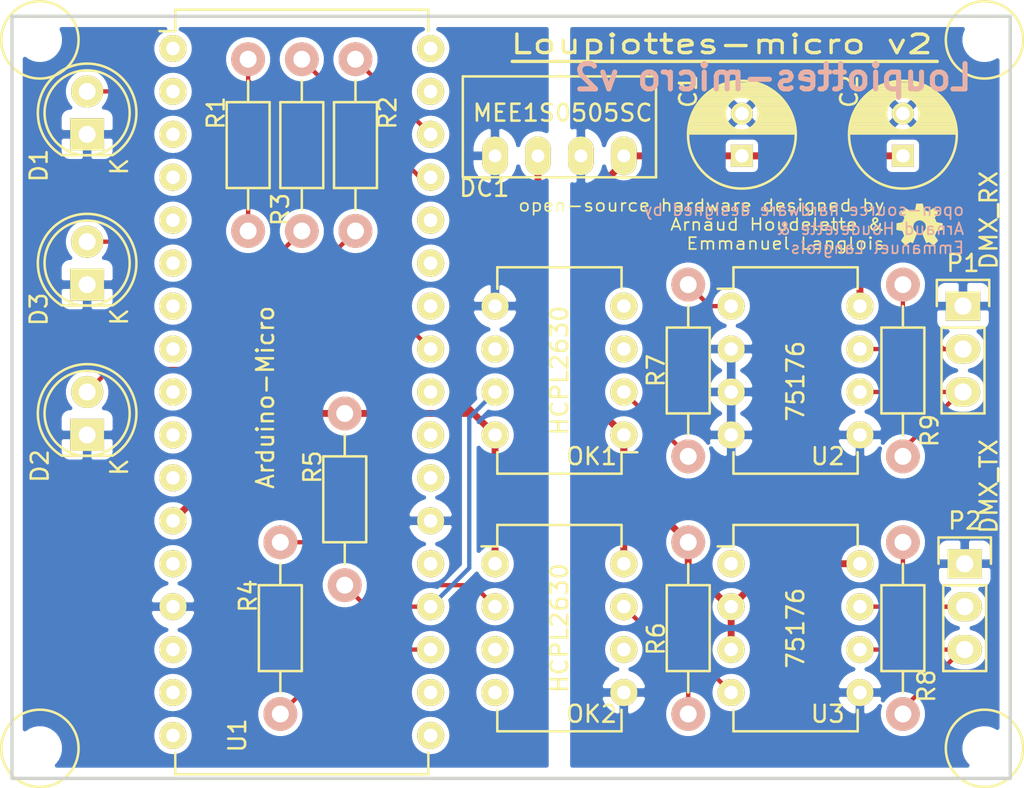
<source format=kicad_pcb>
(kicad_pcb (version 4) (host pcbnew "(2015-09-28 BZR 6225)-product")

  (general
    (links 51)
    (no_connects 0)
    (area 127.940999 65.115 189.051001 115.075)
    (thickness 1.6)
    (drawings 9)
    (tracks 80)
    (zones 0)
    (modules 27)
    (nets 21)
  )

  (page A4)
  (layers
    (0 F.Cu signal)
    (31 B.Cu signal hide)
    (32 B.Adhes user)
    (33 F.Adhes user)
    (34 B.Paste user)
    (35 F.Paste user)
    (36 B.SilkS user hide)
    (37 F.SilkS user)
    (38 B.Mask user hide)
    (39 F.Mask user hide)
    (40 Dwgs.User user)
    (41 Cmts.User user)
    (42 Eco1.User user)
    (43 Eco2.User user)
    (44 Edge.Cuts user)
    (45 Margin user)
    (46 B.CrtYd user)
    (47 F.CrtYd user)
    (48 B.Fab user)
    (49 F.Fab user)
  )

  (setup
    (last_trace_width 0.254)
    (trace_clearance 0.254)
    (zone_clearance 0.3048)
    (zone_45_only no)
    (trace_min 0.2)
    (segment_width 0.2)
    (edge_width 0.2)
    (via_size 0.6)
    (via_drill 0.4)
    (via_min_size 0.4)
    (via_min_drill 0.3)
    (uvia_size 0.3)
    (uvia_drill 0.1)
    (uvias_allowed no)
    (uvia_min_size 0)
    (uvia_min_drill 0)
    (pcb_text_width 0.3)
    (pcb_text_size 1.5 1.5)
    (mod_edge_width 0.15)
    (mod_text_size 1 1)
    (mod_text_width 0.15)
    (pad_size 2 2)
    (pad_drill 2)
    (pad_to_mask_clearance 0.2)
    (aux_axis_origin 0 0)
    (grid_origin 138.43 69.85)
    (visible_elements FFFFFF7F)
    (pcbplotparams
      (layerselection 0x010f0_80000001)
      (usegerberextensions false)
      (excludeedgelayer true)
      (linewidth 0.100000)
      (plotframeref false)
      (viasonmask false)
      (mode 1)
      (useauxorigin false)
      (hpglpennumber 1)
      (hpglpenspeed 20)
      (hpglpendiameter 15)
      (hpglpenoverlay 2)
      (psnegative false)
      (psa4output false)
      (plotreference true)
      (plotvalue true)
      (plotinvisibletext false)
      (padsonsilk false)
      (subtractmaskfromsilk false)
      (outputformat 1)
      (mirror false)
      (drillshape 0)
      (scaleselection 1)
      (outputdirectory ""))
  )

  (net 0 "")
  (net 1 GNDA)
  (net 2 VCC)
  (net 3 /LED1)
  (net 4 /LED2)
  (net 5 /LED3)
  (net 6 GND)
  (net 7 /ARD_TX)
  (net 8 +5V)
  (net 9 /ARD_RX)
  (net 10 "Net-(R7-Pad2)")
  (net 11 "Net-(D1-Pad2)")
  (net 12 "Net-(D2-Pad2)")
  (net 13 "Net-(D3-Pad2)")
  (net 14 "Net-(OK1-Pad2)")
  (net 15 "Net-(OK2-Pad2)")
  (net 16 "Net-(OK2-Pad7)")
  (net 17 /RX-)
  (net 18 /RX+)
  (net 19 /TX-)
  (net 20 /TX+)

  (net_class Default "This is the default net class."
    (clearance 0.254)
    (trace_width 0.254)
    (via_dia 0.6)
    (via_drill 0.4)
    (uvia_dia 0.3)
    (uvia_drill 0.1)
    (add_net /ARD_RX)
    (add_net /ARD_TX)
    (add_net /LED1)
    (add_net /LED2)
    (add_net /LED3)
    (add_net /RX+)
    (add_net /RX-)
    (add_net /TX+)
    (add_net /TX-)
    (add_net "Net-(D1-Pad2)")
    (add_net "Net-(D2-Pad2)")
    (add_net "Net-(D3-Pad2)")
    (add_net "Net-(OK1-Pad2)")
    (add_net "Net-(OK2-Pad2)")
    (add_net "Net-(OK2-Pad7)")
    (add_net "Net-(R7-Pad2)")
  )

  (net_class Power ""
    (clearance 0.254)
    (trace_width 0.4064)
    (via_dia 0.6)
    (via_drill 0.4)
    (uvia_dia 0.3)
    (uvia_drill 0.1)
    (add_net +5V)
    (add_net GND)
    (add_net GNDA)
    (add_net VCC)
  )

  (module LOGO (layer F.Cu) (tedit 0) (tstamp 5617BEC8)
    (at 182.626 80.264)
    (fp_text reference G*** (at 0 0) (layer F.SilkS) hide
      (effects (font (thickness 0.3)))
    )
    (fp_text value LOGO (at 0.75 0) (layer F.SilkS) hide
      (effects (font (thickness 0.3)))
    )
    (fp_poly (pts (xy 0.087871 -1.239146) (xy 0.138964 -1.238569) (xy 0.139821 -1.238555) (xy 0.14839 -1.236402)
      (xy 0.155898 -1.228523) (xy 0.163104 -1.212313) (xy 0.170763 -1.185169) (xy 0.179634 -1.144487)
      (xy 0.190473 -1.087664) (xy 0.201471 -1.026583) (xy 0.21281 -0.964468) (xy 0.222097 -0.920027)
      (xy 0.23061 -0.890031) (xy 0.239628 -0.871252) (xy 0.250431 -0.860461) (xy 0.264297 -0.854429)
      (xy 0.270307 -0.852796) (xy 0.291827 -0.845669) (xy 0.326837 -0.832254) (xy 0.369481 -0.814838)
      (xy 0.393285 -0.804721) (xy 0.488815 -0.763536) (xy 0.633345 -0.861408) (xy 0.682735 -0.894785)
      (xy 0.726599 -0.924299) (xy 0.761673 -0.947762) (xy 0.784689 -0.962987) (xy 0.791739 -0.967491)
      (xy 0.803704 -0.96332) (xy 0.826939 -0.946451) (xy 0.858441 -0.919814) (xy 0.895207 -0.886343)
      (xy 0.934234 -0.848969) (xy 0.97252 -0.810624) (xy 1.007062 -0.77424) (xy 1.034856 -0.74275)
      (xy 1.052901 -0.719084) (xy 1.058333 -0.707176) (xy 1.052557 -0.692309) (xy 1.036615 -0.663609)
      (xy 1.012584 -0.624513) (xy 0.982543 -0.578455) (xy 0.963083 -0.549756) (xy 0.930555 -0.501523)
      (xy 0.902804 -0.458595) (xy 0.881896 -0.424313) (xy 0.869897 -0.402013) (xy 0.867833 -0.39582)
      (xy 0.872342 -0.37873) (xy 0.884078 -0.349675) (xy 0.89811 -0.319844) (xy 0.918275 -0.276191)
      (xy 0.937358 -0.229495) (xy 0.946544 -0.203854) (xy 0.958794 -0.171549) (xy 0.970835 -0.147879)
      (xy 0.977091 -0.140354) (xy 0.99127 -0.135744) (xy 1.022474 -0.128199) (xy 1.066901 -0.118554)
      (xy 1.120747 -0.10765) (xy 1.158844 -0.100311) (xy 1.328208 -0.068331) (xy 1.3335 0.100772)
      (xy 1.335115 0.160098) (xy 1.336114 0.213316) (xy 1.336452 0.256218) (xy 1.336086 0.284597)
      (xy 1.335537 0.292709) (xy 1.332513 0.301894) (xy 1.324291 0.309495) (xy 1.307736 0.316535)
      (xy 1.279713 0.324038) (xy 1.237087 0.333026) (xy 1.176787 0.344511) (xy 1.120357 0.355278)
      (xy 1.070033 0.365352) (xy 1.030121 0.373837) (xy 1.004926 0.379836) (xy 0.999768 0.381398)
      (xy 0.981027 0.398984) (xy 0.963292 0.437427) (xy 0.959295 0.449436) (xy 0.944659 0.490428)
      (xy 0.924725 0.539431) (xy 0.904449 0.584455) (xy 0.888337 0.621241) (xy 0.877952 0.651299)
      (xy 0.875098 0.669202) (xy 0.875672 0.67099) (xy 0.884066 0.68346) (xy 0.902272 0.709784)
      (xy 0.927896 0.746523) (xy 0.958544 0.790238) (xy 0.970562 0.807326) (xy 1.002052 0.853463)
      (xy 1.028535 0.894928) (xy 1.047782 0.92802) (xy 1.05756 0.949041) (xy 1.058333 0.952905)
      (xy 1.051098 0.966399) (xy 1.031448 0.991113) (xy 1.002469 1.023905) (xy 0.967243 1.061635)
      (xy 0.928857 1.101161) (xy 0.890393 1.13934) (xy 0.854936 1.173032) (xy 0.825571 1.199094)
      (xy 0.805381 1.214385) (xy 0.798978 1.217083) (xy 0.78654 1.211365) (xy 0.760115 1.195617)
      (xy 0.723054 1.17195) (xy 0.678708 1.142477) (xy 0.656166 1.127125) (xy 0.609316 1.095597)
      (xy 0.567904 1.068896) (xy 0.535356 1.049141) (xy 0.515098 1.038454) (xy 0.510817 1.037167)
      (xy 0.494636 1.041806) (xy 0.466172 1.053945) (xy 0.433028 1.070226) (xy 0.400638 1.086269)
      (xy 0.376445 1.096724) (xy 0.365618 1.099361) (xy 0.365584 1.09933) (xy 0.360413 1.088703)
      (xy 0.348635 1.061863) (xy 0.331691 1.022171) (xy 0.311021 0.972992) (xy 0.295894 0.936625)
      (xy 0.267496 0.868184) (xy 0.236116 0.79273) (xy 0.205198 0.718535) (xy 0.178187 0.653871)
      (xy 0.173272 0.642131) (xy 0.152608 0.591938) (xy 0.135302 0.548268) (xy 0.12286 0.515048)
      (xy 0.116789 0.496204) (xy 0.116435 0.493964) (xy 0.124722 0.481702) (xy 0.145926 0.463808)
      (xy 0.163235 0.451988) (xy 0.230823 0.397505) (xy 0.286963 0.328272) (xy 0.315808 0.276437)
      (xy 0.336829 0.209354) (xy 0.343884 0.133164) (xy 0.336923 0.054713) (xy 0.318036 -0.013725)
      (xy 0.280359 -0.083817) (xy 0.226903 -0.144284) (xy 0.161422 -0.193) (xy 0.08767 -0.227839)
      (xy 0.009402 -0.246675) (xy -0.069627 -0.247383) (xy -0.089396 -0.244417) (xy -0.176562 -0.218371)
      (xy -0.251875 -0.175732) (xy -0.313756 -0.118415) (xy -0.360626 -0.048332) (xy -0.390905 0.032603)
      (xy -0.403015 0.122475) (xy -0.403171 0.135817) (xy -0.392661 0.221532) (xy -0.362836 0.301542)
      (xy -0.315379 0.37279) (xy -0.251976 0.432221) (xy -0.232238 0.445912) (xy -0.204076 0.466485)
      (xy -0.185082 0.484813) (xy -0.179917 0.494506) (xy -0.183792 0.51027) (xy -0.19418 0.540296)
      (xy -0.209228 0.579407) (xy -0.218108 0.601203) (xy -0.235599 0.643562) (xy -0.258615 0.699623)
      (xy -0.284733 0.763468) (xy -0.311532 0.829181) (xy -0.325101 0.862542) (xy -0.360568 0.948932)
      (xy -0.388788 1.015674) (xy -0.40985 1.062974) (xy -0.423846 1.091037) (xy -0.428724 1.098537)
      (xy -0.438763 1.095761) (xy -0.462773 1.085517) (xy -0.495854 1.069915) (xy -0.500858 1.067459)
      (xy -0.528403 1.053825) (xy -0.549964 1.04489) (xy -0.569032 1.041708) (xy -0.589095 1.045333)
      (xy -0.613644 1.056817) (xy -0.64617 1.077216) (xy -0.690162 1.107582) (xy -0.732644 1.137435)
      (xy -0.776066 1.167204) (xy -0.814002 1.191913) (xy -0.842762 1.209251) (xy -0.858661 1.21691)
      (xy -0.859809 1.217083) (xy -0.871511 1.209916) (xy -0.895199 1.190085) (xy -0.928099 1.160096)
      (xy -0.967436 1.122457) (xy -0.997645 1.09257) (xy -1.039064 1.050298) (xy -1.074625 1.012583)
      (xy -1.10183 0.98219) (xy -1.118182 0.961883) (xy -1.121834 0.955109) (xy -1.116126 0.942356)
      (xy -1.100356 0.915477) (xy -1.076551 0.877719) (xy -1.04674 0.83233) (xy -1.025544 0.800922)
      (xy -0.929254 0.659682) (xy -0.96114 0.596517) (xy -0.981544 0.551956) (xy -1.000439 0.503852)
      (xy -1.010075 0.474704) (xy -1.021726 0.439178) (xy -1.033556 0.410195) (xy -1.040083 0.39839)
      (xy -1.050028 0.390986) (xy -1.070523 0.382889) (xy -1.103407 0.373663) (xy -1.15052 0.362877)
      (xy -1.213699 0.350097) (xy -1.294784 0.334889) (xy -1.35755 0.32357) (xy -1.397474 0.316452)
      (xy -1.394591 0.124138) (xy -1.391709 -0.068176) (xy -1.222375 -0.098684) (xy -1.163949 -0.109919)
      (xy -1.112088 -0.121221) (xy -1.07074 -0.131625) (xy -1.043857 -0.140168) (xy -1.036145 -0.144141)
      (xy -1.022625 -0.163381) (xy -1.009336 -0.193328) (xy -1.005849 -0.2039) (xy -0.994255 -0.236216)
      (xy -0.976601 -0.278305) (xy -0.956655 -0.321194) (xy -0.956152 -0.322214) (xy -0.919854 -0.395719)
      (xy -1.02094 -0.544464) (xy -1.054324 -0.594337) (xy -1.083048 -0.638677) (xy -1.105142 -0.674329)
      (xy -1.118637 -0.698135) (xy -1.12193 -0.706352) (xy -1.114856 -0.716863) (xy -1.095665 -0.739119)
      (xy -1.067325 -0.770067) (xy -1.032801 -0.806654) (xy -0.99506 -0.845827) (xy -0.95707 -0.884533)
      (xy -0.921797 -0.919719) (xy -0.892208 -0.948333) (xy -0.87127 -0.967322) (xy -0.862151 -0.973667)
      (xy -0.852216 -0.968) (xy -0.82772 -0.952273) (xy -0.791557 -0.928394) (xy -0.746623 -0.898274)
      (xy -0.70235 -0.868275) (xy -0.54754 -0.762883) (xy -0.50925 -0.77983) (xy -0.480904 -0.792033)
      (xy -0.440774 -0.80889) (xy -0.396696 -0.827115) (xy -0.388764 -0.830362) (xy -0.349789 -0.84697)
      (xy -0.318275 -0.861661) (xy -0.299518 -0.871925) (xy -0.297109 -0.873828) (xy -0.292094 -0.887098)
      (xy -0.284236 -0.917526) (xy -0.274378 -0.961427) (xy -0.26336 -1.015115) (xy -0.255305 -1.057097)
      (xy -0.244306 -1.114959) (xy -0.234372 -1.165167) (xy -0.226234 -1.204188) (xy -0.220623 -1.228489)
      (xy -0.218545 -1.2349) (xy -0.207332 -1.236119) (xy -0.17882 -1.237199) (xy -0.136876 -1.238101)
      (xy -0.085368 -1.238787) (xy -0.028162 -1.239216) (xy 0.030873 -1.239349) (xy 0.087871 -1.239146)) (layer F.SilkS) (width 0.01))
  )

  (module Connect:1pin (layer F.Cu) (tedit 5617860E) (tstamp 561786AA)
    (at 130.556 69.342)
    (descr "module 1 pin (ou trou mecanique de percage)")
    (tags DEV)
    (fp_text reference REF** (at 0 -3.048) (layer F.SilkS) hide
      (effects (font (size 1 1) (thickness 0.15)))
    )
    (fp_text value 1pin (at 0 2.794) (layer F.Fab) hide
      (effects (font (size 1 1) (thickness 0.15)))
    )
    (fp_circle (center 0 0) (end 0 -2.286) (layer F.SilkS) (width 0.15))
    (pad "" np_thru_hole circle (at 0 0) (size 2 2) (drill 2) (layers *.Cu *.Mask))
  )

  (module Connect:1pin (layer F.Cu) (tedit 5617860E) (tstamp 56178684)
    (at 130.556 111.252)
    (descr "module 1 pin (ou trou mecanique de percage)")
    (tags DEV)
    (fp_text reference REF** (at 0 -3.048) (layer F.SilkS) hide
      (effects (font (size 1 1) (thickness 0.15)))
    )
    (fp_text value 1pin (at 0 2.794) (layer F.Fab) hide
      (effects (font (size 1 1) (thickness 0.15)))
    )
    (fp_circle (center 0 0) (end 0 -2.286) (layer F.SilkS) (width 0.15))
    (pad "" np_thru_hole circle (at 0 0) (size 2 2) (drill 2) (layers *.Cu *.Mask))
  )

  (module Connect:1pin (layer F.Cu) (tedit 5617860E) (tstamp 5617864C)
    (at 186.436 111.252)
    (descr "module 1 pin (ou trou mecanique de percage)")
    (tags DEV)
    (fp_text reference REF** (at 0 -3.048) (layer F.SilkS) hide
      (effects (font (size 1 1) (thickness 0.15)))
    )
    (fp_text value 1pin (at 0 2.794) (layer F.Fab) hide
      (effects (font (size 1 1) (thickness 0.15)))
    )
    (fp_circle (center 0 0) (end 0 -2.286) (layer F.SilkS) (width 0.15))
    (pad "" np_thru_hole circle (at 0 0) (size 2 2) (drill 2) (layers *.Cu *.Mask))
  )

  (module Connect:1pin (layer F.Cu) (tedit 5617860E) (tstamp 56178414)
    (at 186.436 69.342)
    (descr "module 1 pin (ou trou mecanique de percage)")
    (tags DEV)
    (fp_text reference REF** (at 0 -3.048) (layer F.SilkS) hide
      (effects (font (size 1 1) (thickness 0.15)))
    )
    (fp_text value 1pin (at 0 2.794) (layer F.Fab) hide
      (effects (font (size 1 1) (thickness 0.15)))
    )
    (fp_circle (center 0 0) (end 0 -2.286) (layer F.SilkS) (width 0.15))
    (pad "" np_thru_hole circle (at 0 0) (size 2 2) (drill 2) (layers *.Cu *.Mask))
  )

  (module Resistors_ThroughHole:Resistor_Horizontal_RM10mm (layer F.Cu) (tedit 53F56209) (tstamp 561642EB)
    (at 181.61 104.14 90)
    (descr "Resistor, Axial,  RM 10mm, 1/3W,")
    (tags "Resistor, Axial, RM 10mm, 1/3W,")
    (path /56168A3F)
    (fp_text reference R8 (at -3.429 1.397 90) (layer F.SilkS)
      (effects (font (size 1 1) (thickness 0.15)))
    )
    (fp_text value 120 (at 0 0 90) (layer F.Fab)
      (effects (font (size 1 1) (thickness 0.15)))
    )
    (fp_line (start -2.54 -1.27) (end 2.54 -1.27) (layer F.SilkS) (width 0.15))
    (fp_line (start 2.54 -1.27) (end 2.54 1.27) (layer F.SilkS) (width 0.15))
    (fp_line (start 2.54 1.27) (end -2.54 1.27) (layer F.SilkS) (width 0.15))
    (fp_line (start -2.54 1.27) (end -2.54 -1.27) (layer F.SilkS) (width 0.15))
    (fp_line (start -2.54 0) (end -3.81 0) (layer F.SilkS) (width 0.15))
    (fp_line (start 2.54 0) (end 3.81 0) (layer F.SilkS) (width 0.15))
    (pad 1 thru_hole circle (at -5.08 0 90) (size 1.99898 1.99898) (drill 1.00076) (layers *.Cu *.SilkS *.Mask)
      (net 20 /TX+))
    (pad 2 thru_hole circle (at 5.08 0 90) (size 1.99898 1.99898) (drill 1.00076) (layers *.Cu *.SilkS *.Mask)
      (net 19 /TX-))
    (model Resistors_ThroughHole.3dshapes/Resistor_Horizontal_RM10mm.wrl
      (at (xyz 0 0 0))
      (scale (xyz 0.4 0.4 0.4))
      (rotate (xyz 0 0 0))
    )
  )

  (module Resistors_ThroughHole:Resistor_Horizontal_RM10mm (layer F.Cu) (tedit 56178745) (tstamp 561642F1)
    (at 181.61 88.9 90)
    (descr "Resistor, Axial,  RM 10mm, 1/3W,")
    (tags "Resistor, Axial, RM 10mm, 1/3W,")
    (path /5616A360)
    (fp_text reference R9 (at -3.556 1.5875 90) (layer F.SilkS)
      (effects (font (size 1 1) (thickness 0.15)))
    )
    (fp_text value 120 (at 0 0 90) (layer F.Fab)
      (effects (font (size 1 1) (thickness 0.15)))
    )
    (fp_line (start -2.54 -1.27) (end 2.54 -1.27) (layer F.SilkS) (width 0.15))
    (fp_line (start 2.54 -1.27) (end 2.54 1.27) (layer F.SilkS) (width 0.15))
    (fp_line (start 2.54 1.27) (end -2.54 1.27) (layer F.SilkS) (width 0.15))
    (fp_line (start -2.54 1.27) (end -2.54 -1.27) (layer F.SilkS) (width 0.15))
    (fp_line (start -2.54 0) (end -3.81 0) (layer F.SilkS) (width 0.15))
    (fp_line (start 2.54 0) (end 3.81 0) (layer F.SilkS) (width 0.15))
    (pad 1 thru_hole circle (at -5.08 0 90) (size 1.99898 1.99898) (drill 1.00076) (layers *.Cu *.SilkS *.Mask)
      (net 18 /RX+))
    (pad 2 thru_hole circle (at 5.08 0 90) (size 1.99898 1.99898) (drill 1.00076) (layers *.Cu *.SilkS *.Mask)
      (net 17 /RX-))
    (model Resistors_ThroughHole.3dshapes/Resistor_Horizontal_RM10mm.wrl
      (at (xyz 0 0 0))
      (scale (xyz 0.4 0.4 0.4))
      (rotate (xyz 0 0 0))
    )
  )

  (module Arduino-Micro:DIP-34_W15.24mm (layer F.Cu) (tedit 5617874D) (tstamp 56163733)
    (at 138.43 69.85)
    (descr "Arduino Micro")
    (tags "dil dip 2.54 600")
    (path /560D3EC6)
    (fp_text reference U1 (at 3.81 40.64 90) (layer F.SilkS)
      (effects (font (size 1 1) (thickness 0.15)))
    )
    (fp_text value Arduino-Micro (at 5.461 20.6375 90) (layer F.SilkS)
      (effects (font (size 1 1) (thickness 0.15)))
    )
    (fp_line (start -1.05 -2.45) (end -1.05 43.053095) (layer F.CrtYd) (width 0.05))
    (fp_line (start 16.3 -2.45) (end 16.3 43.053021) (layer F.CrtYd) (width 0.05))
    (fp_line (start -1.05 -2.45) (end 16.3 -2.45) (layer F.CrtYd) (width 0.05))
    (fp_line (start -1.05 43.09) (end 16.3 43.09) (layer F.CrtYd) (width 0.05))
    (fp_line (start 0.135 -2.295) (end 0.135 -1.025) (layer F.SilkS) (width 0.15))
    (fp_line (start 15.105 -2.295) (end 15.105 -1.025) (layer F.SilkS) (width 0.15))
    (fp_line (start 15.105 42.935) (end 15.105 41.665) (layer F.SilkS) (width 0.15))
    (fp_line (start 0.135 42.935) (end 0.135 41.665) (layer F.SilkS) (width 0.15))
    (fp_line (start 0.135 -2.295) (end 15.105 -2.295) (layer F.SilkS) (width 0.15))
    (fp_line (start 0.135 42.935) (end 15.105 42.935) (layer F.SilkS) (width 0.15))
    (fp_line (start 0.135 -1.025) (end -0.8 -1.025) (layer F.SilkS) (width 0.15))
    (pad 18 thru_hole oval (at 15.24 40.64) (size 1.6 1.6) (drill 0.8) (layers *.Cu *.Mask F.SilkS))
    (pad 17 thru_hole oval (at 0 40.64) (size 1.6 1.6) (drill 0.8) (layers *.Cu *.Mask F.SilkS))
    (pad 1 thru_hole oval (at 0 0) (size 1.6 1.6) (drill 0.8) (layers *.Cu *.Mask F.SilkS))
    (pad 2 thru_hole oval (at 0 2.54) (size 1.6 1.6) (drill 0.8) (layers *.Cu *.Mask F.SilkS))
    (pad 3 thru_hole oval (at 0 5.08) (size 1.6 1.6) (drill 0.8) (layers *.Cu *.Mask F.SilkS))
    (pad 4 thru_hole oval (at 0 7.62) (size 1.6 1.6) (drill 0.8) (layers *.Cu *.Mask F.SilkS))
    (pad 5 thru_hole oval (at 0 10.16) (size 1.6 1.6) (drill 0.8) (layers *.Cu *.Mask F.SilkS))
    (pad 6 thru_hole oval (at 0 12.7) (size 1.6 1.6) (drill 0.8) (layers *.Cu *.Mask F.SilkS))
    (pad 7 thru_hole oval (at 0 15.24) (size 1.6 1.6) (drill 0.8) (layers *.Cu *.Mask F.SilkS))
    (pad 8 thru_hole oval (at 0 17.78) (size 1.6 1.6) (drill 0.8) (layers *.Cu *.Mask F.SilkS))
    (pad 9 thru_hole oval (at 0 20.32) (size 1.6 1.6) (drill 0.8) (layers *.Cu *.Mask F.SilkS))
    (pad 10 thru_hole oval (at 0 22.86) (size 1.6 1.6) (drill 0.8) (layers *.Cu *.Mask F.SilkS))
    (pad 11 thru_hole oval (at 0 25.4) (size 1.6 1.6) (drill 0.8) (layers *.Cu *.Mask F.SilkS))
    (pad 12 thru_hole oval (at 0 27.94) (size 1.6 1.6) (drill 0.8) (layers *.Cu *.Mask F.SilkS)
      (net 8 +5V))
    (pad 13 thru_hole oval (at 0 30.48) (size 1.6 1.6) (drill 0.8) (layers *.Cu *.Mask F.SilkS))
    (pad 14 thru_hole oval (at 0 33.02) (size 1.6 1.6) (drill 0.8) (layers *.Cu *.Mask F.SilkS)
      (net 6 GND))
    (pad 15 thru_hole oval (at 0 35.56) (size 1.6 1.6) (drill 0.8) (layers *.Cu *.Mask F.SilkS))
    (pad 16 thru_hole oval (at 0 38.1) (size 1.6 1.6) (drill 0.8) (layers *.Cu *.Mask F.SilkS))
    (pad 19 thru_hole oval (at 15.24 38.1) (size 1.6 1.6) (drill 0.8) (layers *.Cu *.Mask F.SilkS))
    (pad 20 thru_hole oval (at 15.24 35.56) (size 1.6 1.6) (drill 0.8) (layers *.Cu *.Mask F.SilkS)
      (net 7 /ARD_TX))
    (pad 21 thru_hole oval (at 15.24 33.02) (size 1.6 1.6) (drill 0.8) (layers *.Cu *.Mask F.SilkS)
      (net 9 /ARD_RX))
    (pad 22 thru_hole oval (at 15.24 30.48) (size 1.6 1.6) (drill 0.8) (layers *.Cu *.Mask F.SilkS))
    (pad 23 thru_hole oval (at 15.24 27.94) (size 1.6 1.6) (drill 0.8) (layers *.Cu *.Mask F.SilkS)
      (net 6 GND))
    (pad 24 thru_hole oval (at 15.24 25.4) (size 1.6 1.6) (drill 0.8) (layers *.Cu *.Mask F.SilkS))
    (pad 25 thru_hole oval (at 15.24 22.86) (size 1.6 1.6) (drill 0.8) (layers *.Cu *.Mask F.SilkS))
    (pad 26 thru_hole oval (at 15.24 20.32) (size 1.6 1.6) (drill 0.8) (layers *.Cu *.Mask F.SilkS))
    (pad 27 thru_hole oval (at 15.24 17.78) (size 1.6 1.6) (drill 0.8) (layers *.Cu *.Mask F.SilkS)
      (net 3 /LED1))
    (pad 28 thru_hole oval (at 15.24 15.24) (size 1.6 1.6) (drill 0.8) (layers *.Cu *.Mask F.SilkS))
    (pad 29 thru_hole oval (at 15.24 12.7) (size 1.6 1.6) (drill 0.8) (layers *.Cu *.Mask F.SilkS))
    (pad 30 thru_hole oval (at 15.24 10.16) (size 1.6 1.6) (drill 0.8) (layers *.Cu *.Mask F.SilkS))
    (pad 31 thru_hole oval (at 15.24 7.62) (size 1.6 1.6) (drill 0.8) (layers *.Cu *.Mask F.SilkS)
      (net 5 /LED3))
    (pad 32 thru_hole oval (at 15.24 5.08) (size 1.6 1.6) (drill 0.8) (layers *.Cu *.Mask F.SilkS)
      (net 4 /LED2))
    (pad 33 thru_hole oval (at 15.24 2.54) (size 1.6 1.6) (drill 0.8) (layers *.Cu *.Mask F.SilkS))
    (pad 34 thru_hole oval (at 15.24 0) (size 1.6 1.6) (drill 0.8) (layers *.Cu *.Mask F.SilkS))
    (model Housings_DIP.3dshapes/DIP-32_W15.24mm.wrl
      (at (xyz 0 0 0))
      (scale (xyz 1 1 1))
      (rotate (xyz 0 0 0))
    )
  )

  (module SIP-4:SIP-4_W6.00mm (layer F.Cu) (tedit 56178719) (tstamp 5616373F)
    (at 157.48 76.2)
    (path /56163626)
    (fp_text reference DC1 (at -0.635 1.905) (layer F.SilkS)
      (effects (font (size 1 1) (thickness 0.15)))
    )
    (fp_text value MEE1S0505SC (at 4 -2.54) (layer F.SilkS)
      (effects (font (size 1 1) (thickness 0.15)))
    )
    (fp_line (start -1.905 1.27) (end 9.525 1.27) (layer F.SilkS) (width 0.15))
    (fp_line (start 9.525 1.27) (end 9.525 -4.699) (layer F.SilkS) (width 0.15))
    (fp_line (start 9.525 -4.699) (end -1.905 -4.699) (layer F.SilkS) (width 0.15))
    (fp_line (start -1.905 -4.699) (end -1.905 1.27) (layer F.SilkS) (width 0.15))
    (pad 4 thru_hole oval (at 7.62 0) (size 1.524 2.286) (drill 0.762) (layers *.Cu *.Mask F.SilkS)
      (net 2 VCC))
    (pad 3 thru_hole oval (at 5.08 0) (size 1.524 2.286) (drill 0.762) (layers *.Cu *.Mask F.SilkS)
      (net 1 GNDA))
    (pad 2 thru_hole oval (at 2.54 0) (size 1.524 2.286) (drill 0.762) (layers *.Cu *.Mask F.SilkS)
      (net 8 +5V))
    (pad 1 thru_hole oval (at 0 0) (size 1.524 2.286) (drill 0.762) (layers *.Cu *.Mask F.SilkS)
      (net 6 GND))
  )

  (module Pin_Headers:Pin_Header_Straight_1x03 (layer F.Cu) (tedit 5617872E) (tstamp 56163783)
    (at 185.166 85.09)
    (descr "Through hole pin header")
    (tags "pin header")
    (path /561637E3)
    (fp_text reference P1 (at 0 -2.54) (layer F.SilkS)
      (effects (font (size 1 1) (thickness 0.15)))
    )
    (fp_text value DMX_RX (at 1.524 -5.08 90) (layer F.SilkS)
      (effects (font (size 1 1) (thickness 0.15)))
    )
    (fp_line (start -1.75 -1.75) (end -1.75 6.85) (layer F.CrtYd) (width 0.05))
    (fp_line (start 1.75 -1.75) (end 1.75 6.85) (layer F.CrtYd) (width 0.05))
    (fp_line (start -1.75 -1.75) (end 1.75 -1.75) (layer F.CrtYd) (width 0.05))
    (fp_line (start -1.75 6.85) (end 1.75 6.85) (layer F.CrtYd) (width 0.05))
    (fp_line (start -1.27 1.27) (end -1.27 6.35) (layer F.SilkS) (width 0.15))
    (fp_line (start -1.27 6.35) (end 1.27 6.35) (layer F.SilkS) (width 0.15))
    (fp_line (start 1.27 6.35) (end 1.27 1.27) (layer F.SilkS) (width 0.15))
    (fp_line (start 1.55 -1.55) (end 1.55 0) (layer F.SilkS) (width 0.15))
    (fp_line (start 1.27 1.27) (end -1.27 1.27) (layer F.SilkS) (width 0.15))
    (fp_line (start -1.55 0) (end -1.55 -1.55) (layer F.SilkS) (width 0.15))
    (fp_line (start -1.55 -1.55) (end 1.55 -1.55) (layer F.SilkS) (width 0.15))
    (pad 1 thru_hole rect (at 0 0) (size 2.032 1.7272) (drill 1.016) (layers *.Cu *.Mask F.SilkS)
      (net 1 GNDA))
    (pad 2 thru_hole oval (at 0 2.54) (size 2.032 1.7272) (drill 1.016) (layers *.Cu *.Mask F.SilkS)
      (net 17 /RX-))
    (pad 3 thru_hole oval (at 0 5.08) (size 2.032 1.7272) (drill 1.016) (layers *.Cu *.Mask F.SilkS)
      (net 18 /RX+))
    (model Pin_Headers.3dshapes/Pin_Header_Straight_1x03.wrl
      (at (xyz 0 -0.1 0))
      (scale (xyz 1 1 1))
      (rotate (xyz 0 0 90))
    )
  )

  (module Pin_Headers:Pin_Header_Straight_1x03 (layer F.Cu) (tedit 56178727) (tstamp 5616378A)
    (at 185.2676 100.33)
    (descr "Through hole pin header")
    (tags "pin header")
    (path /56163851)
    (fp_text reference P2 (at 0 -2.54) (layer F.SilkS)
      (effects (font (size 1 1) (thickness 0.15)))
    )
    (fp_text value DMX_TX (at 1.4224 -4.572 90) (layer F.SilkS)
      (effects (font (size 1 1) (thickness 0.15)))
    )
    (fp_line (start -1.75 -1.75) (end -1.75 6.85) (layer F.CrtYd) (width 0.05))
    (fp_line (start 1.75 -1.75) (end 1.75 6.85) (layer F.CrtYd) (width 0.05))
    (fp_line (start -1.75 -1.75) (end 1.75 -1.75) (layer F.CrtYd) (width 0.05))
    (fp_line (start -1.75 6.85) (end 1.75 6.85) (layer F.CrtYd) (width 0.05))
    (fp_line (start -1.27 1.27) (end -1.27 6.35) (layer F.SilkS) (width 0.15))
    (fp_line (start -1.27 6.35) (end 1.27 6.35) (layer F.SilkS) (width 0.15))
    (fp_line (start 1.27 6.35) (end 1.27 1.27) (layer F.SilkS) (width 0.15))
    (fp_line (start 1.55 -1.55) (end 1.55 0) (layer F.SilkS) (width 0.15))
    (fp_line (start 1.27 1.27) (end -1.27 1.27) (layer F.SilkS) (width 0.15))
    (fp_line (start -1.55 0) (end -1.55 -1.55) (layer F.SilkS) (width 0.15))
    (fp_line (start -1.55 -1.55) (end 1.55 -1.55) (layer F.SilkS) (width 0.15))
    (pad 1 thru_hole rect (at 0 0) (size 2.032 1.7272) (drill 1.016) (layers *.Cu *.Mask F.SilkS)
      (net 1 GNDA))
    (pad 2 thru_hole oval (at 0 2.54) (size 2.032 1.7272) (drill 1.016) (layers *.Cu *.Mask F.SilkS)
      (net 19 /TX-))
    (pad 3 thru_hole oval (at 0 5.08) (size 2.032 1.7272) (drill 1.016) (layers *.Cu *.Mask F.SilkS)
      (net 20 /TX+))
    (model Pin_Headers.3dshapes/Pin_Header_Straight_1x03.wrl
      (at (xyz 0 -0.1 0))
      (scale (xyz 1 1 1))
      (rotate (xyz 0 0 90))
    )
  )

  (module Housings_DIP:DIP-8_W7.62mm (layer F.Cu) (tedit 56178703) (tstamp 56163796)
    (at 157.48 100.33)
    (descr "8-lead dip package, row spacing 7.62 mm (300 mils)")
    (tags "dil dip 2.54 300")
    (path /561638D9)
    (fp_text reference OK2 (at 5.715 8.89) (layer F.SilkS)
      (effects (font (size 1 1) (thickness 0.15)))
    )
    (fp_text value HCPL2630 (at 3.81 3.81 90) (layer F.SilkS)
      (effects (font (size 1 1) (thickness 0.15)))
    )
    (fp_line (start -1.05 -2.45) (end -1.05 10.1) (layer F.CrtYd) (width 0.05))
    (fp_line (start 8.65 -2.45) (end 8.65 10.1) (layer F.CrtYd) (width 0.05))
    (fp_line (start -1.05 -2.45) (end 8.65 -2.45) (layer F.CrtYd) (width 0.05))
    (fp_line (start -1.05 10.1) (end 8.65 10.1) (layer F.CrtYd) (width 0.05))
    (fp_line (start 0.135 -2.295) (end 0.135 -1.025) (layer F.SilkS) (width 0.15))
    (fp_line (start 7.485 -2.295) (end 7.485 -1.025) (layer F.SilkS) (width 0.15))
    (fp_line (start 7.485 9.915) (end 7.485 8.645) (layer F.SilkS) (width 0.15))
    (fp_line (start 0.135 9.915) (end 0.135 8.645) (layer F.SilkS) (width 0.15))
    (fp_line (start 0.135 -2.295) (end 7.485 -2.295) (layer F.SilkS) (width 0.15))
    (fp_line (start 0.135 9.915) (end 7.485 9.915) (layer F.SilkS) (width 0.15))
    (fp_line (start 0.135 -1.025) (end -0.8 -1.025) (layer F.SilkS) (width 0.15))
    (pad 1 thru_hole oval (at 0 0) (size 1.6 1.6) (drill 0.8) (layers *.Cu *.Mask F.SilkS)
      (net 8 +5V))
    (pad 2 thru_hole oval (at 0 2.54) (size 1.6 1.6) (drill 0.8) (layers *.Cu *.Mask F.SilkS)
      (net 15 "Net-(OK2-Pad2)"))
    (pad 3 thru_hole oval (at 0 5.08) (size 1.6 1.6) (drill 0.8) (layers *.Cu *.Mask F.SilkS))
    (pad 4 thru_hole oval (at 0 7.62) (size 1.6 1.6) (drill 0.8) (layers *.Cu *.Mask F.SilkS))
    (pad 5 thru_hole oval (at 7.62 7.62) (size 1.6 1.6) (drill 0.8) (layers *.Cu *.Mask F.SilkS)
      (net 1 GNDA))
    (pad 6 thru_hole oval (at 7.62 5.08) (size 1.6 1.6) (drill 0.8) (layers *.Cu *.Mask F.SilkS))
    (pad 7 thru_hole oval (at 7.62 2.54) (size 1.6 1.6) (drill 0.8) (layers *.Cu *.Mask F.SilkS)
      (net 16 "Net-(OK2-Pad7)"))
    (pad 8 thru_hole oval (at 7.62 0) (size 1.6 1.6) (drill 0.8) (layers *.Cu *.Mask F.SilkS)
      (net 2 VCC))
    (model Housings_DIP.3dshapes/DIP-8_W7.62mm.wrl
      (at (xyz 0 0 0))
      (scale (xyz 1 1 1))
      (rotate (xyz 0 0 0))
    )
  )

  (module Housings_DIP:DIP-8_W7.62mm (layer F.Cu) (tedit 56178709) (tstamp 561637A2)
    (at 171.45 85.09)
    (descr "8-lead dip package, row spacing 7.62 mm (300 mils)")
    (tags "dil dip 2.54 300")
    (path /561636DF)
    (fp_text reference U2 (at 5.715 8.89) (layer F.SilkS)
      (effects (font (size 1 1) (thickness 0.15)))
    )
    (fp_text value 75176 (at 3.81 4.445 90) (layer F.SilkS)
      (effects (font (size 1 1) (thickness 0.15)))
    )
    (fp_line (start -1.05 -2.45) (end -1.05 10.1) (layer F.CrtYd) (width 0.05))
    (fp_line (start 8.65 -2.45) (end 8.65 10.1) (layer F.CrtYd) (width 0.05))
    (fp_line (start -1.05 -2.45) (end 8.65 -2.45) (layer F.CrtYd) (width 0.05))
    (fp_line (start -1.05 10.1) (end 8.65 10.1) (layer F.CrtYd) (width 0.05))
    (fp_line (start 0.135 -2.295) (end 0.135 -1.025) (layer F.SilkS) (width 0.15))
    (fp_line (start 7.485 -2.295) (end 7.485 -1.025) (layer F.SilkS) (width 0.15))
    (fp_line (start 7.485 9.915) (end 7.485 8.645) (layer F.SilkS) (width 0.15))
    (fp_line (start 0.135 9.915) (end 0.135 8.645) (layer F.SilkS) (width 0.15))
    (fp_line (start 0.135 -2.295) (end 7.485 -2.295) (layer F.SilkS) (width 0.15))
    (fp_line (start 0.135 9.915) (end 7.485 9.915) (layer F.SilkS) (width 0.15))
    (fp_line (start 0.135 -1.025) (end -0.8 -1.025) (layer F.SilkS) (width 0.15))
    (pad 1 thru_hole oval (at 0 0) (size 1.6 1.6) (drill 0.8) (layers *.Cu *.Mask F.SilkS)
      (net 10 "Net-(R7-Pad2)"))
    (pad 2 thru_hole oval (at 0 2.54) (size 1.6 1.6) (drill 0.8) (layers *.Cu *.Mask F.SilkS)
      (net 1 GNDA))
    (pad 3 thru_hole oval (at 0 5.08) (size 1.6 1.6) (drill 0.8) (layers *.Cu *.Mask F.SilkS)
      (net 1 GNDA))
    (pad 4 thru_hole oval (at 0 7.62) (size 1.6 1.6) (drill 0.8) (layers *.Cu *.Mask F.SilkS)
      (net 1 GNDA))
    (pad 5 thru_hole oval (at 7.62 7.62) (size 1.6 1.6) (drill 0.8) (layers *.Cu *.Mask F.SilkS)
      (net 1 GNDA))
    (pad 6 thru_hole oval (at 7.62 5.08) (size 1.6 1.6) (drill 0.8) (layers *.Cu *.Mask F.SilkS)
      (net 18 /RX+))
    (pad 7 thru_hole oval (at 7.62 2.54) (size 1.6 1.6) (drill 0.8) (layers *.Cu *.Mask F.SilkS)
      (net 17 /RX-))
    (pad 8 thru_hole oval (at 7.62 0) (size 1.6 1.6) (drill 0.8) (layers *.Cu *.Mask F.SilkS)
      (net 2 VCC))
    (model Housings_DIP.3dshapes/DIP-8_W7.62mm.wrl
      (at (xyz 0 0 0))
      (scale (xyz 1 1 1))
      (rotate (xyz 0 0 0))
    )
  )

  (module Housings_DIP:DIP-8_W7.62mm (layer F.Cu) (tedit 5617870E) (tstamp 561637AE)
    (at 171.45 100.33)
    (descr "8-lead dip package, row spacing 7.62 mm (300 mils)")
    (tags "dil dip 2.54 300")
    (path /56163761)
    (fp_text reference U3 (at 5.715 8.89) (layer F.SilkS)
      (effects (font (size 1 1) (thickness 0.15)))
    )
    (fp_text value 75176 (at 3.81 3.81 90) (layer F.SilkS)
      (effects (font (size 1 1) (thickness 0.15)))
    )
    (fp_line (start -1.05 -2.45) (end -1.05 10.1) (layer F.CrtYd) (width 0.05))
    (fp_line (start 8.65 -2.45) (end 8.65 10.1) (layer F.CrtYd) (width 0.05))
    (fp_line (start -1.05 -2.45) (end 8.65 -2.45) (layer F.CrtYd) (width 0.05))
    (fp_line (start -1.05 10.1) (end 8.65 10.1) (layer F.CrtYd) (width 0.05))
    (fp_line (start 0.135 -2.295) (end 0.135 -1.025) (layer F.SilkS) (width 0.15))
    (fp_line (start 7.485 -2.295) (end 7.485 -1.025) (layer F.SilkS) (width 0.15))
    (fp_line (start 7.485 9.915) (end 7.485 8.645) (layer F.SilkS) (width 0.15))
    (fp_line (start 0.135 9.915) (end 0.135 8.645) (layer F.SilkS) (width 0.15))
    (fp_line (start 0.135 -2.295) (end 7.485 -2.295) (layer F.SilkS) (width 0.15))
    (fp_line (start 0.135 9.915) (end 7.485 9.915) (layer F.SilkS) (width 0.15))
    (fp_line (start 0.135 -1.025) (end -0.8 -1.025) (layer F.SilkS) (width 0.15))
    (pad 1 thru_hole oval (at 0 0) (size 1.6 1.6) (drill 0.8) (layers *.Cu *.Mask F.SilkS))
    (pad 2 thru_hole oval (at 0 2.54) (size 1.6 1.6) (drill 0.8) (layers *.Cu *.Mask F.SilkS)
      (net 2 VCC))
    (pad 3 thru_hole oval (at 0 5.08) (size 1.6 1.6) (drill 0.8) (layers *.Cu *.Mask F.SilkS)
      (net 2 VCC))
    (pad 4 thru_hole oval (at 0 7.62) (size 1.6 1.6) (drill 0.8) (layers *.Cu *.Mask F.SilkS)
      (net 16 "Net-(OK2-Pad7)"))
    (pad 5 thru_hole oval (at 7.62 7.62) (size 1.6 1.6) (drill 0.8) (layers *.Cu *.Mask F.SilkS)
      (net 1 GNDA))
    (pad 6 thru_hole oval (at 7.62 5.08) (size 1.6 1.6) (drill 0.8) (layers *.Cu *.Mask F.SilkS)
      (net 20 /TX+))
    (pad 7 thru_hole oval (at 7.62 2.54) (size 1.6 1.6) (drill 0.8) (layers *.Cu *.Mask F.SilkS)
      (net 19 /TX-))
    (pad 8 thru_hole oval (at 7.62 0) (size 1.6 1.6) (drill 0.8) (layers *.Cu *.Mask F.SilkS)
      (net 2 VCC))
    (model Housings_DIP.3dshapes/DIP-8_W7.62mm.wrl
      (at (xyz 0 0 0))
      (scale (xyz 1 1 1))
      (rotate (xyz 0 0 0))
    )
  )

  (module Housings_DIP:DIP-8_W7.62mm (layer F.Cu) (tedit 561786FF) (tstamp 561637BA)
    (at 165.1 92.71 180)
    (descr "8-lead dip package, row spacing 7.62 mm (300 mils)")
    (tags "dil dip 2.54 300")
    (path /561638A3)
    (fp_text reference OK1 (at 1.905 -1.27 180) (layer F.SilkS)
      (effects (font (size 1 1) (thickness 0.15)))
    )
    (fp_text value HCPL2630 (at 3.81 3.81 270) (layer F.SilkS)
      (effects (font (size 1 1) (thickness 0.15)))
    )
    (fp_line (start -1.05 -2.45) (end -1.05 10.1) (layer F.CrtYd) (width 0.05))
    (fp_line (start 8.65 -2.45) (end 8.65 10.1) (layer F.CrtYd) (width 0.05))
    (fp_line (start -1.05 -2.45) (end 8.65 -2.45) (layer F.CrtYd) (width 0.05))
    (fp_line (start -1.05 10.1) (end 8.65 10.1) (layer F.CrtYd) (width 0.05))
    (fp_line (start 0.135 -2.295) (end 0.135 -1.025) (layer F.SilkS) (width 0.15))
    (fp_line (start 7.485 -2.295) (end 7.485 -1.025) (layer F.SilkS) (width 0.15))
    (fp_line (start 7.485 9.915) (end 7.485 8.645) (layer F.SilkS) (width 0.15))
    (fp_line (start 0.135 9.915) (end 0.135 8.645) (layer F.SilkS) (width 0.15))
    (fp_line (start 0.135 -2.295) (end 7.485 -2.295) (layer F.SilkS) (width 0.15))
    (fp_line (start 0.135 9.915) (end 7.485 9.915) (layer F.SilkS) (width 0.15))
    (fp_line (start 0.135 -1.025) (end -0.8 -1.025) (layer F.SilkS) (width 0.15))
    (pad 1 thru_hole oval (at 0 0 180) (size 1.6 1.6) (drill 0.8) (layers *.Cu *.Mask F.SilkS)
      (net 2 VCC))
    (pad 2 thru_hole oval (at 0 2.54 180) (size 1.6 1.6) (drill 0.8) (layers *.Cu *.Mask F.SilkS)
      (net 14 "Net-(OK1-Pad2)"))
    (pad 3 thru_hole oval (at 0 5.08 180) (size 1.6 1.6) (drill 0.8) (layers *.Cu *.Mask F.SilkS))
    (pad 4 thru_hole oval (at 0 7.62 180) (size 1.6 1.6) (drill 0.8) (layers *.Cu *.Mask F.SilkS))
    (pad 5 thru_hole oval (at 7.62 7.62 180) (size 1.6 1.6) (drill 0.8) (layers *.Cu *.Mask F.SilkS)
      (net 6 GND))
    (pad 6 thru_hole oval (at 7.62 5.08 180) (size 1.6 1.6) (drill 0.8) (layers *.Cu *.Mask F.SilkS))
    (pad 7 thru_hole oval (at 7.62 2.54 180) (size 1.6 1.6) (drill 0.8) (layers *.Cu *.Mask F.SilkS)
      (net 9 /ARD_RX))
    (pad 8 thru_hole oval (at 7.62 0 180) (size 1.6 1.6) (drill 0.8) (layers *.Cu *.Mask F.SilkS)
      (net 8 +5V))
    (model Housings_DIP.3dshapes/DIP-8_W7.62mm.wrl
      (at (xyz 0 0 0))
      (scale (xyz 1 1 1))
      (rotate (xyz 0 0 0))
    )
  )

  (module LEDs:LED-5MM (layer F.Cu) (tedit 5570F7EA) (tstamp 561642AF)
    (at 133.35 74.93 90)
    (descr "LED 5mm round vertical")
    (tags "LED 5mm round vertical")
    (path /56179D69)
    (fp_text reference D1 (at -1.8415 -2.8575 90) (layer F.SilkS)
      (effects (font (size 1 1) (thickness 0.15)))
    )
    (fp_text value LED (at 1.524 -3.937 90) (layer F.Fab)
      (effects (font (size 1 1) (thickness 0.15)))
    )
    (fp_line (start -1.5 -1.55) (end -1.5 1.55) (layer F.CrtYd) (width 0.05))
    (fp_arc (start 1.3 0) (end -1.5 1.55) (angle -302) (layer F.CrtYd) (width 0.05))
    (fp_arc (start 1.27 0) (end -1.23 -1.5) (angle 297.5) (layer F.SilkS) (width 0.15))
    (fp_line (start -1.23 1.5) (end -1.23 -1.5) (layer F.SilkS) (width 0.15))
    (fp_circle (center 1.27 0) (end 0.97 -2.5) (layer F.SilkS) (width 0.15))
    (fp_text user K (at -1.905 1.905 90) (layer F.SilkS)
      (effects (font (size 1 1) (thickness 0.15)))
    )
    (pad 1 thru_hole rect (at 0 0 180) (size 2 1.9) (drill 1.00076) (layers *.Cu *.Mask F.SilkS)
      (net 6 GND))
    (pad 2 thru_hole circle (at 2.54 0 90) (size 1.9 1.9) (drill 1.00076) (layers *.Cu *.Mask F.SilkS)
      (net 11 "Net-(D1-Pad2)"))
    (model LEDs.3dshapes/LED-5MM.wrl
      (at (xyz 0.05 0 0))
      (scale (xyz 1 1 1))
      (rotate (xyz 0 0 90))
    )
  )

  (module LEDs:LED-5MM (layer F.Cu) (tedit 5570F7EA) (tstamp 561642B5)
    (at 133.35 92.71 90)
    (descr "LED 5mm round vertical")
    (tags "LED 5mm round vertical")
    (path /5617BA85)
    (fp_text reference D2 (at -1.84 -2.794 90) (layer F.SilkS)
      (effects (font (size 1 1) (thickness 0.15)))
    )
    (fp_text value LED (at 1.524 -3.937 90) (layer F.Fab)
      (effects (font (size 1 1) (thickness 0.15)))
    )
    (fp_line (start -1.5 -1.55) (end -1.5 1.55) (layer F.CrtYd) (width 0.05))
    (fp_arc (start 1.3 0) (end -1.5 1.55) (angle -302) (layer F.CrtYd) (width 0.05))
    (fp_arc (start 1.27 0) (end -1.23 -1.5) (angle 297.5) (layer F.SilkS) (width 0.15))
    (fp_line (start -1.23 1.5) (end -1.23 -1.5) (layer F.SilkS) (width 0.15))
    (fp_circle (center 1.27 0) (end 0.97 -2.5) (layer F.SilkS) (width 0.15))
    (fp_text user K (at -1.905 1.905 90) (layer F.SilkS)
      (effects (font (size 1 1) (thickness 0.15)))
    )
    (pad 1 thru_hole rect (at 0 0 180) (size 2 1.9) (drill 1.00076) (layers *.Cu *.Mask F.SilkS)
      (net 6 GND))
    (pad 2 thru_hole circle (at 2.54 0 90) (size 1.9 1.9) (drill 1.00076) (layers *.Cu *.Mask F.SilkS)
      (net 12 "Net-(D2-Pad2)"))
    (model LEDs.3dshapes/LED-5MM.wrl
      (at (xyz 0.05 0 0))
      (scale (xyz 1 1 1))
      (rotate (xyz 0 0 90))
    )
  )

  (module LEDs:LED-5MM (layer F.Cu) (tedit 5570F7EA) (tstamp 561642BB)
    (at 133.35 83.82 90)
    (descr "LED 5mm round vertical")
    (tags "LED 5mm round vertical")
    (path /5617C12F)
    (fp_text reference D3 (at -1.4605 -2.8575 90) (layer F.SilkS)
      (effects (font (size 1 1) (thickness 0.15)))
    )
    (fp_text value LED (at 1.524 -3.937 90) (layer F.Fab)
      (effects (font (size 1 1) (thickness 0.15)))
    )
    (fp_line (start -1.5 -1.55) (end -1.5 1.55) (layer F.CrtYd) (width 0.05))
    (fp_arc (start 1.3 0) (end -1.5 1.55) (angle -302) (layer F.CrtYd) (width 0.05))
    (fp_arc (start 1.27 0) (end -1.23 -1.5) (angle 297.5) (layer F.SilkS) (width 0.15))
    (fp_line (start -1.23 1.5) (end -1.23 -1.5) (layer F.SilkS) (width 0.15))
    (fp_circle (center 1.27 0) (end 0.97 -2.5) (layer F.SilkS) (width 0.15))
    (fp_text user K (at -1.905 1.905 90) (layer F.SilkS)
      (effects (font (size 1 1) (thickness 0.15)))
    )
    (pad 1 thru_hole rect (at 0 0 180) (size 2 1.9) (drill 1.00076) (layers *.Cu *.Mask F.SilkS)
      (net 6 GND))
    (pad 2 thru_hole circle (at 2.54 0 90) (size 1.9 1.9) (drill 1.00076) (layers *.Cu *.Mask F.SilkS)
      (net 13 "Net-(D3-Pad2)"))
    (model LEDs.3dshapes/LED-5MM.wrl
      (at (xyz 0.05 0 0))
      (scale (xyz 1 1 1))
      (rotate (xyz 0 0 90))
    )
  )

  (module Resistors_ThroughHole:Resistor_Horizontal_RM10mm (layer F.Cu) (tedit 56166954) (tstamp 561642C1)
    (at 142.875 75.565 90)
    (descr "Resistor, Axial,  RM 10mm, 1/3W,")
    (tags "Resistor, Axial, RM 10mm, 1/3W,")
    (path /5617998A)
    (fp_text reference R1 (at 1.905 -1.905 90) (layer F.SilkS)
      (effects (font (size 1 1) (thickness 0.15)))
    )
    (fp_text value 330 (at 0 0 90) (layer F.Fab)
      (effects (font (size 1 1) (thickness 0.15)))
    )
    (fp_line (start -2.54 -1.27) (end 2.54 -1.27) (layer F.SilkS) (width 0.15))
    (fp_line (start 2.54 -1.27) (end 2.54 1.27) (layer F.SilkS) (width 0.15))
    (fp_line (start 2.54 1.27) (end -2.54 1.27) (layer F.SilkS) (width 0.15))
    (fp_line (start -2.54 1.27) (end -2.54 -1.27) (layer F.SilkS) (width 0.15))
    (fp_line (start -2.54 0) (end -3.81 0) (layer F.SilkS) (width 0.15))
    (fp_line (start 2.54 0) (end 3.81 0) (layer F.SilkS) (width 0.15))
    (pad 1 thru_hole circle (at -5.08 0 90) (size 1.99898 1.99898) (drill 1.00076) (layers *.Cu *.SilkS *.Mask)
      (net 11 "Net-(D1-Pad2)"))
    (pad 2 thru_hole circle (at 5.08 0 90) (size 1.99898 1.99898) (drill 1.00076) (layers *.Cu *.SilkS *.Mask)
      (net 3 /LED1))
    (model Resistors_ThroughHole.3dshapes/Resistor_Horizontal_RM10mm.wrl
      (at (xyz 0 0 0))
      (scale (xyz 0.4 0.4 0.4))
      (rotate (xyz 0 0 0))
    )
  )

  (module Resistors_ThroughHole:Resistor_Horizontal_RM10mm (layer F.Cu) (tedit 5616694F) (tstamp 561642C7)
    (at 149.225 75.565 90)
    (descr "Resistor, Axial,  RM 10mm, 1/3W,")
    (tags "Resistor, Axial, RM 10mm, 1/3W,")
    (path /5617BA7F)
    (fp_text reference R2 (at 1.905 1.905 90) (layer F.SilkS)
      (effects (font (size 1 1) (thickness 0.15)))
    )
    (fp_text value 330 (at 0 0 90) (layer F.Fab)
      (effects (font (size 1 1) (thickness 0.15)))
    )
    (fp_line (start -2.54 -1.27) (end 2.54 -1.27) (layer F.SilkS) (width 0.15))
    (fp_line (start 2.54 -1.27) (end 2.54 1.27) (layer F.SilkS) (width 0.15))
    (fp_line (start 2.54 1.27) (end -2.54 1.27) (layer F.SilkS) (width 0.15))
    (fp_line (start -2.54 1.27) (end -2.54 -1.27) (layer F.SilkS) (width 0.15))
    (fp_line (start -2.54 0) (end -3.81 0) (layer F.SilkS) (width 0.15))
    (fp_line (start 2.54 0) (end 3.81 0) (layer F.SilkS) (width 0.15))
    (pad 1 thru_hole circle (at -5.08 0 90) (size 1.99898 1.99898) (drill 1.00076) (layers *.Cu *.SilkS *.Mask)
      (net 12 "Net-(D2-Pad2)"))
    (pad 2 thru_hole circle (at 5.08 0 90) (size 1.99898 1.99898) (drill 1.00076) (layers *.Cu *.SilkS *.Mask)
      (net 4 /LED2))
    (model Resistors_ThroughHole.3dshapes/Resistor_Horizontal_RM10mm.wrl
      (at (xyz 0 0 0))
      (scale (xyz 0.4 0.4 0.4))
      (rotate (xyz 0 0 0))
    )
  )

  (module Resistors_ThroughHole:Resistor_Horizontal_RM10mm (layer F.Cu) (tedit 53F56209) (tstamp 561642CD)
    (at 146.05 75.565 90)
    (descr "Resistor, Axial,  RM 10mm, 1/3W,")
    (tags "Resistor, Axial, RM 10mm, 1/3W,")
    (path /5617C129)
    (fp_text reference R3 (at -3.81 -1.27 90) (layer F.SilkS)
      (effects (font (size 1 1) (thickness 0.15)))
    )
    (fp_text value 330 (at 0 0 90) (layer F.Fab)
      (effects (font (size 1 1) (thickness 0.15)))
    )
    (fp_line (start -2.54 -1.27) (end 2.54 -1.27) (layer F.SilkS) (width 0.15))
    (fp_line (start 2.54 -1.27) (end 2.54 1.27) (layer F.SilkS) (width 0.15))
    (fp_line (start 2.54 1.27) (end -2.54 1.27) (layer F.SilkS) (width 0.15))
    (fp_line (start -2.54 1.27) (end -2.54 -1.27) (layer F.SilkS) (width 0.15))
    (fp_line (start -2.54 0) (end -3.81 0) (layer F.SilkS) (width 0.15))
    (fp_line (start 2.54 0) (end 3.81 0) (layer F.SilkS) (width 0.15))
    (pad 1 thru_hole circle (at -5.08 0 90) (size 1.99898 1.99898) (drill 1.00076) (layers *.Cu *.SilkS *.Mask)
      (net 13 "Net-(D3-Pad2)"))
    (pad 2 thru_hole circle (at 5.08 0 90) (size 1.99898 1.99898) (drill 1.00076) (layers *.Cu *.SilkS *.Mask)
      (net 5 /LED3))
    (model Resistors_ThroughHole.3dshapes/Resistor_Horizontal_RM10mm.wrl
      (at (xyz 0 0 0))
      (scale (xyz 0.4 0.4 0.4))
      (rotate (xyz 0 0 0))
    )
  )

  (module Resistors_ThroughHole:Resistor_Horizontal_RM10mm (layer F.Cu) (tedit 53F56209) (tstamp 561642D3)
    (at 144.78 104.14 90)
    (descr "Resistor, Axial,  RM 10mm, 1/3W,")
    (tags "Resistor, Axial, RM 10mm, 1/3W,")
    (path /56166D9E)
    (fp_text reference R4 (at 1.905 -1.905 90) (layer F.SilkS)
      (effects (font (size 1 1) (thickness 0.15)))
    )
    (fp_text value 330 (at 0 0 90) (layer F.Fab)
      (effects (font (size 1 1) (thickness 0.15)))
    )
    (fp_line (start -2.54 -1.27) (end 2.54 -1.27) (layer F.SilkS) (width 0.15))
    (fp_line (start 2.54 -1.27) (end 2.54 1.27) (layer F.SilkS) (width 0.15))
    (fp_line (start 2.54 1.27) (end -2.54 1.27) (layer F.SilkS) (width 0.15))
    (fp_line (start -2.54 1.27) (end -2.54 -1.27) (layer F.SilkS) (width 0.15))
    (fp_line (start -2.54 0) (end -3.81 0) (layer F.SilkS) (width 0.15))
    (fp_line (start 2.54 0) (end 3.81 0) (layer F.SilkS) (width 0.15))
    (pad 1 thru_hole circle (at -5.08 0 90) (size 1.99898 1.99898) (drill 1.00076) (layers *.Cu *.SilkS *.Mask)
      (net 7 /ARD_TX))
    (pad 2 thru_hole circle (at 5.08 0 90) (size 1.99898 1.99898) (drill 1.00076) (layers *.Cu *.SilkS *.Mask)
      (net 15 "Net-(OK2-Pad2)"))
    (model Resistors_ThroughHole.3dshapes/Resistor_Horizontal_RM10mm.wrl
      (at (xyz 0 0 0))
      (scale (xyz 0.4 0.4 0.4))
      (rotate (xyz 0 0 0))
    )
  )

  (module Resistors_ThroughHole:Resistor_Horizontal_RM10mm (layer F.Cu) (tedit 53F56209) (tstamp 561642D9)
    (at 148.59 96.52 270)
    (descr "Resistor, Axial,  RM 10mm, 1/3W,")
    (tags "Resistor, Axial, RM 10mm, 1/3W,")
    (path /5616ED16)
    (fp_text reference R5 (at -1.905 1.905 270) (layer F.SilkS)
      (effects (font (size 1 1) (thickness 0.15)))
    )
    (fp_text value 4.7k (at 0 0 270) (layer F.Fab)
      (effects (font (size 1 1) (thickness 0.15)))
    )
    (fp_line (start -2.54 -1.27) (end 2.54 -1.27) (layer F.SilkS) (width 0.15))
    (fp_line (start 2.54 -1.27) (end 2.54 1.27) (layer F.SilkS) (width 0.15))
    (fp_line (start 2.54 1.27) (end -2.54 1.27) (layer F.SilkS) (width 0.15))
    (fp_line (start -2.54 1.27) (end -2.54 -1.27) (layer F.SilkS) (width 0.15))
    (fp_line (start -2.54 0) (end -3.81 0) (layer F.SilkS) (width 0.15))
    (fp_line (start 2.54 0) (end 3.81 0) (layer F.SilkS) (width 0.15))
    (pad 1 thru_hole circle (at -5.08 0 270) (size 1.99898 1.99898) (drill 1.00076) (layers *.Cu *.SilkS *.Mask)
      (net 8 +5V))
    (pad 2 thru_hole circle (at 5.08 0 270) (size 1.99898 1.99898) (drill 1.00076) (layers *.Cu *.SilkS *.Mask)
      (net 9 /ARD_RX))
    (model Resistors_ThroughHole.3dshapes/Resistor_Horizontal_RM10mm.wrl
      (at (xyz 0 0 0))
      (scale (xyz 0.4 0.4 0.4))
      (rotate (xyz 0 0 0))
    )
  )

  (module Resistors_ThroughHole:Resistor_Horizontal_RM10mm (layer F.Cu) (tedit 53F56209) (tstamp 561642DF)
    (at 168.91 104.14 270)
    (descr "Resistor, Axial,  RM 10mm, 1/3W,")
    (tags "Resistor, Axial, RM 10mm, 1/3W,")
    (path /56167C77)
    (fp_text reference R6 (at 0.635 1.905 270) (layer F.SilkS)
      (effects (font (size 1 1) (thickness 0.15)))
    )
    (fp_text value 4.7k (at 0 0 270) (layer F.Fab)
      (effects (font (size 1 1) (thickness 0.15)))
    )
    (fp_line (start -2.54 -1.27) (end 2.54 -1.27) (layer F.SilkS) (width 0.15))
    (fp_line (start 2.54 -1.27) (end 2.54 1.27) (layer F.SilkS) (width 0.15))
    (fp_line (start 2.54 1.27) (end -2.54 1.27) (layer F.SilkS) (width 0.15))
    (fp_line (start -2.54 1.27) (end -2.54 -1.27) (layer F.SilkS) (width 0.15))
    (fp_line (start -2.54 0) (end -3.81 0) (layer F.SilkS) (width 0.15))
    (fp_line (start 2.54 0) (end 3.81 0) (layer F.SilkS) (width 0.15))
    (pad 1 thru_hole circle (at -5.08 0 270) (size 1.99898 1.99898) (drill 1.00076) (layers *.Cu *.SilkS *.Mask)
      (net 2 VCC))
    (pad 2 thru_hole circle (at 5.08 0 270) (size 1.99898 1.99898) (drill 1.00076) (layers *.Cu *.SilkS *.Mask)
      (net 16 "Net-(OK2-Pad7)"))
    (model Resistors_ThroughHole.3dshapes/Resistor_Horizontal_RM10mm.wrl
      (at (xyz 0 0 0))
      (scale (xyz 0.4 0.4 0.4))
      (rotate (xyz 0 0 0))
    )
  )

  (module Resistors_ThroughHole:Resistor_Horizontal_RM10mm locked (layer F.Cu) (tedit 53F56209) (tstamp 561642E5)
    (at 168.91 88.9 90)
    (descr "Resistor, Axial,  RM 10mm, 1/3W,")
    (tags "Resistor, Axial, RM 10mm, 1/3W,")
    (path /5616B83C)
    (fp_text reference R7 (at 0 -1.905 90) (layer F.SilkS)
      (effects (font (size 1 1) (thickness 0.15)))
    )
    (fp_text value 330 (at 0 0 90) (layer F.Fab)
      (effects (font (size 1 1) (thickness 0.15)))
    )
    (fp_line (start -2.54 -1.27) (end 2.54 -1.27) (layer F.SilkS) (width 0.15))
    (fp_line (start 2.54 -1.27) (end 2.54 1.27) (layer F.SilkS) (width 0.15))
    (fp_line (start 2.54 1.27) (end -2.54 1.27) (layer F.SilkS) (width 0.15))
    (fp_line (start -2.54 1.27) (end -2.54 -1.27) (layer F.SilkS) (width 0.15))
    (fp_line (start -2.54 0) (end -3.81 0) (layer F.SilkS) (width 0.15))
    (fp_line (start 2.54 0) (end 3.81 0) (layer F.SilkS) (width 0.15))
    (pad 1 thru_hole circle (at -5.08 0 90) (size 1.99898 1.99898) (drill 1.00076) (layers *.Cu *.SilkS *.Mask)
      (net 14 "Net-(OK1-Pad2)"))
    (pad 2 thru_hole circle (at 5.08 0 90) (size 1.99898 1.99898) (drill 1.00076) (layers *.Cu *.SilkS *.Mask)
      (net 10 "Net-(R7-Pad2)"))
    (model Resistors_ThroughHole.3dshapes/Resistor_Horizontal_RM10mm.wrl
      (at (xyz 0 0 0))
      (scale (xyz 0.4 0.4 0.4))
      (rotate (xyz 0 0 0))
    )
  )

  (module Capacitors_ThroughHole:C_Radial_D6.3_L11.2_P2.5 (layer F.Cu) (tedit 0) (tstamp 56176CDF)
    (at 172.085 76.2 90)
    (descr "Radial Electrolytic Capacitor, Diameter 6.3mm x Length 11.2mm, Pitch 2.5mm")
    (tags "Electrolytic Capacitor")
    (path /56170406)
    (fp_text reference C1 (at 3.81 -3.175 90) (layer F.SilkS)
      (effects (font (size 1 1) (thickness 0.15)))
    )
    (fp_text value CP (at 1.25 4.4 90) (layer F.Fab)
      (effects (font (size 1 1) (thickness 0.15)))
    )
    (fp_line (start 1.325 -3.149) (end 1.325 3.149) (layer F.SilkS) (width 0.15))
    (fp_line (start 1.465 -3.143) (end 1.465 3.143) (layer F.SilkS) (width 0.15))
    (fp_line (start 1.605 -3.13) (end 1.605 -0.446) (layer F.SilkS) (width 0.15))
    (fp_line (start 1.605 0.446) (end 1.605 3.13) (layer F.SilkS) (width 0.15))
    (fp_line (start 1.745 -3.111) (end 1.745 -0.656) (layer F.SilkS) (width 0.15))
    (fp_line (start 1.745 0.656) (end 1.745 3.111) (layer F.SilkS) (width 0.15))
    (fp_line (start 1.885 -3.085) (end 1.885 -0.789) (layer F.SilkS) (width 0.15))
    (fp_line (start 1.885 0.789) (end 1.885 3.085) (layer F.SilkS) (width 0.15))
    (fp_line (start 2.025 -3.053) (end 2.025 -0.88) (layer F.SilkS) (width 0.15))
    (fp_line (start 2.025 0.88) (end 2.025 3.053) (layer F.SilkS) (width 0.15))
    (fp_line (start 2.165 -3.014) (end 2.165 -0.942) (layer F.SilkS) (width 0.15))
    (fp_line (start 2.165 0.942) (end 2.165 3.014) (layer F.SilkS) (width 0.15))
    (fp_line (start 2.305 -2.968) (end 2.305 -0.981) (layer F.SilkS) (width 0.15))
    (fp_line (start 2.305 0.981) (end 2.305 2.968) (layer F.SilkS) (width 0.15))
    (fp_line (start 2.445 -2.915) (end 2.445 -0.998) (layer F.SilkS) (width 0.15))
    (fp_line (start 2.445 0.998) (end 2.445 2.915) (layer F.SilkS) (width 0.15))
    (fp_line (start 2.585 -2.853) (end 2.585 -0.996) (layer F.SilkS) (width 0.15))
    (fp_line (start 2.585 0.996) (end 2.585 2.853) (layer F.SilkS) (width 0.15))
    (fp_line (start 2.725 -2.783) (end 2.725 -0.974) (layer F.SilkS) (width 0.15))
    (fp_line (start 2.725 0.974) (end 2.725 2.783) (layer F.SilkS) (width 0.15))
    (fp_line (start 2.865 -2.704) (end 2.865 -0.931) (layer F.SilkS) (width 0.15))
    (fp_line (start 2.865 0.931) (end 2.865 2.704) (layer F.SilkS) (width 0.15))
    (fp_line (start 3.005 -2.616) (end 3.005 -0.863) (layer F.SilkS) (width 0.15))
    (fp_line (start 3.005 0.863) (end 3.005 2.616) (layer F.SilkS) (width 0.15))
    (fp_line (start 3.145 -2.516) (end 3.145 -0.764) (layer F.SilkS) (width 0.15))
    (fp_line (start 3.145 0.764) (end 3.145 2.516) (layer F.SilkS) (width 0.15))
    (fp_line (start 3.285 -2.404) (end 3.285 -0.619) (layer F.SilkS) (width 0.15))
    (fp_line (start 3.285 0.619) (end 3.285 2.404) (layer F.SilkS) (width 0.15))
    (fp_line (start 3.425 -2.279) (end 3.425 -0.38) (layer F.SilkS) (width 0.15))
    (fp_line (start 3.425 0.38) (end 3.425 2.279) (layer F.SilkS) (width 0.15))
    (fp_line (start 3.565 -2.136) (end 3.565 2.136) (layer F.SilkS) (width 0.15))
    (fp_line (start 3.705 -1.974) (end 3.705 1.974) (layer F.SilkS) (width 0.15))
    (fp_line (start 3.845 -1.786) (end 3.845 1.786) (layer F.SilkS) (width 0.15))
    (fp_line (start 3.985 -1.563) (end 3.985 1.563) (layer F.SilkS) (width 0.15))
    (fp_line (start 4.125 -1.287) (end 4.125 1.287) (layer F.SilkS) (width 0.15))
    (fp_line (start 4.265 -0.912) (end 4.265 0.912) (layer F.SilkS) (width 0.15))
    (fp_circle (center 2.5 0) (end 2.5 -1) (layer F.SilkS) (width 0.15))
    (fp_circle (center 1.25 0) (end 1.25 -3.1875) (layer F.SilkS) (width 0.15))
    (fp_circle (center 1.25 0) (end 1.25 -3.4) (layer F.CrtYd) (width 0.05))
    (pad 2 thru_hole circle (at 2.5 0 90) (size 1.3 1.3) (drill 0.8) (layers *.Cu *.Mask F.SilkS)
      (net 1 GNDA))
    (pad 1 thru_hole rect (at 0 0 90) (size 1.3 1.3) (drill 0.8) (layers *.Cu *.Mask F.SilkS)
      (net 2 VCC))
    (model Capacitors_ThroughHole.3dshapes/C_Radial_D6.3_L11.2_P2.5.wrl
      (at (xyz 0 0 0))
      (scale (xyz 1 1 1))
      (rotate (xyz 0 0 0))
    )
  )

  (module Capacitors_ThroughHole:C_Radial_D6.3_L11.2_P2.5 (layer F.Cu) (tedit 0) (tstamp 56176CE4)
    (at 181.61 76.2 90)
    (descr "Radial Electrolytic Capacitor, Diameter 6.3mm x Length 11.2mm, Pitch 2.5mm")
    (tags "Electrolytic Capacitor")
    (path /56170468)
    (fp_text reference C2 (at 3.81 -3.175 90) (layer F.SilkS)
      (effects (font (size 1 1) (thickness 0.15)))
    )
    (fp_text value CP (at 1.25 4.4 90) (layer F.Fab)
      (effects (font (size 1 1) (thickness 0.15)))
    )
    (fp_line (start 1.325 -3.149) (end 1.325 3.149) (layer F.SilkS) (width 0.15))
    (fp_line (start 1.465 -3.143) (end 1.465 3.143) (layer F.SilkS) (width 0.15))
    (fp_line (start 1.605 -3.13) (end 1.605 -0.446) (layer F.SilkS) (width 0.15))
    (fp_line (start 1.605 0.446) (end 1.605 3.13) (layer F.SilkS) (width 0.15))
    (fp_line (start 1.745 -3.111) (end 1.745 -0.656) (layer F.SilkS) (width 0.15))
    (fp_line (start 1.745 0.656) (end 1.745 3.111) (layer F.SilkS) (width 0.15))
    (fp_line (start 1.885 -3.085) (end 1.885 -0.789) (layer F.SilkS) (width 0.15))
    (fp_line (start 1.885 0.789) (end 1.885 3.085) (layer F.SilkS) (width 0.15))
    (fp_line (start 2.025 -3.053) (end 2.025 -0.88) (layer F.SilkS) (width 0.15))
    (fp_line (start 2.025 0.88) (end 2.025 3.053) (layer F.SilkS) (width 0.15))
    (fp_line (start 2.165 -3.014) (end 2.165 -0.942) (layer F.SilkS) (width 0.15))
    (fp_line (start 2.165 0.942) (end 2.165 3.014) (layer F.SilkS) (width 0.15))
    (fp_line (start 2.305 -2.968) (end 2.305 -0.981) (layer F.SilkS) (width 0.15))
    (fp_line (start 2.305 0.981) (end 2.305 2.968) (layer F.SilkS) (width 0.15))
    (fp_line (start 2.445 -2.915) (end 2.445 -0.998) (layer F.SilkS) (width 0.15))
    (fp_line (start 2.445 0.998) (end 2.445 2.915) (layer F.SilkS) (width 0.15))
    (fp_line (start 2.585 -2.853) (end 2.585 -0.996) (layer F.SilkS) (width 0.15))
    (fp_line (start 2.585 0.996) (end 2.585 2.853) (layer F.SilkS) (width 0.15))
    (fp_line (start 2.725 -2.783) (end 2.725 -0.974) (layer F.SilkS) (width 0.15))
    (fp_line (start 2.725 0.974) (end 2.725 2.783) (layer F.SilkS) (width 0.15))
    (fp_line (start 2.865 -2.704) (end 2.865 -0.931) (layer F.SilkS) (width 0.15))
    (fp_line (start 2.865 0.931) (end 2.865 2.704) (layer F.SilkS) (width 0.15))
    (fp_line (start 3.005 -2.616) (end 3.005 -0.863) (layer F.SilkS) (width 0.15))
    (fp_line (start 3.005 0.863) (end 3.005 2.616) (layer F.SilkS) (width 0.15))
    (fp_line (start 3.145 -2.516) (end 3.145 -0.764) (layer F.SilkS) (width 0.15))
    (fp_line (start 3.145 0.764) (end 3.145 2.516) (layer F.SilkS) (width 0.15))
    (fp_line (start 3.285 -2.404) (end 3.285 -0.619) (layer F.SilkS) (width 0.15))
    (fp_line (start 3.285 0.619) (end 3.285 2.404) (layer F.SilkS) (width 0.15))
    (fp_line (start 3.425 -2.279) (end 3.425 -0.38) (layer F.SilkS) (width 0.15))
    (fp_line (start 3.425 0.38) (end 3.425 2.279) (layer F.SilkS) (width 0.15))
    (fp_line (start 3.565 -2.136) (end 3.565 2.136) (layer F.SilkS) (width 0.15))
    (fp_line (start 3.705 -1.974) (end 3.705 1.974) (layer F.SilkS) (width 0.15))
    (fp_line (start 3.845 -1.786) (end 3.845 1.786) (layer F.SilkS) (width 0.15))
    (fp_line (start 3.985 -1.563) (end 3.985 1.563) (layer F.SilkS) (width 0.15))
    (fp_line (start 4.125 -1.287) (end 4.125 1.287) (layer F.SilkS) (width 0.15))
    (fp_line (start 4.265 -0.912) (end 4.265 0.912) (layer F.SilkS) (width 0.15))
    (fp_circle (center 2.5 0) (end 2.5 -1) (layer F.SilkS) (width 0.15))
    (fp_circle (center 1.25 0) (end 1.25 -3.1875) (layer F.SilkS) (width 0.15))
    (fp_circle (center 1.25 0) (end 1.25 -3.4) (layer F.CrtYd) (width 0.05))
    (pad 2 thru_hole circle (at 2.5 0 90) (size 1.3 1.3) (drill 0.8) (layers *.Cu *.Mask F.SilkS)
      (net 1 GNDA))
    (pad 1 thru_hole rect (at 0 0 90) (size 1.3 1.3) (drill 0.8) (layers *.Cu *.Mask F.SilkS)
      (net 2 VCC))
    (model Capacitors_ThroughHole.3dshapes/C_Radial_D6.3_L11.2_P2.5.wrl
      (at (xyz 0 0 0))
      (scale (xyz 1 1 1))
      (rotate (xyz 0 0 0))
    )
  )

  (gr_line (start 158.496 70.612) (end 183.642 70.612) (layer F.SilkS) (width 0.2))
  (gr_text "open-source hardware designed by\nArnaud Houdelette &\nEmmanuel Langlois" (at 180.594 80.264) (layer F.SilkS) (tstamp 56178A4A)
    (effects (font (size 0.7 0.8) (thickness 0.1)) (justify right))
  )
  (gr_text "Loupiottes-micro v2" (at 183.515 69.596) (layer F.SilkS) (tstamp 56178A3D)
    (effects (font (size 1.1 1.6) (thickness 0.2)) (justify right))
  )
  (gr_text "open-source hardware designed by \nArnaud Houdelette &\nEmmanuel Langlois" (at 185.293 80.518) (layer B.SilkS)
    (effects (font (size 0.7 0.7) (thickness 0.1)) (justify left mirror))
  )
  (gr_text "Loupiottes-micro v2" (at 173.9265 71.5645) (layer B.SilkS)
    (effects (font (size 1.5 1.5) (thickness 0.3)) (justify mirror))
  )
  (gr_line (start 128.905 113.03) (end 128.905 67.945) (angle 90) (layer Edge.Cuts) (width 0.2))
  (gr_line (start 187.96 113.03) (end 128.905 113.03) (angle 90) (layer Edge.Cuts) (width 0.2))
  (gr_line (start 187.96 67.945) (end 187.96 113.03) (angle 90) (layer Edge.Cuts) (width 0.2))
  (gr_line (start 128.905 67.945) (end 187.96 67.945) (angle 90) (layer Edge.Cuts) (width 0.2))

  (segment (start 168.91 99.06) (end 165.1 95.25) (width 0.4064) (layer F.Cu) (net 2) (status 10))
  (segment (start 165.1 95.25) (end 165.1 92.71) (width 0.4064) (layer F.Cu) (net 2) (status 20))
  (segment (start 165.1 92.71) (end 165.1 100.33) (width 0.4064) (layer F.Cu) (net 2) (status 30))
  (segment (start 179.07 85.09) (end 179.07 80.645) (width 0.4064) (layer F.Cu) (net 2) (status 10))
  (segment (start 179.07 80.645) (end 174.625 76.2) (width 0.4064) (layer F.Cu) (net 2))
  (segment (start 174.625 76.2) (end 172.085 76.2) (width 0.4064) (layer F.Cu) (net 2) (status 20))
  (segment (start 179.07 100.33) (end 173.99 100.33) (width 0.4064) (layer F.Cu) (net 2) (status 10))
  (segment (start 173.99 100.33) (end 171.45 102.87) (width 0.4064) (layer F.Cu) (net 2) (status 20))
  (segment (start 171.45 102.87) (end 171.45 105.41) (width 0.4064) (layer F.Cu) (net 2) (status 30))
  (segment (start 168.91 99.06) (end 168.91 100.473492) (width 0.4064) (layer F.Cu) (net 2) (status 10))
  (segment (start 168.91 100.473492) (end 171.306508 102.87) (width 0.4064) (layer F.Cu) (net 2) (status 20))
  (segment (start 171.306508 102.87) (end 171.45 102.87) (width 0.4064) (layer F.Cu) (net 2) (status 30))
  (segment (start 172.085 76.2) (end 181.61 76.2) (width 0.4064) (layer F.Cu) (net 2) (status 30))
  (segment (start 165.1 76.2) (end 172.085 76.2) (width 0.4064) (layer F.Cu) (net 2) (status 30))
  (segment (start 165.1 76.2) (end 165.1 76.581) (width 0.4064) (layer F.Cu) (net 2) (status 30))
  (segment (start 165.1 76.581) (end 163.322 78.359) (width 0.4064) (layer F.Cu) (net 2) (status 10))
  (segment (start 163.322 78.359) (end 163.322 90.932) (width 0.4064) (layer F.Cu) (net 2))
  (segment (start 163.322 90.932) (end 165.1 92.71) (width 0.4064) (layer F.Cu) (net 2) (status 20))
  (segment (start 142.875 70.485) (end 142.875 71.755) (width 0.254) (layer F.Cu) (net 3) (status 10))
  (segment (start 142.875 71.755) (end 151.765 80.645) (width 0.254) (layer F.Cu) (net 3))
  (segment (start 151.765 80.645) (end 151.765 85.725) (width 0.254) (layer F.Cu) (net 3))
  (segment (start 151.765 85.725) (end 153.67 87.63) (width 0.254) (layer F.Cu) (net 3) (status 20))
  (segment (start 153.67 74.93) (end 149.225 70.485) (width 0.254) (layer F.Cu) (net 4) (status 30))
  (segment (start 146.05 70.485) (end 153.035 77.47) (width 0.254) (layer F.Cu) (net 5) (status 30))
  (segment (start 153.035 77.47) (end 153.67 77.47) (width 0.254) (layer F.Cu) (net 5) (status 30))
  (segment (start 144.78 109.22) (end 148.59 105.41) (width 0.254) (layer F.Cu) (net 7) (status 10))
  (segment (start 148.59 105.41) (end 153.67 105.41) (width 0.254) (layer F.Cu) (net 7) (status 20))
  (segment (start 160.02 78.74) (end 155.575 83.185) (width 0.4064) (layer F.Cu) (net 8))
  (segment (start 160.02 76.2) (end 160.02 78.74) (width 0.4064) (layer F.Cu) (net 8) (status 10))
  (segment (start 155.575 90.805) (end 156.21 91.44) (width 0.4064) (layer F.Cu) (net 8))
  (segment (start 155.575 83.185) (end 155.575 90.805) (width 0.4064) (layer F.Cu) (net 8))
  (segment (start 157.48 92.71) (end 157.48 100.33) (width 0.4064) (layer F.Cu) (net 8) (status 30))
  (segment (start 148.59 91.44) (end 156.21 91.44) (width 0.4064) (layer F.Cu) (net 8) (status 10))
  (segment (start 156.21 91.44) (end 157.48 92.71) (width 0.4064) (layer F.Cu) (net 8) (status 20))
  (segment (start 148.59 91.44) (end 144.78 91.44) (width 0.4064) (layer F.Cu) (net 8) (status 10))
  (segment (start 144.78 91.44) (end 138.43 97.79) (width 0.4064) (layer F.Cu) (net 8) (status 20))
  (segment (start 149.86 102.87) (end 148.59 101.6) (width 0.254) (layer F.Cu) (net 9) (status 20))
  (segment (start 153.67 102.87) (end 149.86 102.87) (width 0.254) (layer F.Cu) (net 9) (status 10))
  (segment (start 153.67 102.87) (end 155.956 100.584) (width 0.254) (layer B.Cu) (net 9) (status 10))
  (segment (start 155.956 100.584) (end 155.956 91.694) (width 0.254) (layer B.Cu) (net 9))
  (segment (start 155.956 91.694) (end 157.48 90.17) (width 0.254) (layer B.Cu) (net 9) (status 20))
  (segment (start 168.91 83.82) (end 170.18 85.09) (width 0.254) (layer F.Cu) (net 10) (status 10))
  (segment (start 170.18 85.09) (end 171.45 85.09) (width 0.254) (layer F.Cu) (net 10) (status 20))
  (segment (start 142.875 80.645) (end 142.875 76.835) (width 0.254) (layer F.Cu) (net 11))
  (segment (start 142.875 76.835) (end 139.7 73.66) (width 0.254) (layer F.Cu) (net 11))
  (segment (start 139.7 73.66) (end 136.525 73.66) (width 0.254) (layer F.Cu) (net 11))
  (segment (start 136.525 73.66) (end 135.255 72.39) (width 0.254) (layer F.Cu) (net 11))
  (segment (start 135.255 72.39) (end 133.35 72.39) (width 0.254) (layer F.Cu) (net 11))
  (segment (start 149.225 80.645) (end 141.058999 88.811001) (width 0.254) (layer F.Cu) (net 12) (status 10))
  (segment (start 141.058999 88.811001) (end 134.708999 88.811001) (width 0.254) (layer F.Cu) (net 12))
  (segment (start 134.708999 88.811001) (end 133.35 90.17) (width 0.254) (layer F.Cu) (net 12) (status 20))
  (segment (start 133.35 81.28) (end 140.335 81.28) (width 0.254) (layer F.Cu) (net 13))
  (segment (start 140.335 81.28) (end 141.605 82.55) (width 0.254) (layer F.Cu) (net 13))
  (segment (start 141.605 82.55) (end 144.145 82.55) (width 0.254) (layer F.Cu) (net 13))
  (segment (start 144.145 82.55) (end 146.05 80.645) (width 0.254) (layer F.Cu) (net 13))
  (segment (start 165.1 90.17) (end 168.91 93.98) (width 0.254) (layer F.Cu) (net 14) (status 30))
  (segment (start 156.21 101.6) (end 151.765 101.6) (width 0.254) (layer F.Cu) (net 15))
  (segment (start 151.765 101.6) (end 149.225 99.06) (width 0.254) (layer F.Cu) (net 15))
  (segment (start 149.225 99.06) (end 144.78 99.06) (width 0.254) (layer F.Cu) (net 15) (status 20))
  (segment (start 157.48 102.87) (end 156.21 101.6) (width 0.254) (layer F.Cu) (net 15) (status 10))
  (segment (start 171.45 107.95) (end 170.18 106.68) (width 0.254) (layer F.Cu) (net 16) (status 10))
  (segment (start 170.18 106.68) (end 168.91 106.68) (width 0.254) (layer F.Cu) (net 16))
  (segment (start 165.1 102.87) (end 168.91 106.68) (width 0.254) (layer F.Cu) (net 16) (status 10))
  (segment (start 168.91 106.68) (end 168.91 109.22) (width 0.254) (layer F.Cu) (net 16) (status 20))
  (segment (start 185.166 87.63) (end 184.006508 87.63) (width 0.254) (layer F.Cu) (net 17) (status 10))
  (segment (start 184.006508 87.63) (end 181.61 85.233492) (width 0.254) (layer F.Cu) (net 17))
  (segment (start 181.61 85.233492) (end 181.61 83.82) (width 0.254) (layer F.Cu) (net 17) (status 20))
  (segment (start 179.07 87.63) (end 185.166 87.63) (width 0.254) (layer F.Cu) (net 17) (status 30))
  (segment (start 185.166 90.17) (end 185.0136 90.17) (width 0.254) (layer F.Cu) (net 18) (status 30))
  (segment (start 185.0136 90.17) (end 181.61 93.5736) (width 0.254) (layer F.Cu) (net 18) (status 30))
  (segment (start 181.61 93.5736) (end 181.61 93.98) (width 0.254) (layer F.Cu) (net 18) (status 30))
  (segment (start 185.166 90.17) (end 179.07 90.17) (width 0.254) (layer F.Cu) (net 18) (status 30))
  (segment (start 185.2676 102.87) (end 183.9976 102.87) (width 0.254) (layer F.Cu) (net 19) (status 10))
  (segment (start 183.9976 102.87) (end 181.61 100.4824) (width 0.254) (layer F.Cu) (net 19))
  (segment (start 181.61 100.4824) (end 181.61 99.06) (width 0.254) (layer F.Cu) (net 19) (status 20))
  (segment (start 179.07 102.87) (end 185.2676 102.87) (width 0.254) (layer F.Cu) (net 19) (status 30))
  (segment (start 185.2676 105.41) (end 179.07 105.41) (width 0.254) (layer F.Cu) (net 20) (status 30))
  (segment (start 185.2676 105.41) (end 185.1152 105.41) (width 0.254) (layer F.Cu) (net 20) (status 30))
  (segment (start 185.1152 105.41) (end 181.61 108.9152) (width 0.254) (layer F.Cu) (net 20) (status 30))
  (segment (start 181.61 108.9152) (end 181.61 109.22) (width 0.254) (layer F.Cu) (net 20) (status 30))

  (zone (net 6) (net_name GND) (layer B.Cu) (tstamp 0) (hatch edge 0.508)
    (connect_pads (clearance 0.3048))
    (min_thickness 0.254)
    (fill yes (arc_segments 32) (thermal_gap 0.508) (thermal_bridge_width 0.508))
    (polygon
      (pts
        (xy 160.655 68.58) (xy 160.655 112.395) (xy 129.54 112.395) (xy 129.54 68.58)
      )
    )
    (filled_polygon
      (pts
        (xy 137.954638 68.711144) (xy 137.742372 68.824008) (xy 137.556072 68.975951) (xy 137.402832 69.161186) (xy 137.288489 69.372658)
        (xy 137.217399 69.602312) (xy 137.19227 69.8414) (xy 137.214059 70.080816) (xy 137.281935 70.31144) (xy 137.393314 70.524488)
        (xy 137.543953 70.711845) (xy 137.728114 70.866375) (xy 137.938782 70.982191) (xy 138.167934 71.054882) (xy 138.406841 71.08168)
        (xy 138.42404 71.0818) (xy 138.43596 71.0818) (xy 138.675218 71.058341) (xy 138.905362 70.988856) (xy 139.117628 70.875992)
        (xy 139.303928 70.724049) (xy 139.402127 70.605347) (xy 141.441829 70.605347) (xy 141.492499 70.881426) (xy 141.595828 71.142405)
        (xy 141.74788 71.378344) (xy 141.942864 71.580256) (xy 142.173353 71.74045) (xy 142.430567 71.852824) (xy 142.70471 71.913098)
        (xy 142.985338 71.918976) (xy 143.261765 71.870235) (xy 143.523459 71.76873) (xy 143.760454 71.618329) (xy 143.963722 71.424759)
        (xy 144.125521 71.195395) (xy 144.239688 70.938971) (xy 144.301874 70.665256) (xy 144.30271 70.605347) (xy 144.616829 70.605347)
        (xy 144.667499 70.881426) (xy 144.770828 71.142405) (xy 144.92288 71.378344) (xy 145.117864 71.580256) (xy 145.348353 71.74045)
        (xy 145.605567 71.852824) (xy 145.87971 71.913098) (xy 146.160338 71.918976) (xy 146.436765 71.870235) (xy 146.698459 71.76873)
        (xy 146.935454 71.618329) (xy 147.138722 71.424759) (xy 147.300521 71.195395) (xy 147.414688 70.938971) (xy 147.476874 70.665256)
        (xy 147.47771 70.605347) (xy 147.791829 70.605347) (xy 147.842499 70.881426) (xy 147.945828 71.142405) (xy 148.09788 71.378344)
        (xy 148.292864 71.580256) (xy 148.523353 71.74045) (xy 148.780567 71.852824) (xy 149.05471 71.913098) (xy 149.335338 71.918976)
        (xy 149.611765 71.870235) (xy 149.873459 71.76873) (xy 150.110454 71.618329) (xy 150.313722 71.424759) (xy 150.475521 71.195395)
        (xy 150.589688 70.938971) (xy 150.651874 70.665256) (xy 150.656351 70.344655) (xy 150.601831 70.06931) (xy 150.494868 69.809799)
        (xy 150.339537 69.576006) (xy 150.141753 69.376836) (xy 149.90905 69.219876) (xy 149.650292 69.111104) (xy 149.375334 69.054664)
        (xy 149.094651 69.052704) (xy 148.818932 69.1053) (xy 148.558681 69.210449) (xy 148.323809 69.364144) (xy 148.123263 69.560533)
        (xy 147.964683 69.792135) (xy 147.854107 70.050127) (xy 147.795748 70.324684) (xy 147.791829 70.605347) (xy 147.47771 70.605347)
        (xy 147.481351 70.344655) (xy 147.426831 70.06931) (xy 147.319868 69.809799) (xy 147.164537 69.576006) (xy 146.966753 69.376836)
        (xy 146.73405 69.219876) (xy 146.475292 69.111104) (xy 146.200334 69.054664) (xy 145.919651 69.052704) (xy 145.643932 69.1053)
        (xy 145.383681 69.210449) (xy 145.148809 69.364144) (xy 144.948263 69.560533) (xy 144.789683 69.792135) (xy 144.679107 70.050127)
        (xy 144.620748 70.324684) (xy 144.616829 70.605347) (xy 144.30271 70.605347) (xy 144.306351 70.344655) (xy 144.251831 70.06931)
        (xy 144.144868 69.809799) (xy 143.989537 69.576006) (xy 143.791753 69.376836) (xy 143.55905 69.219876) (xy 143.300292 69.111104)
        (xy 143.025334 69.054664) (xy 142.744651 69.052704) (xy 142.468932 69.1053) (xy 142.208681 69.210449) (xy 141.973809 69.364144)
        (xy 141.773263 69.560533) (xy 141.614683 69.792135) (xy 141.504107 70.050127) (xy 141.445748 70.324684) (xy 141.441829 70.605347)
        (xy 139.402127 70.605347) (xy 139.457168 70.538814) (xy 139.571511 70.327342) (xy 139.642601 70.097688) (xy 139.66773 69.8586)
        (xy 139.645941 69.619184) (xy 139.578065 69.38856) (xy 139.466686 69.175512) (xy 139.316047 68.988155) (xy 139.131886 68.833625)
        (xy 138.921218 68.717809) (xy 138.887144 68.707) (xy 153.208364 68.707) (xy 153.194638 68.711144) (xy 152.982372 68.824008)
        (xy 152.796072 68.975951) (xy 152.642832 69.161186) (xy 152.528489 69.372658) (xy 152.457399 69.602312) (xy 152.43227 69.8414)
        (xy 152.454059 70.080816) (xy 152.521935 70.31144) (xy 152.633314 70.524488) (xy 152.783953 70.711845) (xy 152.968114 70.866375)
        (xy 153.178782 70.982191) (xy 153.407934 71.054882) (xy 153.646841 71.08168) (xy 153.66404 71.0818) (xy 153.67596 71.0818)
        (xy 153.915218 71.058341) (xy 154.145362 70.988856) (xy 154.357628 70.875992) (xy 154.543928 70.724049) (xy 154.697168 70.538814)
        (xy 154.811511 70.327342) (xy 154.882601 70.097688) (xy 154.90773 69.8586) (xy 154.885941 69.619184) (xy 154.818065 69.38856)
        (xy 154.706686 69.175512) (xy 154.556047 68.988155) (xy 154.371886 68.833625) (xy 154.161218 68.717809) (xy 154.127144 68.707)
        (xy 160.528 68.707) (xy 160.528 74.735399) (xy 160.482616 74.71086) (xy 160.260047 74.641963) (xy 160.028334 74.617609)
        (xy 159.796304 74.638725) (xy 159.572795 74.704508) (xy 159.366319 74.812451) (xy 159.184742 74.958443) (xy 159.03498 75.136922)
        (xy 158.922736 75.341092) (xy 158.852345 75.562992) (xy 158.825381 75.421899) (xy 158.722059 75.167058) (xy 158.571006 74.937271)
        (xy 158.378026 74.741368) (xy 158.150535 74.586878) (xy 157.897276 74.479738) (xy 157.82307 74.46478) (xy 157.607 74.58728)
        (xy 157.607 76.073) (xy 157.627 76.073) (xy 157.627 76.327) (xy 157.607 76.327) (xy 157.607 77.81272)
        (xy 157.82307 77.93522) (xy 157.897276 77.920262) (xy 158.150535 77.813122) (xy 158.378026 77.658632) (xy 158.571006 77.462729)
        (xy 158.722059 77.232942) (xy 158.825381 76.978101) (xy 158.852956 76.833812) (xy 158.916277 77.043542) (xy 159.025659 77.249259)
        (xy 159.172914 77.429812) (xy 159.352436 77.578325) (xy 159.557384 77.68914) (xy 159.779953 77.758037) (xy 160.011666 77.782391)
        (xy 160.243696 77.761275) (xy 160.467205 77.695492) (xy 160.528 77.663709) (xy 160.528 112.268) (xy 131.565401 112.268)
        (xy 131.64511 112.192095) (xy 131.806967 111.962648) (xy 131.921174 111.706133) (xy 131.983383 111.43232) (xy 131.987862 111.111605)
        (xy 131.933322 110.836162) (xy 131.826321 110.576558) (xy 131.763099 110.4814) (xy 137.19227 110.4814) (xy 137.214059 110.720816)
        (xy 137.281935 110.95144) (xy 137.393314 111.164488) (xy 137.543953 111.351845) (xy 137.728114 111.506375) (xy 137.938782 111.622191)
        (xy 138.167934 111.694882) (xy 138.406841 111.72168) (xy 138.42404 111.7218) (xy 138.43596 111.7218) (xy 138.675218 111.698341)
        (xy 138.905362 111.628856) (xy 139.117628 111.515992) (xy 139.303928 111.364049) (xy 139.457168 111.178814) (xy 139.571511 110.967342)
        (xy 139.642601 110.737688) (xy 139.66773 110.4986) (xy 139.645941 110.259184) (xy 139.578065 110.02856) (xy 139.466686 109.815512)
        (xy 139.316047 109.628155) (xy 139.131886 109.473625) (xy 138.921218 109.357809) (xy 138.866171 109.340347) (xy 143.346829 109.340347)
        (xy 143.397499 109.616426) (xy 143.500828 109.877405) (xy 143.65288 110.113344) (xy 143.847864 110.315256) (xy 144.078353 110.47545)
        (xy 144.335567 110.587824) (xy 144.60971 110.648098) (xy 144.890338 110.653976) (xy 145.166765 110.605235) (xy 145.428459 110.50373)
        (xy 145.463645 110.4814) (xy 152.43227 110.4814) (xy 152.454059 110.720816) (xy 152.521935 110.95144) (xy 152.633314 111.164488)
        (xy 152.783953 111.351845) (xy 152.968114 111.506375) (xy 153.178782 111.622191) (xy 153.407934 111.694882) (xy 153.646841 111.72168)
        (xy 153.66404 111.7218) (xy 153.67596 111.7218) (xy 153.915218 111.698341) (xy 154.145362 111.628856) (xy 154.357628 111.515992)
        (xy 154.543928 111.364049) (xy 154.697168 111.178814) (xy 154.811511 110.967342) (xy 154.882601 110.737688) (xy 154.90773 110.4986)
        (xy 154.885941 110.259184) (xy 154.818065 110.02856) (xy 154.706686 109.815512) (xy 154.556047 109.628155) (xy 154.371886 109.473625)
        (xy 154.161218 109.357809) (xy 153.932066 109.285118) (xy 153.693159 109.25832) (xy 153.67596 109.2582) (xy 153.66404 109.2582)
        (xy 153.424782 109.281659) (xy 153.194638 109.351144) (xy 152.982372 109.464008) (xy 152.796072 109.615951) (xy 152.642832 109.801186)
        (xy 152.528489 110.012658) (xy 152.457399 110.242312) (xy 152.43227 110.4814) (xy 145.463645 110.4814) (xy 145.665454 110.353329)
        (xy 145.868722 110.159759) (xy 146.030521 109.930395) (xy 146.144688 109.673971) (xy 146.206874 109.400256) (xy 146.211351 109.079655)
        (xy 146.156831 108.80431) (xy 146.049868 108.544799) (xy 145.894537 108.311006) (xy 145.696753 108.111836) (xy 145.46405 107.954876)
        (xy 145.431992 107.9414) (xy 152.43227 107.9414) (xy 152.454059 108.180816) (xy 152.521935 108.41144) (xy 152.633314 108.624488)
        (xy 152.783953 108.811845) (xy 152.968114 108.966375) (xy 153.178782 109.082191) (xy 153.407934 109.154882) (xy 153.646841 109.18168)
        (xy 153.66404 109.1818) (xy 153.67596 109.1818) (xy 153.915218 109.158341) (xy 154.145362 109.088856) (xy 154.357628 108.975992)
        (xy 154.543928 108.824049) (xy 154.697168 108.638814) (xy 154.811511 108.427342) (xy 154.882601 108.197688) (xy 154.90773 107.9586)
        (xy 154.906165 107.9414) (xy 156.24227 107.9414) (xy 156.264059 108.180816) (xy 156.331935 108.41144) (xy 156.443314 108.624488)
        (xy 156.593953 108.811845) (xy 156.778114 108.966375) (xy 156.988782 109.082191) (xy 157.217934 109.154882) (xy 157.456841 109.18168)
        (xy 157.47404 109.1818) (xy 157.48596 109.1818) (xy 157.725218 109.158341) (xy 157.955362 109.088856) (xy 158.167628 108.975992)
        (xy 158.353928 108.824049) (xy 158.507168 108.638814) (xy 158.621511 108.427342) (xy 158.692601 108.197688) (xy 158.71773 107.9586)
        (xy 158.695941 107.719184) (xy 158.628065 107.48856) (xy 158.516686 107.275512) (xy 158.366047 107.088155) (xy 158.181886 106.933625)
        (xy 157.971218 106.817809) (xy 157.742066 106.745118) (xy 157.503159 106.71832) (xy 157.48596 106.7182) (xy 157.47404 106.7182)
        (xy 157.234782 106.741659) (xy 157.004638 106.811144) (xy 156.792372 106.924008) (xy 156.606072 107.075951) (xy 156.452832 107.261186)
        (xy 156.338489 107.472658) (xy 156.267399 107.702312) (xy 156.24227 107.9414) (xy 154.906165 107.9414) (xy 154.885941 107.719184)
        (xy 154.818065 107.48856) (xy 154.706686 107.275512) (xy 154.556047 107.088155) (xy 154.371886 106.933625) (xy 154.161218 106.817809)
        (xy 153.932066 106.745118) (xy 153.693159 106.71832) (xy 153.67596 106.7182) (xy 153.66404 106.7182) (xy 153.424782 106.741659)
        (xy 153.194638 106.811144) (xy 152.982372 106.924008) (xy 152.796072 107.075951) (xy 152.642832 107.261186) (xy 152.528489 107.472658)
        (xy 152.457399 107.702312) (xy 152.43227 107.9414) (xy 145.431992 107.9414) (xy 145.205292 107.846104) (xy 144.930334 107.789664)
        (xy 144.649651 107.787704) (xy 144.373932 107.8403) (xy 144.113681 107.945449) (xy 143.878809 108.099144) (xy 143.678263 108.295533)
        (xy 143.519683 108.527135) (xy 143.409107 108.785127) (xy 143.350748 109.059684) (xy 143.346829 109.340347) (xy 138.866171 109.340347)
        (xy 138.692066 109.285118) (xy 138.453159 109.25832) (xy 138.43596 109.2582) (xy 138.42404 109.2582) (xy 138.184782 109.281659)
        (xy 137.954638 109.351144) (xy 137.742372 109.464008) (xy 137.556072 109.615951) (xy 137.402832 109.801186) (xy 137.288489 110.012658)
        (xy 137.217399 110.242312) (xy 137.19227 110.4814) (xy 131.763099 110.4814) (xy 131.670934 110.342682) (xy 131.47308 110.143441)
        (xy 131.240294 109.986425) (xy 130.981443 109.877614) (xy 130.706388 109.821154) (xy 130.425604 109.819193) (xy 130.149787 109.871808)
        (xy 129.889443 109.976994) (xy 129.667 110.122557) (xy 129.667 107.9414) (xy 137.19227 107.9414) (xy 137.214059 108.180816)
        (xy 137.281935 108.41144) (xy 137.393314 108.624488) (xy 137.543953 108.811845) (xy 137.728114 108.966375) (xy 137.938782 109.082191)
        (xy 138.167934 109.154882) (xy 138.406841 109.18168) (xy 138.42404 109.1818) (xy 138.43596 109.1818) (xy 138.675218 109.158341)
        (xy 138.905362 109.088856) (xy 139.117628 108.975992) (xy 139.303928 108.824049) (xy 139.457168 108.638814) (xy 139.571511 108.427342)
        (xy 139.642601 108.197688) (xy 139.66773 107.9586) (xy 139.645941 107.719184) (xy 139.578065 107.48856) (xy 139.466686 107.275512)
        (xy 139.316047 107.088155) (xy 139.131886 106.933625) (xy 138.921218 106.817809) (xy 138.692066 106.745118) (xy 138.453159 106.71832)
        (xy 138.43596 106.7182) (xy 138.42404 106.7182) (xy 138.184782 106.741659) (xy 137.954638 106.811144) (xy 137.742372 106.924008)
        (xy 137.556072 107.075951) (xy 137.402832 107.261186) (xy 137.288489 107.472658) (xy 137.217399 107.702312) (xy 137.19227 107.9414)
        (xy 129.667 107.9414) (xy 129.667 103.219039) (xy 137.038096 103.219039) (xy 137.078754 103.353087) (xy 137.198963 103.60742)
        (xy 137.366481 103.833414) (xy 137.574869 104.022385) (xy 137.816119 104.16707) (xy 138.037167 104.246227) (xy 137.954638 104.271144)
        (xy 137.742372 104.384008) (xy 137.556072 104.535951) (xy 137.402832 104.721186) (xy 137.288489 104.932658) (xy 137.217399 105.162312)
        (xy 137.19227 105.4014) (xy 137.214059 105.640816) (xy 137.281935 105.87144) (xy 137.393314 106.084488) (xy 137.543953 106.271845)
        (xy 137.728114 106.426375) (xy 137.938782 106.542191) (xy 138.167934 106.614882) (xy 138.406841 106.64168) (xy 138.42404 106.6418)
        (xy 138.43596 106.6418) (xy 138.675218 106.618341) (xy 138.905362 106.548856) (xy 139.117628 106.435992) (xy 139.303928 106.284049)
        (xy 139.457168 106.098814) (xy 139.571511 105.887342) (xy 139.642601 105.657688) (xy 139.66773 105.4186) (xy 139.666165 105.4014)
        (xy 152.43227 105.4014) (xy 152.454059 105.640816) (xy 152.521935 105.87144) (xy 152.633314 106.084488) (xy 152.783953 106.271845)
        (xy 152.968114 106.426375) (xy 153.178782 106.542191) (xy 153.407934 106.614882) (xy 153.646841 106.64168) (xy 153.66404 106.6418)
        (xy 153.67596 106.6418) (xy 153.915218 106.618341) (xy 154.145362 106.548856) (xy 154.357628 106.435992) (xy 154.543928 106.284049)
        (xy 154.697168 106.098814) (xy 154.811511 105.887342) (xy 154.882601 105.657688) (xy 154.90773 105.4186) (xy 154.906165 105.4014)
        (xy 156.24227 105.4014) (xy 156.264059 105.640816) (xy 156.331935 105.87144) (xy 156.443314 106.084488) (xy 156.593953 106.271845)
        (xy 156.778114 106.426375) (xy 156.988782 106.542191) (xy 157.217934 106.614882) (xy 157.456841 106.64168) (xy 157.47404 106.6418)
        (xy 157.48596 106.6418) (xy 157.725218 106.618341) (xy 157.955362 106.548856) (xy 158.167628 106.435992) (xy 158.353928 106.284049)
        (xy 158.507168 106.098814) (xy 158.621511 105.887342) (xy 158.692601 105.657688) (xy 158.71773 105.4186) (xy 158.695941 105.179184)
        (xy 158.628065 104.94856) (xy 158.516686 104.735512) (xy 158.366047 104.548155) (xy 158.181886 104.393625) (xy 157.971218 104.277809)
        (xy 157.742066 104.205118) (xy 157.503159 104.17832) (xy 157.48596 104.1782) (xy 157.47404 104.1782) (xy 157.234782 104.201659)
        (xy 157.004638 104.271144) (xy 156.792372 104.384008) (xy 156.606072 104.535951) (xy 156.452832 104.721186) (xy 156.338489 104.932658)
        (xy 156.267399 105.162312) (xy 156.24227 105.4014) (xy 154.906165 105.4014) (xy 154.885941 105.179184) (xy 154.818065 104.94856)
        (xy 154.706686 104.735512) (xy 154.556047 104.548155) (xy 154.371886 104.393625) (xy 154.161218 104.277809) (xy 153.932066 104.205118)
        (xy 153.693159 104.17832) (xy 153.67596 104.1782) (xy 153.66404 104.1782) (xy 153.424782 104.201659) (xy 153.194638 104.271144)
        (xy 152.982372 104.384008) (xy 152.796072 104.535951) (xy 152.642832 104.721186) (xy 152.528489 104.932658) (xy 152.457399 105.162312)
        (xy 152.43227 105.4014) (xy 139.666165 105.4014) (xy 139.645941 105.179184) (xy 139.578065 104.94856) (xy 139.466686 104.735512)
        (xy 139.316047 104.548155) (xy 139.131886 104.393625) (xy 138.921218 104.277809) (xy 138.822281 104.246424) (xy 139.043881 104.16707)
        (xy 139.285131 104.022385) (xy 139.493519 103.833414) (xy 139.661037 103.60742) (xy 139.781246 103.353087) (xy 139.821904 103.219039)
        (xy 139.699915 102.997) (xy 138.557 102.997) (xy 138.557 103.017) (xy 138.303 103.017) (xy 138.303 102.997)
        (xy 137.160085 102.997) (xy 137.038096 103.219039) (xy 129.667 103.219039) (xy 129.667 102.520961) (xy 137.038096 102.520961)
        (xy 137.160085 102.743) (xy 138.303 102.743) (xy 138.303 102.723) (xy 138.557 102.723) (xy 138.557 102.743)
        (xy 139.699915 102.743) (xy 139.821904 102.520961) (xy 139.781246 102.386913) (xy 139.661037 102.13258) (xy 139.493519 101.906586)
        (xy 139.288144 101.720347) (xy 147.156829 101.720347) (xy 147.207499 101.996426) (xy 147.310828 102.257405) (xy 147.46288 102.493344)
        (xy 147.657864 102.695256) (xy 147.888353 102.85545) (xy 148.145567 102.967824) (xy 148.41971 103.028098) (xy 148.700338 103.033976)
        (xy 148.976765 102.985235) (xy 149.238459 102.88373) (xy 149.273645 102.8614) (xy 152.43227 102.8614) (xy 152.454059 103.100816)
        (xy 152.521935 103.33144) (xy 152.633314 103.544488) (xy 152.783953 103.731845) (xy 152.968114 103.886375) (xy 153.178782 104.002191)
        (xy 153.407934 104.074882) (xy 153.646841 104.10168) (xy 153.66404 104.1018) (xy 153.67596 104.1018) (xy 153.915218 104.078341)
        (xy 154.145362 104.008856) (xy 154.357628 103.895992) (xy 154.543928 103.744049) (xy 154.697168 103.558814) (xy 154.811511 103.347342)
        (xy 154.882601 103.117688) (xy 154.90773 102.8786) (xy 154.906165 102.8614) (xy 156.24227 102.8614) (xy 156.264059 103.100816)
        (xy 156.331935 103.33144) (xy 156.443314 103.544488) (xy 156.593953 103.731845) (xy 156.778114 103.886375) (xy 156.988782 104.002191)
        (xy 157.217934 104.074882) (xy 157.456841 104.10168) (xy 157.47404 104.1018) (xy 157.48596 104.1018) (xy 157.725218 104.078341)
        (xy 157.955362 104.008856) (xy 158.167628 103.895992) (xy 158.353928 103.744049) (xy 158.507168 103.558814) (xy 158.621511 103.347342)
        (xy 158.692601 103.117688) (xy 158.71773 102.8786) (xy 158.695941 102.639184) (xy 158.628065 102.40856) (xy 158.516686 102.195512)
        (xy 158.366047 102.008155) (xy 158.181886 101.853625) (xy 157.971218 101.737809) (xy 157.742066 101.665118) (xy 157.503159 101.63832)
        (xy 157.48596 101.6382) (xy 157.47404 101.6382) (xy 157.234782 101.661659) (xy 157.004638 101.731144) (xy 156.792372 101.844008)
        (xy 156.606072 101.995951) (xy 156.452832 102.181186) (xy 156.338489 102.392658) (xy 156.267399 102.622312) (xy 156.24227 102.8614)
        (xy 154.906165 102.8614) (xy 154.885941 102.639184) (xy 154.841631 102.488631) (xy 156.351131 100.979131) (xy 156.383884 100.939257)
        (xy 156.399489 100.920659) (xy 156.443314 101.004488) (xy 156.593953 101.191845) (xy 156.778114 101.346375) (xy 156.988782 101.462191)
        (xy 157.217934 101.534882) (xy 157.456841 101.56168) (xy 157.47404 101.5618) (xy 157.48596 101.5618) (xy 157.725218 101.538341)
        (xy 157.955362 101.468856) (xy 158.167628 101.355992) (xy 158.353928 101.204049) (xy 158.507168 101.018814) (xy 158.621511 100.807342)
        (xy 158.692601 100.577688) (xy 158.71773 100.3386) (xy 158.695941 100.099184) (xy 158.628065 99.86856) (xy 158.516686 99.655512)
        (xy 158.366047 99.468155) (xy 158.181886 99.313625) (xy 157.971218 99.197809) (xy 157.742066 99.125118) (xy 157.503159 99.09832)
        (xy 157.48596 99.0982) (xy 157.47404 99.0982) (xy 157.234782 99.121659) (xy 157.004638 99.191144) (xy 156.792372 99.304008)
        (xy 156.606072 99.455951) (xy 156.5148 99.56628) (xy 156.5148 93.473399) (xy 156.593953 93.571845) (xy 156.778114 93.726375)
        (xy 156.988782 93.842191) (xy 157.217934 93.914882) (xy 157.456841 93.94168) (xy 157.47404 93.9418) (xy 157.48596 93.9418)
        (xy 157.725218 93.918341) (xy 157.955362 93.848856) (xy 158.167628 93.735992) (xy 158.353928 93.584049) (xy 158.507168 93.398814)
        (xy 158.621511 93.187342) (xy 158.692601 92.957688) (xy 158.71773 92.7186) (xy 158.695941 92.479184) (xy 158.628065 92.24856)
        (xy 158.516686 92.035512) (xy 158.366047 91.848155) (xy 158.181886 91.693625) (xy 157.971218 91.577809) (xy 157.742066 91.505118)
        (xy 157.503159 91.47832) (xy 157.48596 91.4782) (xy 157.47404 91.4782) (xy 157.234782 91.501659) (xy 157.004638 91.571144)
        (xy 156.792372 91.684008) (xy 156.606072 91.835951) (xy 156.5148 91.94628) (xy 156.5148 91.925462) (xy 157.102119 91.338143)
        (xy 157.217934 91.374882) (xy 157.456841 91.40168) (xy 157.47404 91.4018) (xy 157.48596 91.4018) (xy 157.725218 91.378341)
        (xy 157.955362 91.308856) (xy 158.167628 91.195992) (xy 158.353928 91.044049) (xy 158.507168 90.858814) (xy 158.621511 90.647342)
        (xy 158.692601 90.417688) (xy 158.71773 90.1786) (xy 158.695941 89.939184) (xy 158.628065 89.70856) (xy 158.516686 89.495512)
        (xy 158.366047 89.308155) (xy 158.181886 89.153625) (xy 157.971218 89.037809) (xy 157.742066 88.965118) (xy 157.503159 88.93832)
        (xy 157.48596 88.9382) (xy 157.47404 88.9382) (xy 157.234782 88.961659) (xy 157.004638 89.031144) (xy 156.792372 89.144008)
        (xy 156.606072 89.295951) (xy 156.452832 89.481186) (xy 156.338489 89.692658) (xy 156.267399 89.922312) (xy 156.24227 90.1614)
        (xy 156.264059 90.400816) (xy 156.308369 90.551369) (xy 155.560869 91.298869) (xy 155.528116 91.338743) (xy 155.494927 91.378296)
        (xy 155.493511 91.380871) (xy 155.491646 91.383142) (xy 155.46726 91.428622) (xy 155.442387 91.473865) (xy 155.441498 91.476667)
        (xy 155.44011 91.479256) (xy 155.425029 91.528584) (xy 155.409411 91.577819) (xy 155.409083 91.580742) (xy 155.408225 91.583549)
        (xy 155.403012 91.634863) (xy 155.397254 91.686198) (xy 155.397214 91.691939) (xy 155.397203 91.69205) (xy 155.397213 91.692153)
        (xy 155.3972 91.694) (xy 155.3972 100.352538) (xy 154.047881 101.701857) (xy 153.932066 101.665118) (xy 153.693159 101.63832)
        (xy 153.67596 101.6382) (xy 153.66404 101.6382) (xy 153.424782 101.661659) (xy 153.194638 101.731144) (xy 152.982372 101.844008)
        (xy 152.796072 101.995951) (xy 152.642832 102.181186) (xy 152.528489 102.392658) (xy 152.457399 102.622312) (xy 152.43227 102.8614)
        (xy 149.273645 102.8614) (xy 149.475454 102.733329) (xy 149.678722 102.539759) (xy 149.840521 102.310395) (xy 149.954688 102.053971)
        (xy 150.016874 101.780256) (xy 150.021351 101.459655) (xy 149.966831 101.18431) (xy 149.859868 100.924799) (xy 149.704537 100.691006)
        (xy 149.506753 100.491836) (xy 149.27405 100.334876) (xy 149.015292 100.226104) (xy 148.740334 100.169664) (xy 148.459651 100.167704)
        (xy 148.183932 100.2203) (xy 147.923681 100.325449) (xy 147.688809 100.479144) (xy 147.488263 100.675533) (xy 147.329683 100.907135)
        (xy 147.219107 101.165127) (xy 147.160748 101.439684) (xy 147.156829 101.720347) (xy 139.288144 101.720347) (xy 139.285131 101.717615)
        (xy 139.043881 101.57293) (xy 138.822833 101.493773) (xy 138.905362 101.468856) (xy 139.117628 101.355992) (xy 139.303928 101.204049)
        (xy 139.457168 101.018814) (xy 139.571511 100.807342) (xy 139.642601 100.577688) (xy 139.66773 100.3386) (xy 139.645941 100.099184)
        (xy 139.578065 99.86856) (xy 139.466686 99.655512) (xy 139.316047 99.468155) (xy 139.131886 99.313625) (xy 138.921218 99.197809)
        (xy 138.866171 99.180347) (xy 143.346829 99.180347) (xy 143.397499 99.456426) (xy 143.500828 99.717405) (xy 143.65288 99.953344)
        (xy 143.847864 100.155256) (xy 144.078353 100.31545) (xy 144.335567 100.427824) (xy 144.60971 100.488098) (xy 144.890338 100.493976)
        (xy 145.166765 100.445235) (xy 145.428459 100.34373) (xy 145.665454 100.193329) (xy 145.868722 99.999759) (xy 146.030521 99.770395)
        (xy 146.144688 99.513971) (xy 146.206874 99.240256) (xy 146.211351 98.919655) (xy 146.156831 98.64431) (xy 146.049868 98.384799)
        (xy 145.894537 98.151006) (xy 145.882654 98.139039) (xy 152.278096 98.139039) (xy 152.318754 98.273087) (xy 152.438963 98.52742)
        (xy 152.606481 98.753414) (xy 152.814869 98.942385) (xy 153.056119 99.08707) (xy 153.277167 99.166227) (xy 153.194638 99.191144)
        (xy 152.982372 99.304008) (xy 152.796072 99.455951) (xy 152.642832 99.641186) (xy 152.528489 99.852658) (xy 152.457399 100.082312)
        (xy 152.43227 100.3214) (xy 152.454059 100.560816) (xy 152.521935 100.79144) (xy 152.633314 101.004488) (xy 152.783953 101.191845)
        (xy 152.968114 101.346375) (xy 153.178782 101.462191) (xy 153.407934 101.534882) (xy 153.646841 101.56168) (xy 153.66404 101.5618)
        (xy 153.67596 101.5618) (xy 153.915218 101.538341) (xy 154.145362 101.468856) (xy 154.357628 101.355992) (xy 154.543928 101.204049)
        (xy 154.697168 101.018814) (xy 154.811511 100.807342) (xy 154.882601 100.577688) (xy 154.90773 100.3386) (xy 154.885941 100.099184)
        (xy 154.818065 99.86856) (xy 154.706686 99.655512) (xy 154.556047 99.468155) (xy 154.371886 99.313625) (xy 154.161218 99.197809)
        (xy 154.062281 99.166424) (xy 154.283881 99.08707) (xy 154.525131 98.942385) (xy 154.733519 98.753414) (xy 154.901037 98.52742)
        (xy 155.021246 98.273087) (xy 155.061904 98.139039) (xy 154.939915 97.917) (xy 153.797 97.917) (xy 153.797 97.937)
        (xy 153.543 97.937) (xy 153.543 97.917) (xy 152.400085 97.917) (xy 152.278096 98.139039) (xy 145.882654 98.139039)
        (xy 145.696753 97.951836) (xy 145.46405 97.794876) (xy 145.205292 97.686104) (xy 144.930334 97.629664) (xy 144.649651 97.627704)
        (xy 144.373932 97.6803) (xy 144.113681 97.785449) (xy 143.878809 97.939144) (xy 143.678263 98.135533) (xy 143.519683 98.367135)
        (xy 143.409107 98.625127) (xy 143.350748 98.899684) (xy 143.346829 99.180347) (xy 138.866171 99.180347) (xy 138.692066 99.125118)
        (xy 138.453159 99.09832) (xy 138.43596 99.0982) (xy 138.42404 99.0982) (xy 138.184782 99.121659) (xy 137.954638 99.191144)
        (xy 137.742372 99.304008) (xy 137.556072 99.455951) (xy 137.402832 99.641186) (xy 137.288489 99.852658) (xy 137.217399 100.082312)
        (xy 137.19227 100.3214) (xy 137.214059 100.560816) (xy 137.281935 100.79144) (xy 137.393314 101.004488) (xy 137.543953 101.191845)
        (xy 137.728114 101.346375) (xy 137.938782 101.462191) (xy 138.037719 101.493576) (xy 137.816119 101.57293) (xy 137.574869 101.717615)
        (xy 137.366481 101.906586) (xy 137.198963 102.13258) (xy 137.078754 102.386913) (xy 137.038096 102.520961) (xy 129.667 102.520961)
        (xy 129.667 97.7814) (xy 137.19227 97.7814) (xy 137.214059 98.020816) (xy 137.281935 98.25144) (xy 137.393314 98.464488)
        (xy 137.543953 98.651845) (xy 137.728114 98.806375) (xy 137.938782 98.922191) (xy 138.167934 98.994882) (xy 138.406841 99.02168)
        (xy 138.42404 99.0218) (xy 138.43596 99.0218) (xy 138.675218 98.998341) (xy 138.905362 98.928856) (xy 139.117628 98.815992)
        (xy 139.303928 98.664049) (xy 139.457168 98.478814) (xy 139.571511 98.267342) (xy 139.642601 98.037688) (xy 139.66773 97.7986)
        (xy 139.645941 97.559184) (xy 139.611147 97.440961) (xy 152.278096 97.440961) (xy 152.400085 97.663) (xy 153.543 97.663)
        (xy 153.543 97.643) (xy 153.797 97.643) (xy 153.797 97.663) (xy 154.939915 97.663) (xy 155.061904 97.440961)
        (xy 155.021246 97.306913) (xy 154.901037 97.05258) (xy 154.733519 96.826586) (xy 154.525131 96.637615) (xy 154.283881 96.49293)
        (xy 154.062833 96.413773) (xy 154.145362 96.388856) (xy 154.357628 96.275992) (xy 154.543928 96.124049) (xy 154.697168 95.938814)
        (xy 154.811511 95.727342) (xy 154.882601 95.497688) (xy 154.90773 95.2586) (xy 154.885941 95.019184) (xy 154.818065 94.78856)
        (xy 154.706686 94.575512) (xy 154.556047 94.388155) (xy 154.371886 94.233625) (xy 154.161218 94.117809) (xy 153.932066 94.045118)
        (xy 153.693159 94.01832) (xy 153.67596 94.0182) (xy 153.66404 94.0182) (xy 153.424782 94.041659) (xy 153.194638 94.111144)
        (xy 152.982372 94.224008) (xy 152.796072 94.375951) (xy 152.642832 94.561186) (xy 152.528489 94.772658) (xy 152.457399 95.002312)
        (xy 152.43227 95.2414) (xy 152.454059 95.480816) (xy 152.521935 95.71144) (xy 152.633314 95.924488) (xy 152.783953 96.111845)
        (xy 152.968114 96.266375) (xy 153.178782 96.382191) (xy 153.277719 96.413576) (xy 153.056119 96.49293) (xy 152.814869 96.637615)
        (xy 152.606481 96.826586) (xy 152.438963 97.05258) (xy 152.318754 97.306913) (xy 152.278096 97.440961) (xy 139.611147 97.440961)
        (xy 139.578065 97.32856) (xy 139.466686 97.115512) (xy 139.316047 96.928155) (xy 139.131886 96.773625) (xy 138.921218 96.657809)
        (xy 138.692066 96.585118) (xy 138.453159 96.55832) (xy 138.43596 96.5582) (xy 138.42404 96.5582) (xy 138.184782 96.581659)
        (xy 137.954638 96.651144) (xy 137.742372 96.764008) (xy 137.556072 96.915951) (xy 137.402832 97.101186) (xy 137.288489 97.312658)
        (xy 137.217399 97.542312) (xy 137.19227 97.7814) (xy 129.667 97.7814) (xy 129.667 95.2414) (xy 137.19227 95.2414)
        (xy 137.214059 95.480816) (xy 137.281935 95.71144) (xy 137.393314 95.924488) (xy 137.543953 96.111845) (xy 137.728114 96.266375)
        (xy 137.938782 96.382191) (xy 138.167934 96.454882) (xy 138.406841 96.48168) (xy 138.42404 96.4818) (xy 138.43596 96.4818)
        (xy 138.675218 96.458341) (xy 138.905362 96.388856) (xy 139.117628 96.275992) (xy 139.303928 96.124049) (xy 139.457168 95.938814)
        (xy 139.571511 95.727342) (xy 139.642601 95.497688) (xy 139.66773 95.2586) (xy 139.645941 95.019184) (xy 139.578065 94.78856)
        (xy 139.466686 94.575512) (xy 139.316047 94.388155) (xy 139.131886 94.233625) (xy 138.921218 94.117809) (xy 138.692066 94.045118)
        (xy 138.453159 94.01832) (xy 138.43596 94.0182) (xy 138.42404 94.0182) (xy 138.184782 94.041659) (xy 137.954638 94.111144)
        (xy 137.742372 94.224008) (xy 137.556072 94.375951) (xy 137.402832 94.561186) (xy 137.288489 94.772658) (xy 137.217399 95.002312)
        (xy 137.19227 95.2414) (xy 129.667 95.2414) (xy 129.667 92.99575) (xy 131.715 92.99575) (xy 131.715 93.722542)
        (xy 131.739403 93.845223) (xy 131.78727 93.960785) (xy 131.856763 94.064789) (xy 131.945211 94.153237) (xy 132.049215 94.22273)
        (xy 132.164777 94.270597) (xy 132.287458 94.295) (xy 133.06425 94.295) (xy 133.223 94.13625) (xy 133.223 92.837)
        (xy 133.477 92.837) (xy 133.477 94.13625) (xy 133.63575 94.295) (xy 134.412542 94.295) (xy 134.535223 94.270597)
        (xy 134.650785 94.22273) (xy 134.754789 94.153237) (xy 134.843237 94.064789) (xy 134.91273 93.960785) (xy 134.960597 93.845223)
        (xy 134.985 93.722542) (xy 134.985 92.99575) (xy 134.82625 92.837) (xy 133.477 92.837) (xy 133.223 92.837)
        (xy 131.87375 92.837) (xy 131.715 92.99575) (xy 129.667 92.99575) (xy 129.667 92.7014) (xy 137.19227 92.7014)
        (xy 137.214059 92.940816) (xy 137.281935 93.17144) (xy 137.393314 93.384488) (xy 137.543953 93.571845) (xy 137.728114 93.726375)
        (xy 137.938782 93.842191) (xy 138.167934 93.914882) (xy 138.406841 93.94168) (xy 138.42404 93.9418) (xy 138.43596 93.9418)
        (xy 138.675218 93.918341) (xy 138.905362 93.848856) (xy 139.117628 93.735992) (xy 139.303928 93.584049) (xy 139.457168 93.398814)
        (xy 139.571511 93.187342) (xy 139.642601 92.957688) (xy 139.66773 92.7186) (xy 139.645941 92.479184) (xy 139.578065 92.24856)
        (xy 139.466686 92.035512) (xy 139.316047 91.848155) (xy 139.131886 91.693625) (xy 138.921218 91.577809) (xy 138.866171 91.560347)
        (xy 147.156829 91.560347) (xy 147.207499 91.836426) (xy 147.310828 92.097405) (xy 147.46288 92.333344) (xy 147.657864 92.535256)
        (xy 147.888353 92.69545) (xy 148.145567 92.807824) (xy 148.41971 92.868098) (xy 148.700338 92.873976) (xy 148.976765 92.825235)
        (xy 149.238459 92.72373) (xy 149.273645 92.7014) (xy 152.43227 92.7014) (xy 152.454059 92.940816) (xy 152.521935 93.17144)
        (xy 152.633314 93.384488) (xy 152.783953 93.571845) (xy 152.968114 93.726375) (xy 153.178782 93.842191) (xy 153.407934 93.914882)
        (xy 153.646841 93.94168) (xy 153.66404 93.9418) (xy 153.67596 93.9418) (xy 153.915218 93.918341) (xy 154.145362 93.848856)
        (xy 154.357628 93.735992) (xy 154.543928 93.584049) (xy 154.697168 93.398814) (xy 154.811511 93.187342) (xy 154.882601 92.957688)
        (xy 154.90773 92.7186) (xy 154.885941 92.479184) (xy 154.818065 92.24856) (xy 154.706686 92.035512) (xy 154.556047 91.848155)
        (xy 154.371886 91.693625) (xy 154.161218 91.577809) (xy 153.932066 91.505118) (xy 153.693159 91.47832) (xy 153.67596 91.4782)
        (xy 153.66404 91.4782) (xy 153.424782 91.501659) (xy 153.194638 91.571144) (xy 152.982372 91.684008) (xy 152.796072 91.835951)
        (xy 152.642832 92.021186) (xy 152.528489 92.232658) (xy 152.457399 92.462312) (xy 152.43227 92.7014) (xy 149.273645 92.7014)
        (xy 149.475454 92.573329) (xy 149.678722 92.379759) (xy 149.840521 92.150395) (xy 149.954688 91.893971) (xy 150.016874 91.620256)
        (xy 150.021351 91.299655) (xy 149.966831 91.02431) (xy 149.859868 90.764799) (xy 149.704537 90.531006) (xy 149.506753 90.331836)
        (xy 149.27405 90.174876) (xy 149.241992 90.1614) (xy 152.43227 90.1614) (xy 152.454059 90.400816) (xy 152.521935 90.63144)
        (xy 152.633314 90.844488) (xy 152.783953 91.031845) (xy 152.968114 91.186375) (xy 153.178782 91.302191) (xy 153.407934 91.374882)
        (xy 153.646841 91.40168) (xy 153.66404 91.4018) (xy 153.67596 91.4018) (xy 153.915218 91.378341) (xy 154.145362 91.308856)
        (xy 154.357628 91.195992) (xy 154.543928 91.044049) (xy 154.697168 90.858814) (xy 154.811511 90.647342) (xy 154.882601 90.417688)
        (xy 154.90773 90.1786) (xy 154.885941 89.939184) (xy 154.818065 89.70856) (xy 154.706686 89.495512) (xy 154.556047 89.308155)
        (xy 154.371886 89.153625) (xy 154.161218 89.037809) (xy 153.932066 88.965118) (xy 153.693159 88.93832) (xy 153.67596 88.9382)
        (xy 153.66404 88.9382) (xy 153.424782 88.961659) (xy 153.194638 89.031144) (xy 152.982372 89.144008) (xy 152.796072 89.295951)
        (xy 152.642832 89.481186) (xy 152.528489 89.692658) (xy 152.457399 89.922312) (xy 152.43227 90.1614) (xy 149.241992 90.1614)
        (xy 149.015292 90.066104) (xy 148.740334 90.009664) (xy 148.459651 90.007704) (xy 148.183932 90.0603) (xy 147.923681 90.165449)
        (xy 147.688809 90.319144) (xy 147.488263 90.515533) (xy 147.329683 90.747135) (xy 147.219107 91.005127) (xy 147.160748 91.279684)
        (xy 147.156829 91.560347) (xy 138.866171 91.560347) (xy 138.692066 91.505118) (xy 138.453159 91.47832) (xy 138.43596 91.4782)
        (xy 138.42404 91.4782) (xy 138.184782 91.501659) (xy 137.954638 91.571144) (xy 137.742372 91.684008) (xy 137.556072 91.835951)
        (xy 137.402832 92.021186) (xy 137.288489 92.232658) (xy 137.217399 92.462312) (xy 137.19227 92.7014) (xy 129.667 92.7014)
        (xy 129.667 91.697458) (xy 131.715 91.697458) (xy 131.715 92.42425) (xy 131.87375 92.583) (xy 133.223 92.583)
        (xy 133.223 92.563) (xy 133.477 92.563) (xy 133.477 92.583) (xy 134.82625 92.583) (xy 134.985 92.42425)
        (xy 134.985 91.697458) (xy 134.960597 91.574777) (xy 134.91273 91.459215) (xy 134.843237 91.355211) (xy 134.754789 91.266763)
        (xy 134.650785 91.19727) (xy 134.535223 91.149403) (xy 134.412542 91.125) (xy 134.35095 91.125) (xy 134.401077 91.077265)
        (xy 134.557282 90.855831) (xy 134.667501 90.608274) (xy 134.727537 90.344023) (xy 134.730087 90.1614) (xy 137.19227 90.1614)
        (xy 137.214059 90.400816) (xy 137.281935 90.63144) (xy 137.393314 90.844488) (xy 137.543953 91.031845) (xy 137.728114 91.186375)
        (xy 137.938782 91.302191) (xy 138.167934 91.374882) (xy 138.406841 91.40168) (xy 138.42404 91.4018) (xy 138.43596 91.4018)
        (xy 138.675218 91.378341) (xy 138.905362 91.308856) (xy 139.117628 91.195992) (xy 139.303928 91.044049) (xy 139.457168 90.858814)
        (xy 139.571511 90.647342) (xy 139.642601 90.417688) (xy 139.66773 90.1786) (xy 139.645941 89.939184) (xy 139.578065 89.70856)
        (xy 139.466686 89.495512) (xy 139.316047 89.308155) (xy 139.131886 89.153625) (xy 138.921218 89.037809) (xy 138.692066 88.965118)
        (xy 138.453159 88.93832) (xy 138.43596 88.9382) (xy 138.42404 88.9382) (xy 138.184782 88.961659) (xy 137.954638 89.031144)
        (xy 137.742372 89.144008) (xy 137.556072 89.295951) (xy 137.402832 89.481186) (xy 137.288489 89.692658) (xy 137.217399 89.922312)
        (xy 137.19227 90.1614) (xy 134.730087 90.1614) (xy 134.731859 90.034508) (xy 134.679225 89.768683) (xy 134.57596 89.518145)
        (xy 134.426 89.292436) (xy 134.235054 89.100153) (xy 134.010398 88.94862) (xy 133.760586 88.843609) (xy 133.495136 88.78912)
        (xy 133.224158 88.787228) (xy 132.957973 88.838006) (xy 132.70672 88.939519) (xy 132.479969 89.0879) (xy 132.286358 89.277498)
        (xy 132.13326 89.501092) (xy 132.026508 89.750164) (xy 131.970167 90.015227) (xy 131.966384 90.286186) (xy 132.015302 90.552719)
        (xy 132.115058 90.804674) (xy 132.261853 91.032455) (xy 132.351223 91.125) (xy 132.287458 91.125) (xy 132.164777 91.149403)
        (xy 132.049215 91.19727) (xy 131.945211 91.266763) (xy 131.856763 91.355211) (xy 131.78727 91.459215) (xy 131.739403 91.574777)
        (xy 131.715 91.697458) (xy 129.667 91.697458) (xy 129.667 87.6214) (xy 137.19227 87.6214) (xy 137.214059 87.860816)
        (xy 137.281935 88.09144) (xy 137.393314 88.304488) (xy 137.543953 88.491845) (xy 137.728114 88.646375) (xy 137.938782 88.762191)
        (xy 138.167934 88.834882) (xy 138.406841 88.86168) (xy 138.42404 88.8618) (xy 138.43596 88.8618) (xy 138.675218 88.838341)
        (xy 138.905362 88.768856) (xy 139.117628 88.655992) (xy 139.303928 88.504049) (xy 139.457168 88.318814) (xy 139.571511 88.107342)
        (xy 139.642601 87.877688) (xy 139.66773 87.6386) (xy 139.666165 87.6214) (xy 152.43227 87.6214) (xy 152.454059 87.860816)
        (xy 152.521935 88.09144) (xy 152.633314 88.304488) (xy 152.783953 88.491845) (xy 152.968114 88.646375) (xy 153.178782 88.762191)
        (xy 153.407934 88.834882) (xy 153.646841 88.86168) (xy 153.66404 88.8618) (xy 153.67596 88.8618) (xy 153.915218 88.838341)
        (xy 154.145362 88.768856) (xy 154.357628 88.655992) (xy 154.543928 88.504049) (xy 154.697168 88.318814) (xy 154.811511 88.107342)
        (xy 154.882601 87.877688) (xy 154.90773 87.6386) (xy 154.885941 87.399184) (xy 154.818065 87.16856) (xy 154.706686 86.955512)
        (xy 154.556047 86.768155) (xy 154.371886 86.613625) (xy 154.161218 86.497809) (xy 153.932066 86.425118) (xy 153.693159 86.39832)
        (xy 153.67596 86.3982) (xy 153.66404 86.3982) (xy 153.424782 86.421659) (xy 153.194638 86.491144) (xy 152.982372 86.604008)
        (xy 152.796072 86.755951) (xy 152.642832 86.941186) (xy 152.528489 87.152658) (xy 152.457399 87.382312) (xy 152.43227 87.6214)
        (xy 139.666165 87.6214) (xy 139.645941 87.399184) (xy 139.578065 87.16856) (xy 139.466686 86.955512) (xy 139.316047 86.768155)
        (xy 139.131886 86.613625) (xy 138.921218 86.497809) (xy 138.692066 86.425118) (xy 138.453159 86.39832) (xy 138.43596 86.3982)
        (xy 138.42404 86.3982) (xy 138.184782 86.421659) (xy 137.954638 86.491144) (xy 137.742372 86.604008) (xy 137.556072 86.755951)
        (xy 137.402832 86.941186) (xy 137.288489 87.152658) (xy 137.217399 87.382312) (xy 137.19227 87.6214) (xy 129.667 87.6214)
        (xy 129.667 84.10575) (xy 131.715 84.10575) (xy 131.715 84.832542) (xy 131.739403 84.955223) (xy 131.78727 85.070785)
        (xy 131.856763 85.174789) (xy 131.945211 85.263237) (xy 132.049215 85.33273) (xy 132.164777 85.380597) (xy 132.287458 85.405)
        (xy 133.06425 85.405) (xy 133.223 85.24625) (xy 133.223 83.947) (xy 133.477 83.947) (xy 133.477 85.24625)
        (xy 133.63575 85.405) (xy 134.412542 85.405) (xy 134.535223 85.380597) (xy 134.650785 85.33273) (xy 134.754789 85.263237)
        (xy 134.843237 85.174789) (xy 134.905637 85.0814) (xy 137.19227 85.0814) (xy 137.214059 85.320816) (xy 137.281935 85.55144)
        (xy 137.393314 85.764488) (xy 137.543953 85.951845) (xy 137.728114 86.106375) (xy 137.938782 86.222191) (xy 138.167934 86.294882)
        (xy 138.406841 86.32168) (xy 138.42404 86.3218) (xy 138.43596 86.3218) (xy 138.675218 86.298341) (xy 138.905362 86.228856)
        (xy 139.117628 86.115992) (xy 139.303928 85.964049) (xy 139.457168 85.778814) (xy 139.571511 85.567342) (xy 139.642601 85.337688)
        (xy 139.66773 85.0986) (xy 139.666165 85.0814) (xy 152.43227 85.0814) (xy 152.454059 85.320816) (xy 152.521935 85.55144)
        (xy 152.633314 85.764488) (xy 152.783953 85.951845) (xy 152.968114 86.106375) (xy 153.178782 86.222191) (xy 153.407934 86.294882)
        (xy 153.646841 86.32168) (xy 153.66404 86.3218) (xy 153.67596 86.3218) (xy 153.915218 86.298341) (xy 154.145362 86.228856)
        (xy 154.357628 86.115992) (xy 154.543928 85.964049) (xy 154.697168 85.778814) (xy 154.811511 85.567342) (xy 154.851227 85.439039)
        (xy 156.088096 85.439039) (xy 156.128754 85.573087) (xy 156.248963 85.82742) (xy 156.416481 86.053414) (xy 156.624869 86.242385)
        (xy 156.866119 86.38707) (xy 157.087167 86.466227) (xy 157.004638 86.491144) (xy 156.792372 86.604008) (xy 156.606072 86.755951)
        (xy 156.452832 86.941186) (xy 156.338489 87.152658) (xy 156.267399 87.382312) (xy 156.24227 87.6214) (xy 156.264059 87.860816)
        (xy 156.331935 88.09144) (xy 156.443314 88.304488) (xy 156.593953 88.491845) (xy 156.778114 88.646375) (xy 156.988782 88.762191)
        (xy 157.217934 88.834882) (xy 157.456841 88.86168) (xy 157.47404 88.8618) (xy 157.48596 88.8618) (xy 157.725218 88.838341)
        (xy 157.955362 88.768856) (xy 158.167628 88.655992) (xy 158.353928 88.504049) (xy 158.507168 88.318814) (xy 158.621511 88.107342)
        (xy 158.692601 87.877688) (xy 158.71773 87.6386) (xy 158.695941 87.399184) (xy 158.628065 87.16856) (xy 158.516686 86.955512)
        (xy 158.366047 86.768155) (xy 158.181886 86.613625) (xy 157.971218 86.497809) (xy 157.872281 86.466424) (xy 158.093881 86.38707)
        (xy 158.335131 86.242385) (xy 158.543519 86.053414) (xy 158.711037 85.82742) (xy 158.831246 85.573087) (xy 158.871904 85.439039)
        (xy 158.749915 85.217) (xy 157.607 85.217) (xy 157.607 85.237) (xy 157.353 85.237) (xy 157.353 85.217)
        (xy 156.210085 85.217) (xy 156.088096 85.439039) (xy 154.851227 85.439039) (xy 154.882601 85.337688) (xy 154.90773 85.0986)
        (xy 154.885941 84.859184) (xy 154.851147 84.740961) (xy 156.088096 84.740961) (xy 156.210085 84.963) (xy 157.353 84.963)
        (xy 157.353 83.819376) (xy 157.607 83.819376) (xy 157.607 84.963) (xy 158.749915 84.963) (xy 158.871904 84.740961)
        (xy 158.831246 84.606913) (xy 158.711037 84.35258) (xy 158.543519 84.126586) (xy 158.335131 83.937615) (xy 158.093881 83.79293)
        (xy 157.82904 83.698091) (xy 157.607 83.819376) (xy 157.353 83.819376) (xy 157.13096 83.698091) (xy 156.866119 83.79293)
        (xy 156.624869 83.937615) (xy 156.416481 84.126586) (xy 156.248963 84.35258) (xy 156.128754 84.606913) (xy 156.088096 84.740961)
        (xy 154.851147 84.740961) (xy 154.818065 84.62856) (xy 154.706686 84.415512) (xy 154.556047 84.228155) (xy 154.371886 84.073625)
        (xy 154.161218 83.957809) (xy 153.932066 83.885118) (xy 153.693159 83.85832) (xy 153.67596 83.8582) (xy 153.66404 83.8582)
        (xy 153.424782 83.881659) (xy 153.194638 83.951144) (xy 152.982372 84.064008) (xy 152.796072 84.215951) (xy 152.642832 84.401186)
        (xy 152.528489 84.612658) (xy 152.457399 84.842312) (xy 152.43227 85.0814) (xy 139.666165 85.0814) (xy 139.645941 84.859184)
        (xy 139.578065 84.62856) (xy 139.466686 84.415512) (xy 139.316047 84.228155) (xy 139.131886 84.073625) (xy 138.921218 83.957809)
        (xy 138.692066 83.885118) (xy 138.453159 83.85832) (xy 138.43596 83.8582) (xy 138.42404 83.8582) (xy 138.184782 83.881659)
        (xy 137.954638 83.951144) (xy 137.742372 84.064008) (xy 137.556072 84.215951) (xy 137.402832 84.401186) (xy 137.288489 84.612658)
        (xy 137.217399 84.842312) (xy 137.19227 85.0814) (xy 134.905637 85.0814) (xy 134.91273 85.070785) (xy 134.960597 84.955223)
        (xy 134.985 84.832542) (xy 134.985 84.10575) (xy 134.82625 83.947) (xy 133.477 83.947) (xy 133.223 83.947)
        (xy 131.87375 83.947) (xy 131.715 84.10575) (xy 129.667 84.10575) (xy 129.667 82.807458) (xy 131.715 82.807458)
        (xy 131.715 83.53425) (xy 131.87375 83.693) (xy 133.223 83.693) (xy 133.223 83.673) (xy 133.477 83.673)
        (xy 133.477 83.693) (xy 134.82625 83.693) (xy 134.985 83.53425) (xy 134.985 82.807458) (xy 134.960597 82.684777)
        (xy 134.91273 82.569215) (xy 134.894145 82.5414) (xy 137.19227 82.5414) (xy 137.214059 82.780816) (xy 137.281935 83.01144)
        (xy 137.393314 83.224488) (xy 137.543953 83.411845) (xy 137.728114 83.566375) (xy 137.938782 83.682191) (xy 138.167934 83.754882)
        (xy 138.406841 83.78168) (xy 138.42404 83.7818) (xy 138.43596 83.7818) (xy 138.675218 83.758341) (xy 138.905362 83.688856)
        (xy 139.117628 83.575992) (xy 139.303928 83.424049) (xy 139.457168 83.238814) (xy 139.571511 83.027342) (xy 139.642601 82.797688)
        (xy 139.66773 82.5586) (xy 139.666165 82.5414) (xy 152.43227 82.5414) (xy 152.454059 82.780816) (xy 152.521935 83.01144)
        (xy 152.633314 83.224488) (xy 152.783953 83.411845) (xy 152.968114 83.566375) (xy 153.178782 83.682191) (xy 153.407934 83.754882)
        (xy 153.646841 83.78168) (xy 153.66404 83.7818) (xy 153.67596 83.7818) (xy 153.915218 83.758341) (xy 154.145362 83.688856)
        (xy 154.357628 83.575992) (xy 154.543928 83.424049) (xy 154.697168 83.238814) (xy 154.811511 83.027342) (xy 154.882601 82.797688)
        (xy 154.90773 82.5586) (xy 154.885941 82.319184) (xy 154.818065 82.08856) (xy 154.706686 81.875512) (xy 154.556047 81.688155)
        (xy 154.371886 81.533625) (xy 154.161218 81.417809) (xy 153.932066 81.345118) (xy 153.693159 81.31832) (xy 153.67596 81.3182)
        (xy 153.66404 81.3182) (xy 153.424782 81.341659) (xy 153.194638 81.411144) (xy 152.982372 81.524008) (xy 152.796072 81.675951)
        (xy 152.642832 81.861186) (xy 152.528489 82.072658) (xy 152.457399 82.302312) (xy 152.43227 82.5414) (xy 139.666165 82.5414)
        (xy 139.645941 82.319184) (xy 139.578065 82.08856) (xy 139.466686 81.875512) (xy 139.316047 81.688155) (xy 139.131886 81.533625)
        (xy 138.921218 81.417809) (xy 138.692066 81.345118) (xy 138.453159 81.31832) (xy 138.43596 81.3182) (xy 138.42404 81.3182)
        (xy 138.184782 81.341659) (xy 137.954638 81.411144) (xy 137.742372 81.524008) (xy 137.556072 81.675951) (xy 137.402832 81.861186)
        (xy 137.288489 82.072658) (xy 137.217399 82.302312) (xy 137.19227 82.5414) (xy 134.894145 82.5414) (xy 134.843237 82.465211)
        (xy 134.754789 82.376763) (xy 134.650785 82.30727) (xy 134.535223 82.259403) (xy 134.412542 82.235) (xy 134.35095 82.235)
        (xy 134.401077 82.187265) (xy 134.557282 81.965831) (xy 134.667501 81.718274) (xy 134.727537 81.454023) (xy 134.731859 81.144508)
        (xy 134.679225 80.878683) (xy 134.57596 80.628145) (xy 134.426 80.402436) (xy 134.235054 80.210153) (xy 134.010398 80.05862)
        (xy 133.874277 80.0014) (xy 137.19227 80.0014) (xy 137.214059 80.240816) (xy 137.281935 80.47144) (xy 137.393314 80.684488)
        (xy 137.543953 80.871845) (xy 137.728114 81.026375) (xy 137.938782 81.142191) (xy 138.167934 81.214882) (xy 138.406841 81.24168)
        (xy 138.42404 81.2418) (xy 138.43596 81.2418) (xy 138.675218 81.218341) (xy 138.905362 81.148856) (xy 139.117628 81.035992)
        (xy 139.303928 80.884049) (xy 139.402127 80.765347) (xy 141.441829 80.765347) (xy 141.492499 81.041426) (xy 141.595828 81.302405)
        (xy 141.74788 81.538344) (xy 141.942864 81.740256) (xy 142.173353 81.90045) (xy 142.430567 82.012824) (xy 142.70471 82.073098)
        (xy 142.985338 82.078976) (xy 143.261765 82.030235) (xy 143.523459 81.92873) (xy 143.760454 81.778329) (xy 143.963722 81.584759)
        (xy 144.125521 81.355395) (xy 144.239688 81.098971) (xy 144.301874 80.825256) (xy 144.30271 80.765347) (xy 144.616829 80.765347)
        (xy 144.667499 81.041426) (xy 144.770828 81.302405) (xy 144.92288 81.538344) (xy 145.117864 81.740256) (xy 145.348353 81.90045)
        (xy 145.605567 82.012824) (xy 145.87971 82.073098) (xy 146.160338 82.078976) (xy 146.436765 82.030235) (xy 146.698459 81.92873)
        (xy 146.935454 81.778329) (xy 147.138722 81.584759) (xy 147.300521 81.355395) (xy 147.414688 81.098971) (xy 147.476874 80.825256)
        (xy 147.47771 80.765347) (xy 147.791829 80.765347) (xy 147.842499 81.041426) (xy 147.945828 81.302405) (xy 148.09788 81.538344)
        (xy 148.292864 81.740256) (xy 148.523353 81.90045) (xy 148.780567 82.012824) (xy 149.05471 82.073098) (xy 149.335338 82.078976)
        (xy 149.611765 82.030235) (xy 149.873459 81.92873) (xy 150.110454 81.778329) (xy 150.313722 81.584759) (xy 150.475521 81.355395)
        (xy 150.589688 81.098971) (xy 150.651874 80.825256) (xy 150.656351 80.504655) (xy 150.601831 80.22931) (xy 150.507894 80.0014)
        (xy 152.43227 80.0014) (xy 152.454059 80.240816) (xy 152.521935 80.47144) (xy 152.633314 80.684488) (xy 152.783953 80.871845)
        (xy 152.968114 81.026375) (xy 153.178782 81.142191) (xy 153.407934 81.214882) (xy 153.646841 81.24168) (xy 153.66404 81.2418)
        (xy 153.67596 81.2418) (xy 153.915218 81.218341) (xy 154.145362 81.148856) (xy 154.357628 81.035992) (xy 154.543928 80.884049)
        (xy 154.697168 80.698814) (xy 154.811511 80.487342) (xy 154.882601 80.257688) (xy 154.90773 80.0186) (xy 154.885941 79.779184)
        (xy 154.818065 79.54856) (xy 154.706686 79.335512) (xy 154.556047 79.148155) (xy 154.371886 78.993625) (xy 154.161218 78.877809)
        (xy 153.932066 78.805118) (xy 153.693159 78.77832) (xy 153.67596 78.7782) (xy 153.66404 78.7782) (xy 153.424782 78.801659)
        (xy 153.194638 78.871144) (xy 152.982372 78.984008) (xy 152.796072 79.135951) (xy 152.642832 79.321186) (xy 152.528489 79.532658)
        (xy 152.457399 79.762312) (xy 152.43227 80.0014) (xy 150.507894 80.0014) (xy 150.494868 79.969799) (xy 150.339537 79.736006)
        (xy 150.141753 79.536836) (xy 149.90905 79.379876) (xy 149.650292 79.271104) (xy 149.375334 79.214664) (xy 149.094651 79.212704)
        (xy 148.818932 79.2653) (xy 148.558681 79.370449) (xy 148.323809 79.524144) (xy 148.123263 79.720533) (xy 147.964683 79.952135)
        (xy 147.854107 80.210127) (xy 147.795748 80.484684) (xy 147.791829 80.765347) (xy 147.47771 80.765347) (xy 147.481351 80.504655)
        (xy 147.426831 80.22931) (xy 147.319868 79.969799) (xy 147.164537 79.736006) (xy 146.966753 79.536836) (xy 146.73405 79.379876)
        (xy 146.475292 79.271104) (xy 146.200334 79.214664) (xy 145.919651 79.212704) (xy 145.643932 79.2653) (xy 145.383681 79.370449)
        (xy 145.148809 79.524144) (xy 144.948263 79.720533) (xy 144.789683 79.952135) (xy 144.679107 80.210127) (xy 144.620748 80.484684)
        (xy 144.616829 80.765347) (xy 144.30271 80.765347) (xy 144.306351 80.504655) (xy 144.251831 80.22931) (xy 144.144868 79.969799)
        (xy 143.989537 79.736006) (xy 143.791753 79.536836) (xy 143.55905 79.379876) (xy 143.300292 79.271104) (xy 143.025334 79.214664)
        (xy 142.744651 79.212704) (xy 142.468932 79.2653) (xy 142.208681 79.370449) (xy 141.973809 79.524144) (xy 141.773263 79.720533)
        (xy 141.614683 79.952135) (xy 141.504107 80.210127) (xy 141.445748 80.484684) (xy 141.441829 80.765347) (xy 139.402127 80.765347)
        (xy 139.457168 80.698814) (xy 139.571511 80.487342) (xy 139.642601 80.257688) (xy 139.66773 80.0186) (xy 139.645941 79.779184)
        (xy 139.578065 79.54856) (xy 139.466686 79.335512) (xy 139.316047 79.148155) (xy 139.131886 78.993625) (xy 138.921218 78.877809)
        (xy 138.692066 78.805118) (xy 138.453159 78.77832) (xy 138.43596 78.7782) (xy 138.42404 78.7782) (xy 138.184782 78.801659)
        (xy 137.954638 78.871144) (xy 137.742372 78.984008) (xy 137.556072 79.135951) (xy 137.402832 79.321186) (xy 137.288489 79.532658)
        (xy 137.217399 79.762312) (xy 137.19227 80.0014) (xy 133.874277 80.0014) (xy 133.760586 79.953609) (xy 133.495136 79.89912)
        (xy 133.224158 79.897228) (xy 132.957973 79.948006) (xy 132.70672 80.049519) (xy 132.479969 80.1979) (xy 132.286358 80.387498)
        (xy 132.13326 80.611092) (xy 132.026508 80.860164) (xy 131.970167 81.125227) (xy 131.966384 81.396186) (xy 132.015302 81.662719)
        (xy 132.115058 81.914674) (xy 132.261853 82.142455) (xy 132.351223 82.235) (xy 132.287458 82.235) (xy 132.164777 82.259403)
        (xy 132.049215 82.30727) (xy 131.945211 82.376763) (xy 131.856763 82.465211) (xy 131.78727 82.569215) (xy 131.739403 82.684777)
        (xy 131.715 82.807458) (xy 129.667 82.807458) (xy 129.667 77.4614) (xy 137.19227 77.4614) (xy 137.214059 77.700816)
        (xy 137.281935 77.93144) (xy 137.393314 78.144488) (xy 137.543953 78.331845) (xy 137.728114 78.486375) (xy 137.938782 78.602191)
        (xy 138.167934 78.674882) (xy 138.406841 78.70168) (xy 138.42404 78.7018) (xy 138.43596 78.7018) (xy 138.675218 78.678341)
        (xy 138.905362 78.608856) (xy 139.117628 78.495992) (xy 139.303928 78.344049) (xy 139.457168 78.158814) (xy 139.571511 77.947342)
        (xy 139.642601 77.717688) (xy 139.66773 77.4786) (xy 139.666165 77.4614) (xy 152.43227 77.4614) (xy 152.454059 77.700816)
        (xy 152.521935 77.93144) (xy 152.633314 78.144488) (xy 152.783953 78.331845) (xy 152.968114 78.486375) (xy 153.178782 78.602191)
        (xy 153.407934 78.674882) (xy 153.646841 78.70168) (xy 153.66404 78.7018) (xy 153.67596 78.7018) (xy 153.915218 78.678341)
        (xy 154.145362 78.608856) (xy 154.357628 78.495992) (xy 154.543928 78.344049) (xy 154.697168 78.158814) (xy 154.811511 77.947342)
        (xy 154.882601 77.717688) (xy 154.90773 77.4786) (xy 154.885941 77.239184) (xy 154.818065 77.00856) (xy 154.706686 76.795512)
        (xy 154.556047 76.608155) (xy 154.371886 76.453625) (xy 154.161218 76.337809) (xy 154.127144 76.327) (xy 156.083 76.327)
        (xy 156.083 76.708) (xy 156.134619 76.978101) (xy 156.237941 77.232942) (xy 156.388994 77.462729) (xy 156.581974 77.658632)
        (xy 156.809465 77.813122) (xy 157.062724 77.920262) (xy 157.13693 77.93522) (xy 157.353 77.81272) (xy 157.353 76.327)
        (xy 156.083 76.327) (xy 154.127144 76.327) (xy 153.932066 76.265118) (xy 153.693159 76.23832) (xy 153.67596 76.2382)
        (xy 153.66404 76.2382) (xy 153.424782 76.261659) (xy 153.194638 76.331144) (xy 152.982372 76.444008) (xy 152.796072 76.595951)
        (xy 152.642832 76.781186) (xy 152.528489 76.992658) (xy 152.457399 77.222312) (xy 152.43227 77.4614) (xy 139.666165 77.4614)
        (xy 139.645941 77.239184) (xy 139.578065 77.00856) (xy 139.466686 76.795512) (xy 139.316047 76.608155) (xy 139.131886 76.453625)
        (xy 138.921218 76.337809) (xy 138.692066 76.265118) (xy 138.453159 76.23832) (xy 138.43596 76.2382) (xy 138.42404 76.2382)
        (xy 138.184782 76.261659) (xy 137.954638 76.331144) (xy 137.742372 76.444008) (xy 137.556072 76.595951) (xy 137.402832 76.781186)
        (xy 137.288489 76.992658) (xy 137.217399 77.222312) (xy 137.19227 77.4614) (xy 129.667 77.4614) (xy 129.667 75.21575)
        (xy 131.715 75.21575) (xy 131.715 75.942542) (xy 131.739403 76.065223) (xy 131.78727 76.180785) (xy 131.856763 76.284789)
        (xy 131.945211 76.373237) (xy 132.049215 76.44273) (xy 132.164777 76.490597) (xy 132.287458 76.515) (xy 133.06425 76.515)
        (xy 133.223 76.35625) (xy 133.223 75.057) (xy 133.477 75.057) (xy 133.477 76.35625) (xy 133.63575 76.515)
        (xy 134.412542 76.515) (xy 134.535223 76.490597) (xy 134.650785 76.44273) (xy 134.754789 76.373237) (xy 134.843237 76.284789)
        (xy 134.91273 76.180785) (xy 134.960597 76.065223) (xy 134.985 75.942542) (xy 134.985 75.21575) (xy 134.82625 75.057)
        (xy 133.477 75.057) (xy 133.223 75.057) (xy 131.87375 75.057) (xy 131.715 75.21575) (xy 129.667 75.21575)
        (xy 129.667 74.9214) (xy 137.19227 74.9214) (xy 137.214059 75.160816) (xy 137.281935 75.39144) (xy 137.393314 75.604488)
        (xy 137.543953 75.791845) (xy 137.728114 75.946375) (xy 137.938782 76.062191) (xy 138.167934 76.134882) (xy 138.406841 76.16168)
        (xy 138.42404 76.1618) (xy 138.43596 76.1618) (xy 138.675218 76.138341) (xy 138.905362 76.068856) (xy 139.117628 75.955992)
        (xy 139.303928 75.804049) (xy 139.457168 75.618814) (xy 139.571511 75.407342) (xy 139.642601 75.177688) (xy 139.66773 74.9386)
        (xy 139.666165 74.9214) (xy 152.43227 74.9214) (xy 152.454059 75.160816) (xy 152.521935 75.39144) (xy 152.633314 75.604488)
        (xy 152.783953 75.791845) (xy 152.968114 75.946375) (xy 153.178782 76.062191) (xy 153.407934 76.134882) (xy 153.646841 76.16168)
        (xy 153.66404 76.1618) (xy 153.67596 76.1618) (xy 153.915218 76.138341) (xy 154.145362 76.068856) (xy 154.357628 75.955992)
        (xy 154.543928 75.804049) (xy 154.636623 75.692) (xy 156.083 75.692) (xy 156.083 76.073) (xy 157.353 76.073)
        (xy 157.353 74.58728) (xy 157.13693 74.46478) (xy 157.062724 74.479738) (xy 156.809465 74.586878) (xy 156.581974 74.741368)
        (xy 156.388994 74.937271) (xy 156.237941 75.167058) (xy 156.134619 75.421899) (xy 156.083 75.692) (xy 154.636623 75.692)
        (xy 154.697168 75.618814) (xy 154.811511 75.407342) (xy 154.882601 75.177688) (xy 154.90773 74.9386) (xy 154.885941 74.699184)
        (xy 154.818065 74.46856) (xy 154.706686 74.255512) (xy 154.556047 74.068155) (xy 154.371886 73.913625) (xy 154.161218 73.797809)
        (xy 153.932066 73.725118) (xy 153.693159 73.69832) (xy 153.67596 73.6982) (xy 153.66404 73.6982) (xy 153.424782 73.721659)
        (xy 153.194638 73.791144) (xy 152.982372 73.904008) (xy 152.796072 74.055951) (xy 152.642832 74.241186) (xy 152.528489 74.452658)
        (xy 152.457399 74.682312) (xy 152.43227 74.9214) (xy 139.666165 74.9214) (xy 139.645941 74.699184) (xy 139.578065 74.46856)
        (xy 139.466686 74.255512) (xy 139.316047 74.068155) (xy 139.131886 73.913625) (xy 138.921218 73.797809) (xy 138.692066 73.725118)
        (xy 138.453159 73.69832) (xy 138.43596 73.6982) (xy 138.42404 73.6982) (xy 138.184782 73.721659) (xy 137.954638 73.791144)
        (xy 137.742372 73.904008) (xy 137.556072 74.055951) (xy 137.402832 74.241186) (xy 137.288489 74.452658) (xy 137.217399 74.682312)
        (xy 137.19227 74.9214) (xy 129.667 74.9214) (xy 129.667 73.917458) (xy 131.715 73.917458) (xy 131.715 74.64425)
        (xy 131.87375 74.803) (xy 133.223 74.803) (xy 133.223 74.783) (xy 133.477 74.783) (xy 133.477 74.803)
        (xy 134.82625 74.803) (xy 134.985 74.64425) (xy 134.985 73.917458) (xy 134.960597 73.794777) (xy 134.91273 73.679215)
        (xy 134.843237 73.575211) (xy 134.754789 73.486763) (xy 134.650785 73.41727) (xy 134.535223 73.369403) (xy 134.412542 73.345)
        (xy 134.35095 73.345) (xy 134.401077 73.297265) (xy 134.557282 73.075831) (xy 134.667501 72.828274) (xy 134.727537 72.564023)
        (xy 134.730087 72.3814) (xy 137.19227 72.3814) (xy 137.214059 72.620816) (xy 137.281935 72.85144) (xy 137.393314 73.064488)
        (xy 137.543953 73.251845) (xy 137.728114 73.406375) (xy 137.938782 73.522191) (xy 138.167934 73.594882) (xy 138.406841 73.62168)
        (xy 138.42404 73.6218) (xy 138.43596 73.6218) (xy 138.675218 73.598341) (xy 138.905362 73.528856) (xy 139.117628 73.415992)
        (xy 139.303928 73.264049) (xy 139.457168 73.078814) (xy 139.571511 72.867342) (xy 139.642601 72.637688) (xy 139.66773 72.3986)
        (xy 139.666165 72.3814) (xy 152.43227 72.3814) (xy 152.454059 72.620816) (xy 152.521935 72.85144) (xy 152.633314 73.064488)
        (xy 152.783953 73.251845) (xy 152.968114 73.406375) (xy 153.178782 73.522191) (xy 153.407934 73.594882) (xy 153.646841 73.62168)
        (xy 153.66404 73.6218) (xy 153.67596 73.6218) (xy 153.915218 73.598341) (xy 154.145362 73.528856) (xy 154.357628 73.415992)
        (xy 154.543928 73.264049) (xy 154.697168 73.078814) (xy 154.811511 72.867342) (xy 154.882601 72.637688) (xy 154.90773 72.3986)
        (xy 154.885941 72.159184) (xy 154.818065 71.92856) (xy 154.706686 71.715512) (xy 154.556047 71.528155) (xy 154.371886 71.373625)
        (xy 154.161218 71.257809) (xy 153.932066 71.185118) (xy 153.693159 71.15832) (xy 153.67596 71.1582) (xy 153.66404 71.1582)
        (xy 153.424782 71.181659) (xy 153.194638 71.251144) (xy 152.982372 71.364008) (xy 152.796072 71.515951) (xy 152.642832 71.701186)
        (xy 152.528489 71.912658) (xy 152.457399 72.142312) (xy 152.43227 72.3814) (xy 139.666165 72.3814) (xy 139.645941 72.159184)
        (xy 139.578065 71.92856) (xy 139.466686 71.715512) (xy 139.316047 71.528155) (xy 139.131886 71.373625) (xy 138.921218 71.257809)
        (xy 138.692066 71.185118) (xy 138.453159 71.15832) (xy 138.43596 71.1582) (xy 138.42404 71.1582) (xy 138.184782 71.181659)
        (xy 137.954638 71.251144) (xy 137.742372 71.364008) (xy 137.556072 71.515951) (xy 137.402832 71.701186) (xy 137.288489 71.912658)
        (xy 137.217399 72.142312) (xy 137.19227 72.3814) (xy 134.730087 72.3814) (xy 134.731859 72.254508) (xy 134.679225 71.988683)
        (xy 134.57596 71.738145) (xy 134.426 71.512436) (xy 134.235054 71.320153) (xy 134.010398 71.16862) (xy 133.760586 71.063609)
        (xy 133.495136 71.00912) (xy 133.224158 71.007228) (xy 132.957973 71.058006) (xy 132.70672 71.159519) (xy 132.479969 71.3079)
        (xy 132.286358 71.497498) (xy 132.13326 71.721092) (xy 132.026508 71.970164) (xy 131.970167 72.235227) (xy 131.966384 72.506186)
        (xy 132.015302 72.772719) (xy 132.115058 73.024674) (xy 132.261853 73.252455) (xy 132.351223 73.345) (xy 132.287458 73.345)
        (xy 132.164777 73.369403) (xy 132.049215 73.41727) (xy 131.945211 73.486763) (xy 131.856763 73.575211) (xy 131.78727 73.679215)
        (xy 131.739403 73.794777) (xy 131.715 73.917458) (xy 129.667 73.917458) (xy 129.667 70.467857) (xy 129.854103 70.597897)
        (xy 130.111409 70.710312) (xy 130.385649 70.770607) (xy 130.666378 70.776488) (xy 130.942902 70.727729) (xy 131.20469 70.626188)
        (xy 131.441769 70.475733) (xy 131.64511 70.282095) (xy 131.806967 70.052648) (xy 131.921174 69.796133) (xy 131.983383 69.52232)
        (xy 131.987862 69.201605) (xy 131.933322 68.926162) (xy 131.84299 68.707) (xy 137.968364 68.707)
      )
    )
  )
  (zone (net 1) (net_name GNDA) (layer B.Cu) (tstamp 0) (hatch edge 0.508)
    (connect_pads (clearance 0.3048))
    (min_thickness 0.254)
    (fill yes (arc_segments 32) (thermal_gap 0.508) (thermal_bridge_width 0.508))
    (polygon
      (pts
        (xy 161.925 68.58) (xy 187.325 68.58) (xy 187.325 112.395) (xy 161.925 112.395)
      )
    )
    (filled_polygon
      (pts
        (xy 185.064618 68.906972) (xy 185.006238 69.181627) (xy 185.002318 69.46239) (xy 185.053006 69.738567) (xy 185.156372 69.99964)
        (xy 185.308478 70.235663) (xy 185.503532 70.437646) (xy 185.734103 70.597897) (xy 185.991409 70.710312) (xy 186.265649 70.770607)
        (xy 186.546378 70.776488) (xy 186.822902 70.727729) (xy 187.08469 70.626188) (xy 187.198 70.554279) (xy 187.198 110.038838)
        (xy 187.120294 109.986425) (xy 186.861443 109.877614) (xy 186.586388 109.821154) (xy 186.305604 109.819193) (xy 186.029787 109.871808)
        (xy 185.769443 109.976994) (xy 185.534488 110.130745) (xy 185.33387 110.327203) (xy 185.175233 110.558887) (xy 185.064618 110.816972)
        (xy 185.006238 111.091627) (xy 185.002318 111.37239) (xy 185.053006 111.648567) (xy 185.156372 111.90964) (xy 185.308478 112.145663)
        (xy 185.426618 112.268) (xy 162.052 112.268) (xy 162.052 108.299039) (xy 163.708096 108.299039) (xy 163.748754 108.433087)
        (xy 163.868963 108.68742) (xy 164.036481 108.913414) (xy 164.244869 109.102385) (xy 164.486119 109.24707) (xy 164.75096 109.341909)
        (xy 164.973 109.220624) (xy 164.973 108.077) (xy 165.227 108.077) (xy 165.227 109.220624) (xy 165.44904 109.341909)
        (xy 165.453401 109.340347) (xy 167.476829 109.340347) (xy 167.527499 109.616426) (xy 167.630828 109.877405) (xy 167.78288 110.113344)
        (xy 167.977864 110.315256) (xy 168.208353 110.47545) (xy 168.465567 110.587824) (xy 168.73971 110.648098) (xy 169.020338 110.653976)
        (xy 169.296765 110.605235) (xy 169.558459 110.50373) (xy 169.795454 110.353329) (xy 169.998722 110.159759) (xy 170.160521 109.930395)
        (xy 170.274688 109.673971) (xy 170.336874 109.400256) (xy 170.341351 109.079655) (xy 170.286831 108.80431) (xy 170.179868 108.544799)
        (xy 170.024537 108.311006) (xy 169.826753 108.111836) (xy 169.59405 107.954876) (xy 169.561992 107.9414) (xy 170.21227 107.9414)
        (xy 170.234059 108.180816) (xy 170.301935 108.41144) (xy 170.413314 108.624488) (xy 170.563953 108.811845) (xy 170.748114 108.966375)
        (xy 170.958782 109.082191) (xy 171.187934 109.154882) (xy 171.426841 109.18168) (xy 171.44404 109.1818) (xy 171.45596 109.1818)
        (xy 171.695218 109.158341) (xy 171.925362 109.088856) (xy 172.137628 108.975992) (xy 172.323928 108.824049) (xy 172.477168 108.638814)
        (xy 172.591511 108.427342) (xy 172.631227 108.299039) (xy 177.678096 108.299039) (xy 177.718754 108.433087) (xy 177.838963 108.68742)
        (xy 178.006481 108.913414) (xy 178.214869 109.102385) (xy 178.456119 109.24707) (xy 178.72096 109.341909) (xy 178.943 109.220624)
        (xy 178.943 108.077) (xy 179.197 108.077) (xy 179.197 109.220624) (xy 179.41904 109.341909) (xy 179.683881 109.24707)
        (xy 179.925131 109.102385) (xy 180.133519 108.913414) (xy 180.253495 108.751558) (xy 180.239107 108.785127) (xy 180.180748 109.059684)
        (xy 180.176829 109.340347) (xy 180.227499 109.616426) (xy 180.330828 109.877405) (xy 180.48288 110.113344) (xy 180.677864 110.315256)
        (xy 180.908353 110.47545) (xy 181.165567 110.587824) (xy 181.43971 110.648098) (xy 181.720338 110.653976) (xy 181.996765 110.605235)
        (xy 182.258459 110.50373) (xy 182.495454 110.353329) (xy 182.698722 110.159759) (xy 182.860521 109.930395) (xy 182.974688 109.673971)
        (xy 183.036874 109.400256) (xy 183.041351 109.079655) (xy 182.986831 108.80431) (xy 182.879868 108.544799) (xy 182.724537 108.311006)
        (xy 182.526753 108.111836) (xy 182.29405 107.954876) (xy 182.035292 107.846104) (xy 181.760334 107.789664) (xy 181.479651 107.787704)
        (xy 181.203932 107.8403) (xy 180.943681 107.945449) (xy 180.708809 108.099144) (xy 180.508263 108.295533) (xy 180.426946 108.414294)
        (xy 180.461904 108.299039) (xy 180.339915 108.077) (xy 179.197 108.077) (xy 178.943 108.077) (xy 177.800085 108.077)
        (xy 177.678096 108.299039) (xy 172.631227 108.299039) (xy 172.662601 108.197688) (xy 172.68773 107.9586) (xy 172.665941 107.719184)
        (xy 172.631147 107.600961) (xy 177.678096 107.600961) (xy 177.800085 107.823) (xy 178.943 107.823) (xy 178.943 107.803)
        (xy 179.197 107.803) (xy 179.197 107.823) (xy 180.339915 107.823) (xy 180.461904 107.600961) (xy 180.421246 107.466913)
        (xy 180.301037 107.21258) (xy 180.133519 106.986586) (xy 179.925131 106.797615) (xy 179.683881 106.65293) (xy 179.462833 106.573773)
        (xy 179.545362 106.548856) (xy 179.757628 106.435992) (xy 179.943928 106.284049) (xy 180.097168 106.098814) (xy 180.211511 105.887342)
        (xy 180.282601 105.657688) (xy 180.30773 105.4186) (xy 180.285941 105.179184) (xy 180.218065 104.94856) (xy 180.106686 104.735512)
        (xy 179.956047 104.548155) (xy 179.771886 104.393625) (xy 179.561218 104.277809) (xy 179.332066 104.205118) (xy 179.093159 104.17832)
        (xy 179.07596 104.1782) (xy 179.06404 104.1782) (xy 178.824782 104.201659) (xy 178.594638 104.271144) (xy 178.382372 104.384008)
        (xy 178.196072 104.535951) (xy 178.042832 104.721186) (xy 177.928489 104.932658) (xy 177.857399 105.162312) (xy 177.83227 105.4014)
        (xy 177.854059 105.640816) (xy 177.921935 105.87144) (xy 178.033314 106.084488) (xy 178.183953 106.271845) (xy 178.368114 106.426375)
        (xy 178.578782 106.542191) (xy 178.677719 106.573576) (xy 178.456119 106.65293) (xy 178.214869 106.797615) (xy 178.006481 106.986586)
        (xy 177.838963 107.21258) (xy 177.718754 107.466913) (xy 177.678096 107.600961) (xy 172.631147 107.600961) (xy 172.598065 107.48856)
        (xy 172.486686 107.275512) (xy 172.336047 107.088155) (xy 172.151886 106.933625) (xy 171.941218 106.817809) (xy 171.712066 106.745118)
        (xy 171.473159 106.71832) (xy 171.45596 106.7182) (xy 171.44404 106.7182) (xy 171.204782 106.741659) (xy 170.974638 106.811144)
        (xy 170.762372 106.924008) (xy 170.576072 107.075951) (xy 170.422832 107.261186) (xy 170.308489 107.472658) (xy 170.237399 107.702312)
        (xy 170.21227 107.9414) (xy 169.561992 107.9414) (xy 169.335292 107.846104) (xy 169.060334 107.789664) (xy 168.779651 107.787704)
        (xy 168.503932 107.8403) (xy 168.243681 107.945449) (xy 168.008809 108.099144) (xy 167.808263 108.295533) (xy 167.649683 108.527135)
        (xy 167.539107 108.785127) (xy 167.480748 109.059684) (xy 167.476829 109.340347) (xy 165.453401 109.340347) (xy 165.713881 109.24707)
        (xy 165.955131 109.102385) (xy 166.163519 108.913414) (xy 166.331037 108.68742) (xy 166.451246 108.433087) (xy 166.491904 108.299039)
        (xy 166.369915 108.077) (xy 165.227 108.077) (xy 164.973 108.077) (xy 163.830085 108.077) (xy 163.708096 108.299039)
        (xy 162.052 108.299039) (xy 162.052 107.600961) (xy 163.708096 107.600961) (xy 163.830085 107.823) (xy 164.973 107.823)
        (xy 164.973 107.803) (xy 165.227 107.803) (xy 165.227 107.823) (xy 166.369915 107.823) (xy 166.491904 107.600961)
        (xy 166.451246 107.466913) (xy 166.331037 107.21258) (xy 166.163519 106.986586) (xy 165.955131 106.797615) (xy 165.713881 106.65293)
        (xy 165.492833 106.573773) (xy 165.575362 106.548856) (xy 165.787628 106.435992) (xy 165.973928 106.284049) (xy 166.127168 106.098814)
        (xy 166.241511 105.887342) (xy 166.312601 105.657688) (xy 166.33773 105.4186) (xy 166.336165 105.4014) (xy 170.21227 105.4014)
        (xy 170.234059 105.640816) (xy 170.301935 105.87144) (xy 170.413314 106.084488) (xy 170.563953 106.271845) (xy 170.748114 106.426375)
        (xy 170.958782 106.542191) (xy 171.187934 106.614882) (xy 171.426841 106.64168) (xy 171.44404 106.6418) (xy 171.45596 106.6418)
        (xy 171.695218 106.618341) (xy 171.925362 106.548856) (xy 172.137628 106.435992) (xy 172.323928 106.284049) (xy 172.477168 106.098814)
        (xy 172.591511 105.887342) (xy 172.662601 105.657688) (xy 172.68773 105.4186) (xy 172.665941 105.179184) (xy 172.598065 104.94856)
        (xy 172.486686 104.735512) (xy 172.336047 104.548155) (xy 172.151886 104.393625) (xy 171.941218 104.277809) (xy 171.712066 104.205118)
        (xy 171.473159 104.17832) (xy 171.45596 104.1782) (xy 171.44404 104.1782) (xy 171.204782 104.201659) (xy 170.974638 104.271144)
        (xy 170.762372 104.384008) (xy 170.576072 104.535951) (xy 170.422832 104.721186) (xy 170.308489 104.932658) (xy 170.237399 105.162312)
        (xy 170.21227 105.4014) (xy 166.336165 105.4014) (xy 166.315941 105.179184) (xy 166.248065 104.94856) (xy 166.136686 104.735512)
        (xy 165.986047 104.548155) (xy 165.801886 104.393625) (xy 165.591218 104.277809) (xy 165.362066 104.205118) (xy 165.123159 104.17832)
        (xy 165.10596 104.1782) (xy 165.09404 104.1782) (xy 164.854782 104.201659) (xy 164.624638 104.271144) (xy 164.412372 104.384008)
        (xy 164.226072 104.535951) (xy 164.072832 104.721186) (xy 163.958489 104.932658) (xy 163.887399 105.162312) (xy 163.86227 105.4014)
        (xy 163.884059 105.640816) (xy 163.951935 105.87144) (xy 164.063314 106.084488) (xy 164.213953 106.271845) (xy 164.398114 106.426375)
        (xy 164.608782 106.542191) (xy 164.707719 106.573576) (xy 164.486119 106.65293) (xy 164.244869 106.797615) (xy 164.036481 106.986586)
        (xy 163.868963 107.21258) (xy 163.748754 107.466913) (xy 163.708096 107.600961) (xy 162.052 107.600961) (xy 162.052 102.8614)
        (xy 163.86227 102.8614) (xy 163.884059 103.100816) (xy 163.951935 103.33144) (xy 164.063314 103.544488) (xy 164.213953 103.731845)
        (xy 164.398114 103.886375) (xy 164.608782 104.002191) (xy 164.837934 104.074882) (xy 165.076841 104.10168) (xy 165.09404 104.1018)
        (xy 165.10596 104.1018) (xy 165.345218 104.078341) (xy 165.575362 104.008856) (xy 165.787628 103.895992) (xy 165.973928 103.744049)
        (xy 166.127168 103.558814) (xy 166.241511 103.347342) (xy 166.312601 103.117688) (xy 166.33773 102.8786) (xy 166.336165 102.8614)
        (xy 170.21227 102.8614) (xy 170.234059 103.100816) (xy 170.301935 103.33144) (xy 170.413314 103.544488) (xy 170.563953 103.731845)
        (xy 170.748114 103.886375) (xy 170.958782 104.002191) (xy 171.187934 104.074882) (xy 171.426841 104.10168) (xy 171.44404 104.1018)
        (xy 171.45596 104.1018) (xy 171.695218 104.078341) (xy 171.925362 104.008856) (xy 172.137628 103.895992) (xy 172.323928 103.744049)
        (xy 172.477168 103.558814) (xy 172.591511 103.347342) (xy 172.662601 103.117688) (xy 172.68773 102.8786) (xy 172.686165 102.8614)
        (xy 177.83227 102.8614) (xy 177.854059 103.100816) (xy 177.921935 103.33144) (xy 178.033314 103.544488) (xy 178.183953 103.731845)
        (xy 178.368114 103.886375) (xy 178.578782 104.002191) (xy 178.807934 104.074882) (xy 179.046841 104.10168) (xy 179.06404 104.1018)
        (xy 179.07596 104.1018) (xy 179.315218 104.078341) (xy 179.545362 104.008856) (xy 179.757628 103.895992) (xy 179.943928 103.744049)
        (xy 180.097168 103.558814) (xy 180.211511 103.347342) (xy 180.282601 103.117688) (xy 180.30773 102.8786) (xy 180.285941 102.639184)
        (xy 180.218065 102.40856) (xy 180.106686 102.195512) (xy 179.956047 102.008155) (xy 179.771886 101.853625) (xy 179.561218 101.737809)
        (xy 179.332066 101.665118) (xy 179.093159 101.63832) (xy 179.07596 101.6382) (xy 179.06404 101.6382) (xy 178.824782 101.661659)
        (xy 178.594638 101.731144) (xy 178.382372 101.844008) (xy 178.196072 101.995951) (xy 178.042832 102.181186) (xy 177.928489 102.392658)
        (xy 177.857399 102.622312) (xy 177.83227 102.8614) (xy 172.686165 102.8614) (xy 172.665941 102.639184) (xy 172.598065 102.40856)
        (xy 172.486686 102.195512) (xy 172.336047 102.008155) (xy 172.151886 101.853625) (xy 171.941218 101.737809) (xy 171.712066 101.665118)
        (xy 171.473159 101.63832) (xy 171.45596 101.6382) (xy 171.44404 101.6382) (xy 171.204782 101.661659) (xy 170.974638 101.731144)
        (xy 170.762372 101.844008) (xy 170.576072 101.995951) (xy 170.422832 102.181186) (xy 170.308489 102.392658) (xy 170.237399 102.622312)
        (xy 170.21227 102.8614) (xy 166.336165 102.8614) (xy 166.315941 102.639184) (xy 166.248065 102.40856) (xy 166.136686 102.195512)
        (xy 165.986047 102.008155) (xy 165.801886 101.853625) (xy 165.591218 101.737809) (xy 165.362066 101.665118) (xy 165.123159 101.63832)
        (xy 165.10596 101.6382) (xy 165.09404 101.6382) (xy 164.854782 101.661659) (xy 164.624638 101.731144) (xy 164.412372 101.844008)
        (xy 164.226072 101.995951) (xy 164.072832 102.181186) (xy 163.958489 102.392658) (xy 163.887399 102.622312) (xy 163.86227 102.8614)
        (xy 162.052 102.8614) (xy 162.052 100.3214) (xy 163.86227 100.3214) (xy 163.884059 100.560816) (xy 163.951935 100.79144)
        (xy 164.063314 101.004488) (xy 164.213953 101.191845) (xy 164.398114 101.346375) (xy 164.608782 101.462191) (xy 164.837934 101.534882)
        (xy 165.076841 101.56168) (xy 165.09404 101.5618) (xy 165.10596 101.5618) (xy 165.345218 101.538341) (xy 165.575362 101.468856)
        (xy 165.787628 101.355992) (xy 165.973928 101.204049) (xy 166.127168 101.018814) (xy 166.241511 100.807342) (xy 166.312601 100.577688)
        (xy 166.33773 100.3386) (xy 166.315941 100.099184) (xy 166.248065 99.86856) (xy 166.136686 99.655512) (xy 165.986047 99.468155)
        (xy 165.801886 99.313625) (xy 165.591218 99.197809) (xy 165.536171 99.180347) (xy 167.476829 99.180347) (xy 167.527499 99.456426)
        (xy 167.630828 99.717405) (xy 167.78288 99.953344) (xy 167.977864 100.155256) (xy 168.208353 100.31545) (xy 168.465567 100.427824)
        (xy 168.73971 100.488098) (xy 169.020338 100.493976) (xy 169.296765 100.445235) (xy 169.558459 100.34373) (xy 169.593645 100.3214)
        (xy 170.21227 100.3214) (xy 170.234059 100.560816) (xy 170.301935 100.79144) (xy 170.413314 101.004488) (xy 170.563953 101.191845)
        (xy 170.748114 101.346375) (xy 170.958782 101.462191) (xy 171.187934 101.534882) (xy 171.426841 101.56168) (xy 171.44404 101.5618)
        (xy 171.45596 101.5618) (xy 171.695218 101.538341) (xy 171.925362 101.468856) (xy 172.137628 101.355992) (xy 172.323928 101.204049)
        (xy 172.477168 101.018814) (xy 172.591511 100.807342) (xy 172.662601 100.577688) (xy 172.68773 100.3386) (xy 172.686165 100.3214)
        (xy 177.83227 100.3214) (xy 177.854059 100.560816) (xy 177.921935 100.79144) (xy 178.033314 101.004488) (xy 178.183953 101.191845)
        (xy 178.368114 101.346375) (xy 178.578782 101.462191) (xy 178.807934 101.534882) (xy 179.046841 101.56168) (xy 179.06404 101.5618)
        (xy 179.07596 101.5618) (xy 179.315218 101.538341) (xy 179.545362 101.468856) (xy 179.757628 101.355992) (xy 179.943928 101.204049)
        (xy 180.097168 101.018814) (xy 180.211511 100.807342) (xy 180.270818 100.61575) (xy 183.6166 100.61575) (xy 183.6166 101.256142)
        (xy 183.641003 101.378823) (xy 183.68887 101.494385) (xy 183.758363 101.598389) (xy 183.846811 101.686837) (xy 183.950815 101.75633)
        (xy 184.066377 101.804197) (xy 184.189058 101.8286) (xy 184.345271 101.8286) (xy 184.195412 101.950822) (xy 184.03426 102.145622)
        (xy 183.914013 102.368012) (xy 183.839253 102.609524) (xy 183.812827 102.860956) (xy 183.83574 103.112734) (xy 183.907121 103.355265)
        (xy 184.024251 103.579313) (xy 184.182667 103.776344) (xy 184.376337 103.938852) (xy 184.597883 104.060648) (xy 184.838866 104.137092)
        (xy 184.857495 104.139182) (xy 184.856584 104.139271) (xy 184.614556 104.212343) (xy 184.391332 104.331034) (xy 184.195412 104.490822)
        (xy 184.03426 104.685622) (xy 183.914013 104.908012) (xy 183.839253 105.149524) (xy 183.812827 105.400956) (xy 183.83574 105.652734)
        (xy 183.907121 105.895265) (xy 184.024251 106.119313) (xy 184.182667 106.316344) (xy 184.376337 106.478852) (xy 184.597883 106.600648)
        (xy 184.838866 106.677092) (xy 185.090108 106.705274) (xy 185.108195 106.7054) (xy 185.427005 106.7054) (xy 185.678616 106.680729)
        (xy 185.920644 106.607657) (xy 186.143868 106.488966) (xy 186.339788 106.329178) (xy 186.50094 106.134378) (xy 186.621187 105.911988)
        (xy 186.695947 105.670476) (xy 186.722373 105.419044) (xy 186.69946 105.167266) (xy 186.628079 104.924735) (xy 186.510949 104.700687)
        (xy 186.352533 104.503656) (xy 186.158863 104.341148) (xy 185.937317 104.219352) (xy 185.696334 104.142908) (xy 185.677705 104.140818)
        (xy 185.678616 104.140729) (xy 185.920644 104.067657) (xy 186.143868 103.948966) (xy 186.339788 103.789178) (xy 186.50094 103.594378)
        (xy 186.621187 103.371988) (xy 186.695947 103.130476) (xy 186.722373 102.879044) (xy 186.69946 102.627266) (xy 186.628079 102.384735)
        (xy 186.510949 102.160687) (xy 186.352533 101.963656) (xy 186.191579 101.8286) (xy 186.346142 101.8286) (xy 186.468823 101.804197)
        (xy 186.584385 101.75633) (xy 186.688389 101.686837) (xy 186.776837 101.598389) (xy 186.84633 101.494385) (xy 186.894197 101.378823)
        (xy 186.9186 101.256142) (xy 186.9186 100.61575) (xy 186.75985 100.457) (xy 185.3946 100.457) (xy 185.3946 100.477)
        (xy 185.1406 100.477) (xy 185.1406 100.457) (xy 183.77535 100.457) (xy 183.6166 100.61575) (xy 180.270818 100.61575)
        (xy 180.282601 100.577688) (xy 180.30773 100.3386) (xy 180.285941 100.099184) (xy 180.218065 99.86856) (xy 180.106686 99.655512)
        (xy 179.956047 99.468155) (xy 179.771886 99.313625) (xy 179.561218 99.197809) (xy 179.506171 99.180347) (xy 180.176829 99.180347)
        (xy 180.227499 99.456426) (xy 180.330828 99.717405) (xy 180.48288 99.953344) (xy 180.677864 100.155256) (xy 180.908353 100.31545)
        (xy 181.165567 100.427824) (xy 181.43971 100.488098) (xy 181.720338 100.493976) (xy 181.996765 100.445235) (xy 182.258459 100.34373)
        (xy 182.495454 100.193329) (xy 182.698722 99.999759) (xy 182.860521 99.770395) (xy 182.974688 99.513971) (xy 182.999704 99.403858)
        (xy 183.6166 99.403858) (xy 183.6166 100.04425) (xy 183.77535 100.203) (xy 185.1406 100.203) (xy 185.1406 98.99015)
        (xy 185.3946 98.99015) (xy 185.3946 100.203) (xy 186.75985 100.203) (xy 186.9186 100.04425) (xy 186.9186 99.403858)
        (xy 186.894197 99.281177) (xy 186.84633 99.165615) (xy 186.776837 99.061611) (xy 186.688389 98.973163) (xy 186.584385 98.90367)
        (xy 186.468823 98.855803) (xy 186.346142 98.8314) (xy 185.55335 98.8314) (xy 185.3946 98.99015) (xy 185.1406 98.99015)
        (xy 184.98185 98.8314) (xy 184.189058 98.8314) (xy 184.066377 98.855803) (xy 183.950815 98.90367) (xy 183.846811 98.973163)
        (xy 183.758363 99.061611) (xy 183.68887 99.165615) (xy 183.641003 99.281177) (xy 183.6166 99.403858) (xy 182.999704 99.403858)
        (xy 183.036874 99.240256) (xy 183.041351 98.919655) (xy 182.986831 98.64431) (xy 182.879868 98.384799) (xy 182.724537 98.151006)
        (xy 182.526753 97.951836) (xy 182.29405 97.794876) (xy 182.035292 97.686104) (xy 181.760334 97.629664) (xy 181.479651 97.627704)
        (xy 181.203932 97.6803) (xy 180.943681 97.785449) (xy 180.708809 97.939144) (xy 180.508263 98.135533) (xy 180.349683 98.367135)
        (xy 180.239107 98.625127) (xy 180.180748 98.899684) (xy 180.176829 99.180347) (xy 179.506171 99.180347) (xy 179.332066 99.125118)
        (xy 179.093159 99.09832) (xy 179.07596 99.0982) (xy 179.06404 99.0982) (xy 178.824782 99.121659) (xy 178.594638 99.191144)
        (xy 178.382372 99.304008) (xy 178.196072 99.455951) (xy 178.042832 99.641186) (xy 177.928489 99.852658) (xy 177.857399 100.082312)
        (xy 177.83227 100.3214) (xy 172.686165 100.3214) (xy 172.665941 100.099184) (xy 172.598065 99.86856) (xy 172.486686 99.655512)
        (xy 172.336047 99.468155) (xy 172.151886 99.313625) (xy 171.941218 99.197809) (xy 171.712066 99.125118) (xy 171.473159 99.09832)
        (xy 171.45596 99.0982) (xy 171.44404 99.0982) (xy 171.204782 99.121659) (xy 170.974638 99.191144) (xy 170.762372 99.304008)
        (xy 170.576072 99.455951) (xy 170.422832 99.641186) (xy 170.308489 99.852658) (xy 170.237399 100.082312) (xy 170.21227 100.3214)
        (xy 169.593645 100.3214) (xy 169.795454 100.193329) (xy 169.998722 99.999759) (xy 170.160521 99.770395) (xy 170.274688 99.513971)
        (xy 170.336874 99.240256) (xy 170.341351 98.919655) (xy 170.286831 98.64431) (xy 170.179868 98.384799) (xy 170.024537 98.151006)
        (xy 169.826753 97.951836) (xy 169.59405 97.794876) (xy 169.335292 97.686104) (xy 169.060334 97.629664) (xy 168.779651 97.627704)
        (xy 168.503932 97.6803) (xy 168.243681 97.785449) (xy 168.008809 97.939144) (xy 167.808263 98.135533) (xy 167.649683 98.367135)
        (xy 167.539107 98.625127) (xy 167.480748 98.899684) (xy 167.476829 99.180347) (xy 165.536171 99.180347) (xy 165.362066 99.125118)
        (xy 165.123159 99.09832) (xy 165.10596 99.0982) (xy 165.09404 99.0982) (xy 164.854782 99.121659) (xy 164.624638 99.191144)
        (xy 164.412372 99.304008) (xy 164.226072 99.455951) (xy 164.072832 99.641186) (xy 163.958489 99.852658) (xy 163.887399 100.082312)
        (xy 163.86227 100.3214) (xy 162.052 100.3214) (xy 162.052 94.100347) (xy 167.476829 94.100347) (xy 167.527499 94.376426)
        (xy 167.630828 94.637405) (xy 167.78288 94.873344) (xy 167.977864 95.075256) (xy 168.208353 95.23545) (xy 168.465567 95.347824)
        (xy 168.73971 95.408098) (xy 169.020338 95.413976) (xy 169.296765 95.365235) (xy 169.558459 95.26373) (xy 169.795454 95.113329)
        (xy 169.998722 94.919759) (xy 170.160521 94.690395) (xy 170.274688 94.433971) (xy 170.336874 94.160256) (xy 170.341351 93.839655)
        (xy 170.286831 93.56431) (xy 170.263313 93.507252) (xy 170.386481 93.673414) (xy 170.594869 93.862385) (xy 170.836119 94.00707)
        (xy 171.10096 94.101909) (xy 171.323 93.980624) (xy 171.323 92.837) (xy 171.577 92.837) (xy 171.577 93.980624)
        (xy 171.79904 94.101909) (xy 172.063881 94.00707) (xy 172.305131 93.862385) (xy 172.513519 93.673414) (xy 172.681037 93.44742)
        (xy 172.801246 93.193087) (xy 172.841904 93.059039) (xy 177.678096 93.059039) (xy 177.718754 93.193087) (xy 177.838963 93.44742)
        (xy 178.006481 93.673414) (xy 178.214869 93.862385) (xy 178.456119 94.00707) (xy 178.72096 94.101909) (xy 178.943 93.980624)
        (xy 178.943 92.837) (xy 179.197 92.837) (xy 179.197 93.980624) (xy 179.41904 94.101909) (xy 179.683881 94.00707)
        (xy 179.925131 93.862385) (xy 180.133519 93.673414) (xy 180.253495 93.511558) (xy 180.239107 93.545127) (xy 180.180748 93.819684)
        (xy 180.176829 94.100347) (xy 180.227499 94.376426) (xy 180.330828 94.637405) (xy 180.48288 94.873344) (xy 180.677864 95.075256)
        (xy 180.908353 95.23545) (xy 181.165567 95.347824) (xy 181.43971 95.408098) (xy 181.720338 95.413976) (xy 181.996765 95.365235)
        (xy 182.258459 95.26373) (xy 182.495454 95.113329) (xy 182.698722 94.919759) (xy 182.860521 94.690395) (xy 182.974688 94.433971)
        (xy 183.036874 94.160256) (xy 183.041351 93.839655) (xy 182.986831 93.56431) (xy 182.879868 93.304799) (xy 182.724537 93.071006)
        (xy 182.526753 92.871836) (xy 182.29405 92.714876) (xy 182.035292 92.606104) (xy 181.760334 92.549664) (xy 181.479651 92.547704)
        (xy 181.203932 92.6003) (xy 180.943681 92.705449) (xy 180.708809 92.859144) (xy 180.508263 93.055533) (xy 180.426946 93.174294)
        (xy 180.461904 93.059039) (xy 180.339915 92.837) (xy 179.197 92.837) (xy 178.943 92.837) (xy 177.800085 92.837)
        (xy 177.678096 93.059039) (xy 172.841904 93.059039) (xy 172.719915 92.837) (xy 171.577 92.837) (xy 171.323 92.837)
        (xy 170.180085 92.837) (xy 170.058096 93.059039) (xy 170.092964 93.173997) (xy 170.024537 93.071006) (xy 169.826753 92.871836)
        (xy 169.59405 92.714876) (xy 169.335292 92.606104) (xy 169.060334 92.549664) (xy 168.779651 92.547704) (xy 168.503932 92.6003)
        (xy 168.243681 92.705449) (xy 168.008809 92.859144) (xy 167.808263 93.055533) (xy 167.649683 93.287135) (xy 167.539107 93.545127)
        (xy 167.480748 93.819684) (xy 167.476829 94.100347) (xy 162.052 94.100347) (xy 162.052 92.7014) (xy 163.86227 92.7014)
        (xy 163.884059 92.940816) (xy 163.951935 93.17144) (xy 164.063314 93.384488) (xy 164.213953 93.571845) (xy 164.398114 93.726375)
        (xy 164.608782 93.842191) (xy 164.837934 93.914882) (xy 165.076841 93.94168) (xy 165.09404 93.9418) (xy 165.10596 93.9418)
        (xy 165.345218 93.918341) (xy 165.575362 93.848856) (xy 165.787628 93.735992) (xy 165.973928 93.584049) (xy 166.127168 93.398814)
        (xy 166.241511 93.187342) (xy 166.312601 92.957688) (xy 166.33773 92.7186) (xy 166.315941 92.479184) (xy 166.248065 92.24856)
        (xy 166.136686 92.035512) (xy 165.986047 91.848155) (xy 165.801886 91.693625) (xy 165.591218 91.577809) (xy 165.362066 91.505118)
        (xy 165.123159 91.47832) (xy 165.10596 91.4782) (xy 165.09404 91.4782) (xy 164.854782 91.501659) (xy 164.624638 91.571144)
        (xy 164.412372 91.684008) (xy 164.226072 91.835951) (xy 164.072832 92.021186) (xy 163.958489 92.232658) (xy 163.887399 92.462312)
        (xy 163.86227 92.7014) (xy 162.052 92.7014) (xy 162.052 90.1614) (xy 163.86227 90.1614) (xy 163.884059 90.400816)
        (xy 163.951935 90.63144) (xy 164.063314 90.844488) (xy 164.213953 91.031845) (xy 164.398114 91.186375) (xy 164.608782 91.302191)
        (xy 164.837934 91.374882) (xy 165.076841 91.40168) (xy 165.09404 91.4018) (xy 165.10596 91.4018) (xy 165.345218 91.378341)
        (xy 165.575362 91.308856) (xy 165.787628 91.195992) (xy 165.973928 91.044049) (xy 166.127168 90.858814) (xy 166.241511 90.647342)
        (xy 166.281227 90.519039) (xy 170.058096 90.519039) (xy 170.098754 90.653087) (xy 170.218963 90.90742) (xy 170.386481 91.133414)
        (xy 170.594869 91.322385) (xy 170.790982 91.44) (xy 170.594869 91.557615) (xy 170.386481 91.746586) (xy 170.218963 91.97258)
        (xy 170.098754 92.226913) (xy 170.058096 92.360961) (xy 170.180085 92.583) (xy 171.323 92.583) (xy 171.323 90.297)
        (xy 171.577 90.297) (xy 171.577 92.583) (xy 172.719915 92.583) (xy 172.841904 92.360961) (xy 177.678096 92.360961)
        (xy 177.800085 92.583) (xy 178.943 92.583) (xy 178.943 92.563) (xy 179.197 92.563) (xy 179.197 92.583)
        (xy 180.339915 92.583) (xy 180.461904 92.360961) (xy 180.421246 92.226913) (xy 180.301037 91.97258) (xy 180.133519 91.746586)
        (xy 179.925131 91.557615) (xy 179.683881 91.41293) (xy 179.462833 91.333773) (xy 179.545362 91.308856) (xy 179.757628 91.195992)
        (xy 179.943928 91.044049) (xy 180.097168 90.858814) (xy 180.211511 90.647342) (xy 180.282601 90.417688) (xy 180.30773 90.1786)
        (xy 180.285941 89.939184) (xy 180.218065 89.70856) (xy 180.106686 89.495512) (xy 179.956047 89.308155) (xy 179.771886 89.153625)
        (xy 179.561218 89.037809) (xy 179.332066 88.965118) (xy 179.093159 88.93832) (xy 179.07596 88.9382) (xy 179.06404 88.9382)
        (xy 178.824782 88.961659) (xy 178.594638 89.031144) (xy 178.382372 89.144008) (xy 178.196072 89.295951) (xy 178.042832 89.481186)
        (xy 177.928489 89.692658) (xy 177.857399 89.922312) (xy 177.83227 90.1614) (xy 177.854059 90.400816) (xy 177.921935 90.63144)
        (xy 178.033314 90.844488) (xy 178.183953 91.031845) (xy 178.368114 91.186375) (xy 178.578782 91.302191) (xy 178.677719 91.333576)
        (xy 178.456119 91.41293) (xy 178.214869 91.557615) (xy 178.006481 91.746586) (xy 177.838963 91.97258) (xy 177.718754 92.226913)
        (xy 177.678096 92.360961) (xy 172.841904 92.360961) (xy 172.801246 92.226913) (xy 172.681037 91.97258) (xy 172.513519 91.746586)
        (xy 172.305131 91.557615) (xy 172.109018 91.44) (xy 172.305131 91.322385) (xy 172.513519 91.133414) (xy 172.681037 90.90742)
        (xy 172.801246 90.653087) (xy 172.841904 90.519039) (xy 172.719915 90.297) (xy 171.577 90.297) (xy 171.323 90.297)
        (xy 170.180085 90.297) (xy 170.058096 90.519039) (xy 166.281227 90.519039) (xy 166.312601 90.417688) (xy 166.33773 90.1786)
        (xy 166.315941 89.939184) (xy 166.248065 89.70856) (xy 166.136686 89.495512) (xy 165.986047 89.308155) (xy 165.801886 89.153625)
        (xy 165.591218 89.037809) (xy 165.362066 88.965118) (xy 165.123159 88.93832) (xy 165.10596 88.9382) (xy 165.09404 88.9382)
        (xy 164.854782 88.961659) (xy 164.624638 89.031144) (xy 164.412372 89.144008) (xy 164.226072 89.295951) (xy 164.072832 89.481186)
        (xy 163.958489 89.692658) (xy 163.887399 89.922312) (xy 163.86227 90.1614) (xy 162.052 90.1614) (xy 162.052 87.6214)
        (xy 163.86227 87.6214) (xy 163.884059 87.860816) (xy 163.951935 88.09144) (xy 164.063314 88.304488) (xy 164.213953 88.491845)
        (xy 164.398114 88.646375) (xy 164.608782 88.762191) (xy 164.837934 88.834882) (xy 165.076841 88.86168) (xy 165.09404 88.8618)
        (xy 165.10596 88.8618) (xy 165.345218 88.838341) (xy 165.575362 88.768856) (xy 165.787628 88.655992) (xy 165.973928 88.504049)
        (xy 166.127168 88.318814) (xy 166.241511 88.107342) (xy 166.281227 87.979039) (xy 170.058096 87.979039) (xy 170.098754 88.113087)
        (xy 170.218963 88.36742) (xy 170.386481 88.593414) (xy 170.594869 88.782385) (xy 170.790982 88.9) (xy 170.594869 89.017615)
        (xy 170.386481 89.206586) (xy 170.218963 89.43258) (xy 170.098754 89.686913) (xy 170.058096 89.820961) (xy 170.180085 90.043)
        (xy 171.323 90.043) (xy 171.323 87.757) (xy 171.577 87.757) (xy 171.577 90.043) (xy 172.719915 90.043)
        (xy 172.841904 89.820961) (xy 172.801246 89.686913) (xy 172.681037 89.43258) (xy 172.513519 89.206586) (xy 172.305131 89.017615)
        (xy 172.109018 88.9) (xy 172.305131 88.782385) (xy 172.513519 88.593414) (xy 172.681037 88.36742) (xy 172.801246 88.113087)
        (xy 172.841904 87.979039) (xy 172.719915 87.757) (xy 171.577 87.757) (xy 171.323 87.757) (xy 170.180085 87.757)
        (xy 170.058096 87.979039) (xy 166.281227 87.979039) (xy 166.312601 87.877688) (xy 166.33773 87.6386) (xy 166.336165 87.6214)
        (xy 177.83227 87.6214) (xy 177.854059 87.860816) (xy 177.921935 88.09144) (xy 178.033314 88.304488) (xy 178.183953 88.491845)
        (xy 178.368114 88.646375) (xy 178.578782 88.762191) (xy 178.807934 88.834882) (xy 179.046841 88.86168) (xy 179.06404 88.8618)
        (xy 179.07596 88.8618) (xy 179.315218 88.838341) (xy 179.545362 88.768856) (xy 179.757628 88.655992) (xy 179.943928 88.504049)
        (xy 180.097168 88.318814) (xy 180.211511 88.107342) (xy 180.282601 87.877688) (xy 180.30773 87.6386) (xy 180.285941 87.399184)
        (xy 180.218065 87.16856) (xy 180.106686 86.955512) (xy 179.956047 86.768155) (xy 179.771886 86.613625) (xy 179.561218 86.497809)
        (xy 179.332066 86.425118) (xy 179.093159 86.39832) (xy 179.07596 86.3982) (xy 179.06404 86.3982) (xy 178.824782 86.421659)
        (xy 178.594638 86.491144) (xy 178.382372 86.604008) (xy 178.196072 86.755951) (xy 178.042832 86.941186) (xy 177.928489 87.152658)
        (xy 177.857399 87.382312) (xy 177.83227 87.6214) (xy 166.336165 87.6214) (xy 166.315941 87.399184) (xy 166.281147 87.280961)
        (xy 170.058096 87.280961) (xy 170.180085 87.503) (xy 171.323 87.503) (xy 171.323 87.483) (xy 171.577 87.483)
        (xy 171.577 87.503) (xy 172.719915 87.503) (xy 172.841904 87.280961) (xy 172.801246 87.146913) (xy 172.681037 86.89258)
        (xy 172.513519 86.666586) (xy 172.305131 86.477615) (xy 172.063881 86.33293) (xy 171.842833 86.253773) (xy 171.925362 86.228856)
        (xy 172.137628 86.115992) (xy 172.323928 85.964049) (xy 172.477168 85.778814) (xy 172.591511 85.567342) (xy 172.662601 85.337688)
        (xy 172.68773 85.0986) (xy 172.686165 85.0814) (xy 177.83227 85.0814) (xy 177.854059 85.320816) (xy 177.921935 85.55144)
        (xy 178.033314 85.764488) (xy 178.183953 85.951845) (xy 178.368114 86.106375) (xy 178.578782 86.222191) (xy 178.807934 86.294882)
        (xy 179.046841 86.32168) (xy 179.06404 86.3218) (xy 179.07596 86.3218) (xy 179.315218 86.298341) (xy 179.545362 86.228856)
        (xy 179.757628 86.115992) (xy 179.943928 85.964049) (xy 180.097168 85.778814) (xy 180.211511 85.567342) (xy 180.270818 85.37575)
        (xy 183.515 85.37575) (xy 183.515 86.016142) (xy 183.539403 86.138823) (xy 183.58727 86.254385) (xy 183.656763 86.358389)
        (xy 183.745211 86.446837) (xy 183.849215 86.51633) (xy 183.964777 86.564197) (xy 184.087458 86.5886) (xy 184.243671 86.5886)
        (xy 184.093812 86.710822) (xy 183.93266 86.905622) (xy 183.812413 87.128012) (xy 183.737653 87.369524) (xy 183.711227 87.620956)
        (xy 183.73414 87.872734) (xy 183.805521 88.115265) (xy 183.922651 88.339313) (xy 184.081067 88.536344) (xy 184.274737 88.698852)
        (xy 184.496283 88.820648) (xy 184.737266 88.897092) (xy 184.755895 88.899182) (xy 184.754984 88.899271) (xy 184.512956 88.972343)
        (xy 184.289732 89.091034) (xy 184.093812 89.250822) (xy 183.93266 89.445622) (xy 183.812413 89.668012) (xy 183.737653 89.909524)
        (xy 183.711227 90.160956) (xy 183.73414 90.412734) (xy 183.805521 90.655265) (xy 183.922651 90.879313) (xy 184.081067 91.076344)
        (xy 184.274737 91.238852) (xy 184.496283 91.360648) (xy 184.737266 91.437092) (xy 184.988508 91.465274) (xy 185.006595 91.4654)
        (xy 185.325405 91.4654) (xy 185.577016 91.440729) (xy 185.819044 91.367657) (xy 186.042268 91.248966) (xy 186.238188 91.089178)
        (xy 186.39934 90.894378) (xy 186.519587 90.671988) (xy 186.594347 90.430476) (xy 186.620773 90.179044) (xy 186.59786 89.927266)
        (xy 186.526479 89.684735) (xy 186.409349 89.460687) (xy 186.250933 89.263656) (xy 186.057263 89.101148) (xy 185.835717 88.979352)
        (xy 185.594734 88.902908) (xy 185.576105 88.900818) (xy 185.577016 88.900729) (xy 185.819044 88.827657) (xy 186.042268 88.708966)
        (xy 186.238188 88.549178) (xy 186.39934 88.354378) (xy 186.519587 88.131988) (xy 186.594347 87.890476) (xy 186.620773 87.639044)
        (xy 186.59786 87.387266) (xy 186.526479 87.144735) (xy 186.409349 86.920687) (xy 186.250933 86.723656) (xy 186.089979 86.5886)
        (xy 186.244542 86.5886) (xy 186.367223 86.564197) (xy 186.482785 86.51633) (xy 186.586789 86.446837) (xy 186.675237 86.358389)
        (xy 186.74473 86.254385) (xy 186.792597 86.138823) (xy 186.817 86.016142) (xy 186.817 85.37575) (xy 186.65825 85.217)
        (xy 185.293 85.217) (xy 185.293 85.237) (xy 185.039 85.237) (xy 185.039 85.217) (xy 183.67375 85.217)
        (xy 183.515 85.37575) (xy 180.270818 85.37575) (xy 180.282601 85.337688) (xy 180.30773 85.0986) (xy 180.285941 84.859184)
        (xy 180.218065 84.62856) (xy 180.106686 84.415512) (xy 179.956047 84.228155) (xy 179.771886 84.073625) (xy 179.561218 83.957809)
        (xy 179.506171 83.940347) (xy 180.176829 83.940347) (xy 180.227499 84.216426) (xy 180.330828 84.477405) (xy 180.48288 84.713344)
        (xy 180.677864 84.915256) (xy 180.908353 85.07545) (xy 181.165567 85.187824) (xy 181.43971 85.248098) (xy 181.720338 85.253976)
        (xy 181.996765 85.205235) (xy 182.258459 85.10373) (xy 182.495454 84.953329) (xy 182.698722 84.759759) (xy 182.860521 84.530395)
        (xy 182.974688 84.273971) (xy 182.999704 84.163858) (xy 183.515 84.163858) (xy 183.515 84.80425) (xy 183.67375 84.963)
        (xy 185.039 84.963) (xy 185.039 83.75015) (xy 185.293 83.75015) (xy 185.293 84.963) (xy 186.65825 84.963)
        (xy 186.817 84.80425) (xy 186.817 84.163858) (xy 186.792597 84.041177) (xy 186.74473 83.925615) (xy 186.675237 83.821611)
        (xy 186.586789 83.733163) (xy 186.482785 83.66367) (xy 186.367223 83.615803) (xy 186.244542 83.5914) (xy 185.45175 83.5914)
        (xy 185.293 83.75015) (xy 185.039 83.75015) (xy 184.88025 83.5914) (xy 184.087458 83.5914) (xy 183.964777 83.615803)
        (xy 183.849215 83.66367) (xy 183.745211 83.733163) (xy 183.656763 83.821611) (xy 183.58727 83.925615) (xy 183.539403 84.041177)
        (xy 183.515 84.163858) (xy 182.999704 84.163858) (xy 183.036874 84.000256) (xy 183.041351 83.679655) (xy 182.986831 83.40431)
        (xy 182.879868 83.144799) (xy 182.724537 82.911006) (xy 182.526753 82.711836) (xy 182.29405 82.554876) (xy 182.035292 82.446104)
        (xy 181.760334 82.389664) (xy 181.479651 82.387704) (xy 181.203932 82.4403) (xy 180.943681 82.545449) (xy 180.708809 82.699144)
        (xy 180.508263 82.895533) (xy 180.349683 83.127135) (xy 180.239107 83.385127) (xy 180.180748 83.659684) (xy 180.176829 83.940347)
        (xy 179.506171 83.940347) (xy 179.332066 83.885118) (xy 179.093159 83.85832) (xy 179.07596 83.8582) (xy 179.06404 83.8582)
        (xy 178.824782 83.881659) (xy 178.594638 83.951144) (xy 178.382372 84.064008) (xy 178.196072 84.215951) (xy 178.042832 84.401186)
        (xy 177.928489 84.612658) (xy 177.857399 84.842312) (xy 177.83227 85.0814) (xy 172.686165 85.0814) (xy 172.665941 84.859184)
        (xy 172.598065 84.62856) (xy 172.486686 84.415512) (xy 172.336047 84.228155) (xy 172.151886 84.073625) (xy 171.941218 83.957809)
        (xy 171.712066 83.885118) (xy 171.473159 83.85832) (xy 171.45596 83.8582) (xy 171.44404 83.8582) (xy 171.204782 83.881659)
        (xy 170.974638 83.951144) (xy 170.762372 84.064008) (xy 170.576072 84.215951) (xy 170.422832 84.401186) (xy 170.308489 84.612658)
        (xy 170.237399 84.842312) (xy 170.21227 85.0814) (xy 170.234059 85.320816) (xy 170.301935 85.55144) (xy 170.413314 85.764488)
        (xy 170.563953 85.951845) (xy 170.748114 86.106375) (xy 170.958782 86.222191) (xy 171.057719 86.253576) (xy 170.836119 86.33293)
        (xy 170.594869 86.477615) (xy 170.386481 86.666586) (xy 170.218963 86.89258) (xy 170.098754 87.146913) (xy 170.058096 87.280961)
        (xy 166.281147 87.280961) (xy 166.248065 87.16856) (xy 166.136686 86.955512) (xy 165.986047 86.768155) (xy 165.801886 86.613625)
        (xy 165.591218 86.497809) (xy 165.362066 86.425118) (xy 165.123159 86.39832) (xy 165.10596 86.3982) (xy 165.09404 86.3982)
        (xy 164.854782 86.421659) (xy 164.624638 86.491144) (xy 164.412372 86.604008) (xy 164.226072 86.755951) (xy 164.072832 86.941186)
        (xy 163.958489 87.152658) (xy 163.887399 87.382312) (xy 163.86227 87.6214) (xy 162.052 87.6214) (xy 162.052 85.0814)
        (xy 163.86227 85.0814) (xy 163.884059 85.320816) (xy 163.951935 85.55144) (xy 164.063314 85.764488) (xy 164.213953 85.951845)
        (xy 164.398114 86.106375) (xy 164.608782 86.222191) (xy 164.837934 86.294882) (xy 165.076841 86.32168) (xy 165.09404 86.3218)
        (xy 165.10596 86.3218) (xy 165.345218 86.298341) (xy 165.575362 86.228856) (xy 165.787628 86.115992) (xy 165.973928 85.964049)
        (xy 166.127168 85.778814) (xy 166.241511 85.567342) (xy 166.312601 85.337688) (xy 166.33773 85.0986) (xy 166.315941 84.859184)
        (xy 166.248065 84.62856) (xy 166.136686 84.415512) (xy 165.986047 84.228155) (xy 165.801886 84.073625) (xy 165.591218 83.957809)
        (xy 165.536171 83.940347) (xy 167.476829 83.940347) (xy 167.527499 84.216426) (xy 167.630828 84.477405) (xy 167.78288 84.713344)
        (xy 167.977864 84.915256) (xy 168.208353 85.07545) (xy 168.465567 85.187824) (xy 168.73971 85.248098) (xy 169.020338 85.253976)
        (xy 169.296765 85.205235) (xy 169.558459 85.10373) (xy 169.795454 84.953329) (xy 169.998722 84.759759) (xy 170.160521 84.530395)
        (xy 170.274688 84.273971) (xy 170.336874 84.000256) (xy 170.341351 83.679655) (xy 170.286831 83.40431) (xy 170.179868 83.144799)
        (xy 170.024537 82.911006) (xy 169.826753 82.711836) (xy 169.59405 82.554876) (xy 169.335292 82.446104) (xy 169.060334 82.389664)
        (xy 168.779651 82.387704) (xy 168.503932 82.4403) (xy 168.243681 82.545449) (xy 168.008809 82.699144) (xy 167.808263 82.895533)
        (xy 167.649683 83.127135) (xy 167.539107 83.385127) (xy 167.480748 83.659684) (xy 167.476829 83.940347) (xy 165.536171 83.940347)
        (xy 165.362066 83.885118) (xy 165.123159 83.85832) (xy 165.10596 83.8582) (xy 165.09404 83.8582) (xy 164.854782 83.881659)
        (xy 164.624638 83.951144) (xy 164.412372 84.064008) (xy 164.226072 84.215951) (xy 164.072832 84.401186) (xy 163.958489 84.612658)
        (xy 163.887399 84.842312) (xy 163.86227 85.0814) (xy 162.052 85.0814) (xy 162.052 77.881882) (xy 162.142724 77.920262)
        (xy 162.21693 77.93522) (xy 162.433 77.81272) (xy 162.433 76.327) (xy 162.413 76.327) (xy 162.413 76.073)
        (xy 162.433 76.073) (xy 162.433 74.58728) (xy 162.687 74.58728) (xy 162.687 76.073) (xy 162.707 76.073)
        (xy 162.707 76.327) (xy 162.687 76.327) (xy 162.687 77.81272) (xy 162.90307 77.93522) (xy 162.977276 77.920262)
        (xy 163.230535 77.813122) (xy 163.458026 77.658632) (xy 163.651006 77.462729) (xy 163.802059 77.232942) (xy 163.905381 76.978101)
        (xy 163.932956 76.833812) (xy 163.996277 77.043542) (xy 164.105659 77.249259) (xy 164.252914 77.429812) (xy 164.432436 77.578325)
        (xy 164.637384 77.68914) (xy 164.859953 77.758037) (xy 165.091666 77.782391) (xy 165.323696 77.761275) (xy 165.547205 77.695492)
        (xy 165.753681 77.587549) (xy 165.935258 77.441557) (xy 166.08502 77.263078) (xy 166.197264 77.058908) (xy 166.267713 76.836825)
        (xy 166.293684 76.605288) (xy 166.2938 76.58862) (xy 166.2938 75.81138) (xy 166.271064 75.579503) (xy 166.262157 75.55)
        (xy 171.001111 75.55) (xy 171.001111 76.85) (xy 171.006594 76.918763) (xy 171.042712 77.035391) (xy 171.109892 77.13734)
        (xy 171.202814 77.216537) (xy 171.314121 77.266711) (xy 171.435 77.283889) (xy 172.735 77.283889) (xy 172.803763 77.278406)
        (xy 172.920391 77.242288) (xy 173.02234 77.175108) (xy 173.101537 77.082186) (xy 173.151711 76.970879) (xy 173.168889 76.85)
        (xy 173.168889 75.55) (xy 180.526111 75.55) (xy 180.526111 76.85) (xy 180.531594 76.918763) (xy 180.567712 77.035391)
        (xy 180.634892 77.13734) (xy 180.727814 77.216537) (xy 180.839121 77.266711) (xy 180.96 77.283889) (xy 182.26 77.283889)
        (xy 182.328763 77.278406) (xy 182.445391 77.242288) (xy 182.54734 77.175108) (xy 182.626537 77.082186) (xy 182.676711 76.970879)
        (xy 182.693889 76.85) (xy 182.693889 75.55) (xy 182.688406 75.481237) (xy 182.652288 75.364609) (xy 182.585108 75.26266)
        (xy 182.492186 75.183463) (xy 182.380879 75.133289) (xy 182.26 75.116111) (xy 180.96 75.116111) (xy 180.891237 75.121594)
        (xy 180.774609 75.157712) (xy 180.67266 75.224892) (xy 180.593463 75.317814) (xy 180.543289 75.429121) (xy 180.526111 75.55)
        (xy 173.168889 75.55) (xy 173.163406 75.481237) (xy 173.127288 75.364609) (xy 173.060108 75.26266) (xy 172.967186 75.183463)
        (xy 172.855879 75.133289) (xy 172.735 75.116111) (xy 171.435 75.116111) (xy 171.366237 75.121594) (xy 171.249609 75.157712)
        (xy 171.14766 75.224892) (xy 171.068463 75.317814) (xy 171.018289 75.429121) (xy 171.001111 75.55) (xy 166.262157 75.55)
        (xy 166.203723 75.356458) (xy 166.094341 75.150741) (xy 165.947086 74.970188) (xy 165.767564 74.821675) (xy 165.562616 74.71086)
        (xy 165.340047 74.641963) (xy 165.108334 74.617609) (xy 164.876304 74.638725) (xy 164.652795 74.704508) (xy 164.446319 74.812451)
        (xy 164.264742 74.958443) (xy 164.11498 75.136922) (xy 164.002736 75.341092) (xy 163.932345 75.562992) (xy 163.905381 75.421899)
        (xy 163.802059 75.167058) (xy 163.651006 74.937271) (xy 163.458026 74.741368) (xy 163.230535 74.586878) (xy 163.227342 74.585527)
        (xy 171.379078 74.585527) (xy 171.432466 74.814201) (xy 171.662374 74.920095) (xy 171.908524 74.979102) (xy 172.161455 74.988952)
        (xy 172.411449 74.94927) (xy 172.648896 74.861578) (xy 172.737534 74.814201) (xy 172.790922 74.585527) (xy 180.904078 74.585527)
        (xy 180.957466 74.814201) (xy 181.187374 74.920095) (xy 181.433524 74.979102) (xy 181.686455 74.988952) (xy 181.936449 74.94927)
        (xy 182.173896 74.861578) (xy 182.262534 74.814201) (xy 182.315922 74.585527) (xy 181.61 73.879605) (xy 180.904078 74.585527)
        (xy 172.790922 74.585527) (xy 172.085 73.879605) (xy 171.379078 74.585527) (xy 163.227342 74.585527) (xy 162.977276 74.479738)
        (xy 162.90307 74.46478) (xy 162.687 74.58728) (xy 162.433 74.58728) (xy 162.21693 74.46478) (xy 162.142724 74.479738)
        (xy 162.052 74.518118) (xy 162.052 73.776455) (xy 170.796048 73.776455) (xy 170.83573 74.026449) (xy 170.923422 74.263896)
        (xy 170.970799 74.352534) (xy 171.199473 74.405922) (xy 171.905395 73.7) (xy 172.264605 73.7) (xy 172.970527 74.405922)
        (xy 173.199201 74.352534) (xy 173.305095 74.122626) (xy 173.364102 73.876476) (xy 173.367997 73.776455) (xy 180.321048 73.776455)
        (xy 180.36073 74.026449) (xy 180.448422 74.263896) (xy 180.495799 74.352534) (xy 180.724473 74.405922) (xy 181.430395 73.7)
        (xy 181.789605 73.7) (xy 182.495527 74.405922) (xy 182.724201 74.352534) (xy 182.830095 74.122626) (xy 182.889102 73.876476)
        (xy 182.898952 73.623545) (xy 182.85927 73.373551) (xy 182.771578 73.136104) (xy 182.724201 73.047466) (xy 182.495527 72.994078)
        (xy 181.789605 73.7) (xy 181.430395 73.7) (xy 180.724473 72.994078) (xy 180.495799 73.047466) (xy 180.389905 73.277374)
        (xy 180.330898 73.523524) (xy 180.321048 73.776455) (xy 173.367997 73.776455) (xy 173.373952 73.623545) (xy 173.33427 73.373551)
        (xy 173.246578 73.136104) (xy 173.199201 73.047466) (xy 172.970527 72.994078) (xy 172.264605 73.7) (xy 171.905395 73.7)
        (xy 171.199473 72.994078) (xy 170.970799 73.047466) (xy 170.864905 73.277374) (xy 170.805898 73.523524) (xy 170.796048 73.776455)
        (xy 162.052 73.776455) (xy 162.052 72.814473) (xy 171.379078 72.814473) (xy 172.085 73.520395) (xy 172.790922 72.814473)
        (xy 180.904078 72.814473) (xy 181.61 73.520395) (xy 182.315922 72.814473) (xy 182.262534 72.585799) (xy 182.032626 72.479905)
        (xy 181.786476 72.420898) (xy 181.533545 72.411048) (xy 181.283551 72.45073) (xy 181.046104 72.538422) (xy 180.957466 72.585799)
        (xy 180.904078 72.814473) (xy 172.790922 72.814473) (xy 172.737534 72.585799) (xy 172.507626 72.479905) (xy 172.261476 72.420898)
        (xy 172.008545 72.411048) (xy 171.758551 72.45073) (xy 171.521104 72.538422) (xy 171.432466 72.585799) (xy 171.379078 72.814473)
        (xy 162.052 72.814473) (xy 162.052 68.707) (xy 185.150326 68.707)
      )
    )
  )
)

</source>
